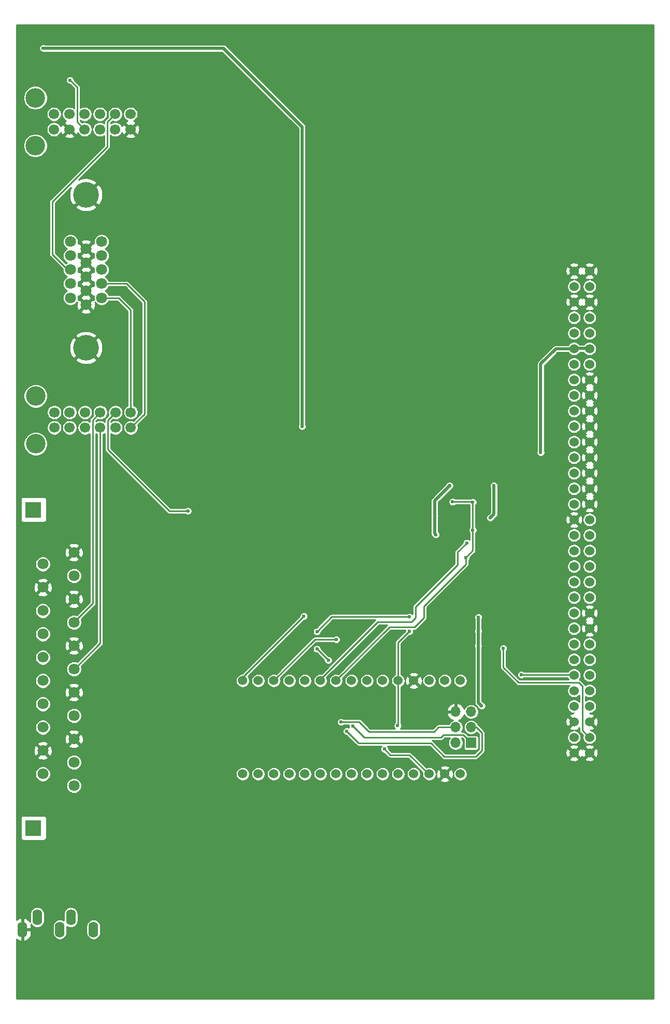
<source format=gbr>
%TF.GenerationSoftware,KiCad,Pcbnew,5.1.9-73d0e3b20d~88~ubuntu20.04.1*%
%TF.CreationDate,2021-04-04T13:46:05+02:00*%
%TF.ProjectId,bkm-129x-scart-vga,626b6d2d-3132-4397-982d-73636172742d,rev?*%
%TF.SameCoordinates,Original*%
%TF.FileFunction,Copper,L2,Bot*%
%TF.FilePolarity,Positive*%
%FSLAX46Y46*%
G04 Gerber Fmt 4.6, Leading zero omitted, Abs format (unit mm)*
G04 Created by KiCad (PCBNEW 5.1.9-73d0e3b20d~88~ubuntu20.04.1) date 2021-04-04 13:46:05*
%MOMM*%
%LPD*%
G01*
G04 APERTURE LIST*
%TA.AperFunction,ComponentPad*%
%ADD10C,1.700000*%
%TD*%
%TA.AperFunction,ComponentPad*%
%ADD11C,3.200000*%
%TD*%
%TA.AperFunction,WasherPad*%
%ADD12R,2.500000X2.500000*%
%TD*%
%TA.AperFunction,ComponentPad*%
%ADD13C,1.800000*%
%TD*%
%TA.AperFunction,ComponentPad*%
%ADD14C,1.524000*%
%TD*%
%TA.AperFunction,ComponentPad*%
%ADD15C,4.200000*%
%TD*%
%TA.AperFunction,ComponentPad*%
%ADD16R,1.700000X1.700000*%
%TD*%
%TA.AperFunction,ComponentPad*%
%ADD17O,1.700000X1.700000*%
%TD*%
%TA.AperFunction,ComponentPad*%
%ADD18O,1.600000X2.600000*%
%TD*%
%TA.AperFunction,ViaPad*%
%ADD19C,0.600000*%
%TD*%
%TA.AperFunction,Conductor*%
%ADD20C,0.500000*%
%TD*%
%TA.AperFunction,Conductor*%
%ADD21C,0.250000*%
%TD*%
%TA.AperFunction,Conductor*%
%ADD22C,0.254000*%
%TD*%
%TA.AperFunction,Conductor*%
%ADD23C,0.100000*%
%TD*%
G04 APERTURE END LIST*
D10*
%TO.P,SW1,9*%
%TO.N,/COMB_H_SYNC*%
X63543500Y-40148600D03*
%TO.P,SW1,10*%
%TO.N,Net-(R14-Pad2)*%
X61043500Y-40148600D03*
%TO.P,SW1,8*%
%TO.N,/H_SYNC*%
X66043500Y-40148600D03*
%TO.P,SW1,2*%
%TO.N,/COMB_CSYNC*%
X66043500Y-42648600D03*
%TO.P,SW1,3*%
%TO.N,/CSYNC*%
X63543500Y-42648600D03*
%TO.P,SW1,1*%
%TO.N,GND*%
X68543500Y-42648600D03*
%TO.P,SW1,7*%
%TO.N,/CSYNC*%
X68543500Y-40148600D03*
%TO.P,SW1,4*%
%TO.N,/CSYNC_ACT*%
X61043500Y-42648600D03*
%TO.P,SW1,5*%
%TO.N,GND*%
X58543500Y-42648600D03*
%TO.P,SW1,6*%
%TO.N,/HV_SYNC_ACT*%
X56043500Y-42648600D03*
%TO.P,SW1,12*%
%TO.N,/COMB_V_SYNC*%
X56043500Y-40148600D03*
%TO.P,SW1,11*%
%TO.N,/V_SYNC*%
X58543500Y-40148600D03*
D11*
%TO.P,SW1,S*%
%TO.N,N/C*%
X52993500Y-37498600D03*
X52993500Y-45298600D03*
%TD*%
D12*
%TO.P,J2,*%
%TO.N,*%
X52682000Y-104810000D03*
X52682000Y-156810000D03*
D13*
%TO.P,J2,21*%
%TO.N,GND*%
X59309000Y-111760000D03*
%TO.P,J2,19*%
%TO.N,N/C*%
X59309000Y-115570000D03*
%TO.P,J2,17*%
%TO.N,GND*%
X59309000Y-119380000D03*
%TO.P,J2,15*%
%TO.N,/SCART_R*%
X59309000Y-123190000D03*
%TO.P,J2,13*%
%TO.N,GND*%
X59309000Y-127000000D03*
%TO.P,J2,11*%
%TO.N,/SCART_G*%
X59309000Y-130810000D03*
%TO.P,J2,9*%
%TO.N,GND*%
X59309000Y-134620000D03*
%TO.P,J2,7*%
%TO.N,/SCART_B*%
X59309000Y-138430000D03*
%TO.P,J2,5*%
%TO.N,GND*%
X59309000Y-142240000D03*
%TO.P,J2,3*%
%TO.N,N/C*%
X59309000Y-146050000D03*
%TO.P,J2,1*%
X59309000Y-149860000D03*
%TO.P,J2,20*%
%TO.N,/SCART_CS*%
X54229000Y-113665000D03*
%TO.P,J2,18*%
%TO.N,GND*%
X54229000Y-117475000D03*
%TO.P,J2,16*%
%TO.N,N/C*%
X54229000Y-121285000D03*
%TO.P,J2,14*%
X54229000Y-125095000D03*
%TO.P,J2,12*%
X54229000Y-128905000D03*
%TO.P,J2,10*%
X54229000Y-132715000D03*
%TO.P,J2,8*%
X54229000Y-136525000D03*
%TO.P,J2,6*%
%TO.N,/SCART_AL*%
X54229000Y-140335000D03*
%TO.P,J2,4*%
%TO.N,GND*%
X54229000Y-144145000D03*
%TO.P,J2,2*%
%TO.N,/SCART_AR*%
X54229000Y-147955000D03*
%TD*%
D14*
%TO.P,J5,1b*%
%TO.N,GND*%
X141020800Y-65786000D03*
%TO.P,J5,2b*%
%TO.N,N/C*%
X141020800Y-68326000D03*
%TO.P,J5,3b*%
%TO.N,GND*%
X141020800Y-70866000D03*
%TO.P,J5,4b*%
%TO.N,N/C*%
X141020800Y-73406000D03*
%TO.P,J5,5b*%
X141020800Y-75946000D03*
%TO.P,J5,6b*%
%TO.N,VSS*%
X141020800Y-78486000D03*
%TO.P,J5,7b*%
%TO.N,VDD*%
X141020800Y-81026000D03*
%TO.P,J5,8b*%
%TO.N,N/C*%
X141020800Y-83566000D03*
%TO.P,J5,9b*%
X141020800Y-86106000D03*
%TO.P,J5,10b*%
X141020800Y-88646000D03*
%TO.P,J5,11b*%
%TO.N,/Y/G*%
X141020800Y-91186000D03*
%TO.P,J5,12b*%
X141020800Y-93726000D03*
%TO.P,J5,13b*%
%TO.N,/P-B/B*%
X141020800Y-96266000D03*
%TO.P,J5,14b*%
X141020800Y-98806000D03*
%TO.P,J5,15b*%
%TO.N,/P-R/R*%
X141020800Y-101346000D03*
%TO.P,J5,16b*%
X141020800Y-103886000D03*
%TO.P,J5,17b*%
%TO.N,GND*%
X141020800Y-106426000D03*
%TO.P,J5,18b*%
%TO.N,N/C*%
X141020800Y-108966000D03*
%TO.P,J5,19b*%
X141020800Y-111506000D03*
%TO.P,J5,20b*%
%TO.N,Net-(J5-Pad20b)*%
X141020800Y-114046000D03*
%TO.P,J5,21b*%
X141020800Y-116586000D03*
%TO.P,J5,22b*%
%TO.N,/EXT_SYNC*%
X141020800Y-119126000D03*
%TO.P,J5,23b*%
%TO.N,N/C*%
X141020800Y-121666000D03*
%TO.P,J5,24b*%
X141020800Y-124206000D03*
%TO.P,J5,25b*%
X141020800Y-126746000D03*
%TO.P,J5,26b*%
%TO.N,/RESET*%
X141020800Y-129286000D03*
%TO.P,J5,27b*%
%TO.N,/MISO*%
X141020800Y-131826000D03*
%TO.P,J5,28b*%
%TO.N,/SCLK*%
X141020800Y-134366000D03*
%TO.P,J5,29b*%
%TO.N,+5VD*%
X141020800Y-136906000D03*
%TO.P,J5,30b*%
%TO.N,GND*%
X141020800Y-139446000D03*
%TO.P,J5,31b*%
%TO.N,N/C*%
X141020800Y-141986000D03*
%TO.P,J5,32b*%
%TO.N,GND*%
X141020800Y-144526000D03*
%TO.P,J5,1a*%
X143560800Y-65786000D03*
%TO.P,J5,2a*%
%TO.N,N/C*%
X143560800Y-68326000D03*
%TO.P,J5,3a*%
%TO.N,GND*%
X143560800Y-70866000D03*
%TO.P,J5,4a*%
%TO.N,N/C*%
X143560800Y-73406000D03*
%TO.P,J5,5a*%
X143560800Y-75946000D03*
%TO.P,J5,6a*%
%TO.N,VSS*%
X143560800Y-78486000D03*
%TO.P,J5,7a*%
%TO.N,VDD*%
X143560800Y-81026000D03*
%TO.P,J5,8a*%
%TO.N,GND*%
X143560800Y-83566000D03*
%TO.P,J5,9a*%
X143560800Y-86106000D03*
%TO.P,J5,10a*%
X143560800Y-88646000D03*
%TO.P,J5,11a*%
X143560800Y-91186000D03*
%TO.P,J5,12a*%
X143560800Y-93726000D03*
%TO.P,J5,13a*%
X143560800Y-96266000D03*
%TO.P,J5,14a*%
X143560800Y-98806000D03*
%TO.P,J5,15a*%
X143560800Y-101346000D03*
%TO.P,J5,16a*%
X143560800Y-103886000D03*
%TO.P,J5,17a*%
%TO.N,N/C*%
X143560800Y-106426000D03*
%TO.P,J5,18a*%
X143560800Y-108966000D03*
%TO.P,J5,19a*%
X143560800Y-111506000D03*
%TO.P,J5,20a*%
%TO.N,Net-(J5-Pad20a)*%
X143560800Y-114046000D03*
%TO.P,J5,21a*%
X143560800Y-116586000D03*
%TO.P,J5,22a*%
%TO.N,/EXT_SYNC*%
X143560800Y-119126000D03*
%TO.P,J5,23a*%
%TO.N,GND*%
X143560800Y-121666000D03*
%TO.P,J5,24a*%
X143560800Y-124206000D03*
%TO.P,J5,25a*%
%TO.N,N/C*%
X143560800Y-126746000D03*
%TO.P,J5,26a*%
X143560800Y-129286000D03*
%TO.P,J5,27a*%
X143560800Y-131826000D03*
%TO.P,J5,28a*%
%TO.N,/MOSI*%
X143560800Y-134366000D03*
%TO.P,J5,29a*%
%TO.N,+5VD*%
X143560800Y-136906000D03*
%TO.P,J5,30a*%
%TO.N,GND*%
X143560800Y-139446000D03*
%TO.P,J5,31a*%
%TO.N,/SLOT_ID*%
X143560800Y-141986000D03*
%TO.P,J5,32a*%
%TO.N,GND*%
X143560800Y-144526000D03*
%TD*%
%TO.P,U3,1*%
%TO.N,N/C*%
X122440700Y-132715000D03*
%TO.P,U3,2*%
X119900700Y-132715000D03*
%TO.P,U3,3*%
X117360700Y-132715000D03*
%TO.P,U3,4*%
%TO.N,GND*%
X114820700Y-132715000D03*
%TO.P,U3,5*%
%TO.N,MCU_SLOT_ID*%
X112280700Y-132715000D03*
%TO.P,U3,6*%
%TO.N,N/C*%
X109740700Y-132715000D03*
%TO.P,U3,7*%
X107200700Y-132715000D03*
%TO.P,U3,8*%
X104660700Y-132715000D03*
%TO.P,U3,9*%
%TO.N,~BX_OE*%
X102120700Y-132715000D03*
%TO.P,U3,10*%
%TO.N,~EXT_SYNC_OE*%
X99580700Y-132715000D03*
%TO.P,U3,11*%
%TO.N,N/C*%
X97040700Y-132715000D03*
%TO.P,U3,12*%
X94500700Y-132715000D03*
%TO.P,U3,13*%
%TO.N,~MCU_SS*%
X91960700Y-132715000D03*
%TO.P,U3,14*%
%TO.N,MCU_MOSI*%
X89420700Y-132715000D03*
%TO.P,U3,15*%
%TO.N,MCU_MISO*%
X86880700Y-132715000D03*
%TO.P,U3,16*%
%TO.N,MCU_SCK*%
X86880700Y-147955000D03*
%TO.P,U3,17*%
%TO.N,N/C*%
X89420700Y-147955000D03*
%TO.P,U3,18*%
X91960700Y-147955000D03*
%TO.P,U3,19*%
X94500700Y-147955000D03*
%TO.P,U3,20*%
X97040700Y-147955000D03*
%TO.P,U3,21*%
X99580700Y-147955000D03*
%TO.P,U3,22*%
X102120700Y-147955000D03*
%TO.P,U3,23*%
X104660700Y-147955000D03*
%TO.P,U3,24*%
X107200700Y-147955000D03*
%TO.P,U3,25*%
X109740700Y-147955000D03*
%TO.P,U3,26*%
X112280700Y-147955000D03*
%TO.P,U3,27*%
%TO.N,+5VD*%
X114820700Y-147955000D03*
%TO.P,U3,28*%
%TO.N,~MCU_RESET*%
X117360700Y-147955000D03*
%TO.P,U3,29*%
%TO.N,GND*%
X119900700Y-147955000D03*
%TO.P,U3,30*%
%TO.N,N/C*%
X122440700Y-147955000D03*
%TD*%
D13*
%TO.P,J1,3*%
%TO.N,/VGA_B*%
X63817500Y-65570100D03*
%TO.P,J1,13*%
%TO.N,/H_SYNC*%
X58737500Y-65570100D03*
%TO.P,J1,12*%
%TO.N,N/C*%
X58737500Y-67861180D03*
%TO.P,J1,11*%
X58737500Y-70152260D03*
%TO.P,J1,14*%
%TO.N,/V_SYNC*%
X58737500Y-63279020D03*
%TO.P,J1,15*%
%TO.N,N/C*%
X58737500Y-60987940D03*
%TO.P,J1,10*%
%TO.N,GND*%
X61277500Y-62141100D03*
%TO.P,J1,9*%
X61277500Y-64432180D03*
%TO.P,J1,8*%
X61277500Y-66723260D03*
%TO.P,J1,7*%
X61277500Y-69014340D03*
%TO.P,J1,6*%
X61277500Y-71305420D03*
%TO.P,J1,4*%
%TO.N,N/C*%
X63817500Y-63279020D03*
%TO.P,J1,5*%
X63817500Y-60987940D03*
%TO.P,J1,2*%
%TO.N,/VGA_G*%
X63817500Y-67861180D03*
%TO.P,J1,1*%
%TO.N,/VGA_R*%
X63817500Y-70152260D03*
D15*
%TO.P,J1,0*%
%TO.N,GND*%
X61277500Y-78315820D03*
X61277500Y-53332380D03*
%TD*%
D16*
%TO.P,J6,1*%
%TO.N,MCU_MISO*%
X124206000Y-142875000D03*
D17*
%TO.P,J6,2*%
%TO.N,+5VD*%
X121666000Y-142875000D03*
%TO.P,J6,3*%
%TO.N,MCU_SCK*%
X124206000Y-140335000D03*
%TO.P,J6,4*%
%TO.N,MCU_MOSI*%
X121666000Y-140335000D03*
%TO.P,J6,5*%
%TO.N,~MCU_RESET*%
X124206000Y-137795000D03*
%TO.P,J6,6*%
%TO.N,GND*%
X121666000Y-137795000D03*
%TD*%
D10*
%TO.P,SW2,9*%
%TO.N,/SCART_R*%
X63594300Y-88869200D03*
%TO.P,SW2,10*%
%TO.N,/CSYNC*%
X61094300Y-88869200D03*
%TO.P,SW2,8*%
%TO.N,/OUT_R*%
X66094300Y-88869200D03*
%TO.P,SW2,2*%
%TO.N,/OUT_G*%
X66094300Y-91369200D03*
%TO.P,SW2,3*%
%TO.N,/SCART_G*%
X63594300Y-91369200D03*
%TO.P,SW2,1*%
%TO.N,/VGA_G*%
X68594300Y-91369200D03*
%TO.P,SW2,7*%
%TO.N,/VGA_R*%
X68594300Y-88869200D03*
%TO.P,SW2,4*%
%TO.N,/VGA_B*%
X61094300Y-91369200D03*
%TO.P,SW2,5*%
%TO.N,/OUT_B*%
X58594300Y-91369200D03*
%TO.P,SW2,6*%
%TO.N,/SCART_B*%
X56094300Y-91369200D03*
%TO.P,SW2,12*%
%TO.N,/SCART_CS*%
X56094300Y-88869200D03*
%TO.P,SW2,11*%
%TO.N,/OUT_CS*%
X58594300Y-88869200D03*
D11*
%TO.P,SW2,S*%
%TO.N,N/C*%
X53044300Y-86219200D03*
X53044300Y-94019200D03*
%TD*%
D18*
%TO.P,J3,3*%
%TO.N,GND*%
X50901600Y-173366000D03*
%TO.P,J3,1*%
%TO.N,/SCART_AL*%
X53301600Y-171366000D03*
%TO.P,J3,5*%
%TO.N,N/C*%
X57001600Y-173366000D03*
%TO.P,J3,2*%
%TO.N,/SCART_AR*%
X58801600Y-171366000D03*
%TO.P,J3,4*%
%TO.N,N/C*%
X62501600Y-173366000D03*
%TD*%
D19*
%TO.N,GND*%
X109435900Y-136258300D03*
X61379100Y-33782000D03*
X127081600Y-105253000D03*
X113181600Y-106203000D03*
X113131600Y-103903000D03*
X113131600Y-101653000D03*
X100838000Y-95910400D03*
X92964000Y-106705400D03*
X97612200Y-128714500D03*
%TO.N,VDD*%
X96583500Y-91160600D03*
X118431600Y-108853000D03*
X120681600Y-100853000D03*
X118231600Y-105703000D03*
X54292500Y-29400500D03*
%TO.N,VSS*%
X135572500Y-95415100D03*
X127331600Y-106103000D03*
X127931600Y-100853000D03*
%TO.N,/MISO*%
X132384800Y-131749800D03*
%TO.N,/SLOT_ID*%
X129463800Y-127406400D03*
%TO.N,~BX_OE*%
X123331600Y-112603000D03*
X124481600Y-108103000D03*
X121181600Y-103503000D03*
X124481600Y-103553000D03*
%TO.N,~EXT_SYNC_OE*%
X123481600Y-110203000D03*
%TO.N,Net-(R21-Pad1)*%
X114122200Y-122301000D03*
X99009200Y-124688600D03*
%TO.N,+5VD*%
X125349000Y-127000000D03*
X125374400Y-124663200D03*
X125399800Y-122326400D03*
X125920500Y-136842500D03*
%TO.N,Net-(R24-Pad1)*%
X99009200Y-127533400D03*
X100863400Y-129362200D03*
%TO.N,/CSYNC_ACT*%
X58674000Y-34607500D03*
%TO.N,/OUT_R*%
X77927200Y-104978200D03*
%TO.N,MCU_MISO*%
X104851200Y-140106400D03*
X96875600Y-122174000D03*
%TO.N,MCU_SCK*%
X103847900Y-140957300D03*
%TO.N,MCU_MOSI*%
X102933500Y-139471400D03*
%TO.N,~MCU_RESET*%
X110032800Y-143891000D03*
%TO.N,MCU_SLOT_ID*%
X112204500Y-140068300D03*
X114096800Y-124663200D03*
%TO.N,~MCU_SS*%
X102184200Y-125984000D03*
%TD*%
D20*
%TO.N,VDD*%
X118231600Y-105703000D02*
X118231600Y-108653000D01*
X118231600Y-108653000D02*
X118431600Y-108853000D01*
X120681600Y-100853000D02*
X118231600Y-103303000D01*
X118231600Y-103303000D02*
X118231600Y-105703000D01*
X96583500Y-52425600D02*
X96583500Y-91160600D01*
X96583500Y-42227500D02*
X96583500Y-52425600D01*
X54292500Y-29400500D02*
X83756500Y-29400500D01*
X83756500Y-29400500D02*
X96583500Y-42227500D01*
%TO.N,VSS*%
X141020800Y-78486000D02*
X138049000Y-78486000D01*
X135572500Y-80962500D02*
X135572500Y-95415100D01*
X138049000Y-78486000D02*
X135572500Y-80962500D01*
X127331600Y-106103000D02*
X127931600Y-105503000D01*
X127931600Y-105503000D02*
X127931600Y-100853000D01*
X143484600Y-78422500D02*
X141071600Y-78422500D01*
D21*
%TO.N,/MISO*%
X132384800Y-131749800D02*
X140944600Y-131749800D01*
X140944600Y-131749800D02*
X141020800Y-131826000D01*
X132397500Y-131762500D02*
X132384800Y-131749800D01*
%TO.N,/SLOT_ID*%
X143560800Y-141986000D02*
X143510000Y-141986000D01*
X143510000Y-141986000D02*
X142367000Y-140843000D01*
X142367000Y-140843000D02*
X142367000Y-133629400D01*
X142367000Y-133629400D02*
X141757400Y-133019800D01*
X141757400Y-133019800D02*
X131953000Y-133019800D01*
X129463800Y-130530600D02*
X129463800Y-127406400D01*
X131953000Y-133019800D02*
X129463800Y-130530600D01*
%TO.N,~BX_OE*%
X116473600Y-122453000D02*
X116473600Y-120533800D01*
X116473600Y-122453000D02*
X114973600Y-123953000D01*
X114973600Y-123953000D02*
X110882700Y-123953000D01*
X102120700Y-132715000D02*
X110882700Y-123953000D01*
X123331600Y-113675800D02*
X123331600Y-112603000D01*
X116473600Y-120533800D02*
X123331600Y-113675800D01*
X124481600Y-108103000D02*
X124481600Y-111453000D01*
X124481600Y-111453000D02*
X123331600Y-112603000D01*
X124481600Y-103553000D02*
X124481600Y-108103000D01*
X124431600Y-103503000D02*
X121181600Y-103503000D01*
X124481600Y-103553000D02*
X124431600Y-103503000D01*
%TO.N,~EXT_SYNC_OE*%
X115123600Y-122453000D02*
X115123600Y-120626500D01*
X108973600Y-123103000D02*
X114473600Y-123103000D01*
X114473600Y-123103000D02*
X115123600Y-122453000D01*
X121981600Y-111703000D02*
X123481600Y-110203000D01*
X108973600Y-123103000D02*
X99580700Y-132495900D01*
X121981600Y-113768500D02*
X121981600Y-111703000D01*
X115123600Y-120626500D02*
X121981600Y-113768500D01*
X99580700Y-132715000D02*
X99580700Y-132495900D01*
%TO.N,Net-(R21-Pad1)*%
X101396800Y-122301000D02*
X114122200Y-122301000D01*
X99009200Y-124688600D02*
X101396800Y-122301000D01*
D20*
%TO.N,+5VD*%
X125349000Y-127000000D02*
X125374400Y-127000000D01*
X125374400Y-127000000D02*
X125349000Y-127000000D01*
X125349000Y-127000000D02*
X125374400Y-127000000D01*
X125399800Y-122326400D02*
X125374400Y-122326400D01*
X125374400Y-122326400D02*
X125374400Y-124663200D01*
X125374400Y-136296400D02*
X125920500Y-136842500D01*
X125374400Y-127000000D02*
X125374400Y-136296400D01*
X125374400Y-124663200D02*
X125374400Y-127000000D01*
D21*
%TO.N,Net-(R24-Pad1)*%
X99034600Y-127533400D02*
X99009200Y-127533400D01*
X100863400Y-129362200D02*
X99034600Y-127533400D01*
%TO.N,/VGA_G*%
X70827900Y-74739500D02*
X70827900Y-89135600D01*
X70827900Y-89135600D02*
X68594300Y-91369200D01*
X70827900Y-70802500D02*
X70827900Y-74739500D01*
X70827900Y-74739500D02*
X70827900Y-74777600D01*
X63817500Y-67861180D02*
X67886580Y-67861180D01*
X67886580Y-67861180D02*
X70827900Y-70802500D01*
X63817500Y-67861180D02*
X63911480Y-67861180D01*
%TO.N,/VGA_R*%
X68594300Y-75247500D02*
X68594300Y-88869200D01*
X63817500Y-70152260D02*
X66583560Y-70152260D01*
X68594300Y-72163000D02*
X68594300Y-74918900D01*
X66583560Y-70152260D02*
X68594300Y-72163000D01*
X63817500Y-70152260D02*
X63827660Y-70152260D01*
X68594300Y-74918900D02*
X68594300Y-75247500D01*
X68594300Y-75247500D02*
X68594300Y-75287200D01*
X63817500Y-70152260D02*
X63817500Y-70510400D01*
%TO.N,/CSYNC_ACT*%
X59817000Y-41422100D02*
X61043500Y-42648600D01*
X59817000Y-35750500D02*
X59817000Y-41422100D01*
X58674000Y-34607500D02*
X59817000Y-35750500D01*
%TO.N,/H_SYNC*%
X58737500Y-65570100D02*
X58267600Y-65570100D01*
X58267600Y-65570100D02*
X55753000Y-63055500D01*
X55753000Y-63055500D02*
X55753000Y-54483000D01*
X55753000Y-54483000D02*
X64770000Y-45466000D01*
X64770000Y-41422100D02*
X66043500Y-40148600D01*
X64770000Y-45466000D02*
X64770000Y-41422100D01*
%TO.N,/OUT_R*%
X77927200Y-104978200D02*
X74891900Y-104978200D01*
X64846200Y-94932500D02*
X74891900Y-104978200D01*
X64846200Y-90144600D02*
X64846200Y-94932500D01*
X64846200Y-90144600D02*
X66094300Y-88896500D01*
X66094300Y-88869200D02*
X66094300Y-88896500D01*
X77876400Y-104978200D02*
X77927200Y-104978200D01*
%TO.N,/SCART_R*%
X62357000Y-120091200D02*
X59321700Y-123126500D01*
X63594300Y-88869200D02*
X63594300Y-88894600D01*
X63594300Y-88894600D02*
X62357000Y-90131900D01*
X62357000Y-90131900D02*
X62357000Y-120091200D01*
%TO.N,/SCART_G*%
X63594300Y-91369200D02*
X63594300Y-126600900D01*
X63594300Y-126600900D02*
X59321700Y-130873500D01*
%TO.N,MCU_MISO*%
X106705400Y-141960600D02*
X119303800Y-141960600D01*
X119303800Y-141960600D02*
X119672100Y-141592300D01*
X119672100Y-141592300D02*
X122923300Y-141592300D01*
X124206000Y-142875000D02*
X122923300Y-141592300D01*
X104851200Y-140106400D02*
X106705400Y-141960600D01*
X86880700Y-132715000D02*
X86880700Y-132168900D01*
X86880700Y-132168900D02*
X96875600Y-122174000D01*
%TO.N,MCU_SCK*%
X115989100Y-142938500D02*
X117640100Y-142938500D01*
X125056900Y-140335000D02*
X124206000Y-140335000D01*
X125945900Y-141224000D02*
X125056900Y-140335000D01*
X125945900Y-144119600D02*
X125945900Y-141224000D01*
X124942600Y-145122900D02*
X125945900Y-144119600D01*
X119824500Y-145122900D02*
X124942600Y-145122900D01*
X117640100Y-142938500D02*
X119824500Y-145122900D01*
X105829100Y-142938500D02*
X115989100Y-142938500D01*
X103847900Y-140957300D02*
X105829100Y-142938500D01*
%TO.N,MCU_MOSI*%
X118884700Y-140335000D02*
X121666000Y-140335000D01*
X118173500Y-141046200D02*
X118884700Y-140335000D01*
X107505500Y-141046200D02*
X118173500Y-141046200D01*
X105930700Y-139471400D02*
X107505500Y-141046200D01*
X102933500Y-139471400D02*
X105930700Y-139471400D01*
%TO.N,~MCU_RESET*%
X117360700Y-147955000D02*
X117208300Y-147955000D01*
X117208300Y-147955000D02*
X114109500Y-144856200D01*
X110998000Y-144856200D02*
X110032800Y-143891000D01*
X114109500Y-144856200D02*
X110998000Y-144856200D01*
%TO.N,MCU_SLOT_ID*%
X112280700Y-132715000D02*
X112280700Y-139992100D01*
X112280700Y-139992100D02*
X112204500Y-140068300D01*
X112280700Y-132715000D02*
X112280700Y-126479300D01*
X112280700Y-126479300D02*
X114096800Y-124663200D01*
%TO.N,~MCU_SS*%
X91960700Y-132715000D02*
X98691700Y-125984000D01*
X98691700Y-125984000D02*
X102184200Y-125984000D01*
%TD*%
D22*
%TO.N,GND*%
X154014100Y-45170898D02*
X154014101Y-45170908D01*
X154014100Y-60474398D01*
X154014101Y-60474408D01*
X154014100Y-149710601D01*
X154014100Y-149710602D01*
X154014101Y-165141092D01*
X154014100Y-165141102D01*
X154014101Y-184697300D01*
X49960600Y-184697300D01*
X49960600Y-174954073D01*
X49976705Y-174970500D01*
X50209954Y-175129715D01*
X50469782Y-175240367D01*
X50552561Y-175257904D01*
X50774600Y-175135915D01*
X50774600Y-173493000D01*
X51028600Y-173493000D01*
X51028600Y-175135915D01*
X51250639Y-175257904D01*
X51333418Y-175240367D01*
X51593246Y-175129715D01*
X51826495Y-174970500D01*
X52024201Y-174768839D01*
X52178766Y-174532483D01*
X52284250Y-174270514D01*
X52336600Y-173993000D01*
X52336600Y-173493000D01*
X51028600Y-173493000D01*
X50774600Y-173493000D01*
X50754600Y-173493000D01*
X50754600Y-173239000D01*
X50774600Y-173239000D01*
X50774600Y-171596085D01*
X51028600Y-171596085D01*
X51028600Y-173239000D01*
X52336600Y-173239000D01*
X52336600Y-172739000D01*
X52286146Y-172471539D01*
X52314884Y-172525303D01*
X52462467Y-172705134D01*
X52642298Y-172852717D01*
X52847465Y-172962381D01*
X53070085Y-173029912D01*
X53301600Y-173052714D01*
X53533116Y-173029912D01*
X53755736Y-172962381D01*
X53960903Y-172852717D01*
X54015409Y-172807985D01*
X55820600Y-172807985D01*
X55820600Y-173924016D01*
X55837688Y-174097516D01*
X55905219Y-174320136D01*
X56014884Y-174525303D01*
X56162467Y-174705134D01*
X56342298Y-174852717D01*
X56547465Y-174962381D01*
X56770085Y-175029912D01*
X57001600Y-175052714D01*
X57233116Y-175029912D01*
X57455736Y-174962381D01*
X57660903Y-174852717D01*
X57840734Y-174705134D01*
X57988317Y-174525303D01*
X58097981Y-174320136D01*
X58165512Y-174097516D01*
X58182600Y-173924016D01*
X58182600Y-172874259D01*
X58347465Y-172962381D01*
X58570085Y-173029912D01*
X58801600Y-173052714D01*
X59033116Y-173029912D01*
X59255736Y-172962381D01*
X59460903Y-172852717D01*
X59515409Y-172807985D01*
X61320600Y-172807985D01*
X61320600Y-173924016D01*
X61337688Y-174097516D01*
X61405219Y-174320136D01*
X61514884Y-174525303D01*
X61662467Y-174705134D01*
X61842298Y-174852717D01*
X62047465Y-174962381D01*
X62270085Y-175029912D01*
X62501600Y-175052714D01*
X62733116Y-175029912D01*
X62955736Y-174962381D01*
X63160903Y-174852717D01*
X63340734Y-174705134D01*
X63488317Y-174525303D01*
X63597981Y-174320136D01*
X63665512Y-174097516D01*
X63682600Y-173924016D01*
X63682600Y-172807984D01*
X63665512Y-172634484D01*
X63597981Y-172411864D01*
X63488317Y-172206697D01*
X63340734Y-172026866D01*
X63160902Y-171879283D01*
X62955735Y-171769619D01*
X62733115Y-171702088D01*
X62501600Y-171679286D01*
X62270084Y-171702088D01*
X62047464Y-171769619D01*
X61842297Y-171879283D01*
X61662466Y-172026866D01*
X61514883Y-172206698D01*
X61405219Y-172411865D01*
X61337688Y-172634485D01*
X61320600Y-172807985D01*
X59515409Y-172807985D01*
X59640734Y-172705134D01*
X59788317Y-172525303D01*
X59897981Y-172320136D01*
X59965512Y-172097516D01*
X59982600Y-171924016D01*
X59982600Y-170807984D01*
X59965512Y-170634484D01*
X59897981Y-170411864D01*
X59788317Y-170206697D01*
X59640734Y-170026866D01*
X59460902Y-169879283D01*
X59255735Y-169769619D01*
X59033115Y-169702088D01*
X58801600Y-169679286D01*
X58570084Y-169702088D01*
X58347464Y-169769619D01*
X58142297Y-169879283D01*
X57962466Y-170026866D01*
X57814883Y-170206698D01*
X57705219Y-170411865D01*
X57637688Y-170634485D01*
X57620600Y-170807985D01*
X57620600Y-171857741D01*
X57455735Y-171769619D01*
X57233115Y-171702088D01*
X57001600Y-171679286D01*
X56770084Y-171702088D01*
X56547464Y-171769619D01*
X56342297Y-171879283D01*
X56162466Y-172026866D01*
X56014883Y-172206698D01*
X55905219Y-172411865D01*
X55837688Y-172634485D01*
X55820600Y-172807985D01*
X54015409Y-172807985D01*
X54140734Y-172705134D01*
X54288317Y-172525303D01*
X54397981Y-172320136D01*
X54465512Y-172097516D01*
X54482600Y-171924016D01*
X54482600Y-170807984D01*
X54465512Y-170634484D01*
X54397981Y-170411864D01*
X54288317Y-170206697D01*
X54140734Y-170026866D01*
X53960902Y-169879283D01*
X53755735Y-169769619D01*
X53533115Y-169702088D01*
X53301600Y-169679286D01*
X53070084Y-169702088D01*
X52847464Y-169769619D01*
X52642297Y-169879283D01*
X52462466Y-170026866D01*
X52314883Y-170206698D01*
X52205219Y-170411865D01*
X52137688Y-170634485D01*
X52120600Y-170807985D01*
X52120600Y-171924016D01*
X52137688Y-172097516D01*
X52159860Y-172170606D01*
X52024201Y-171963161D01*
X51826495Y-171761500D01*
X51593246Y-171602285D01*
X51333418Y-171491633D01*
X51250639Y-171474096D01*
X51028600Y-171596085D01*
X50774600Y-171596085D01*
X50552561Y-171474096D01*
X50469782Y-171491633D01*
X50209954Y-171602285D01*
X49976705Y-171761500D01*
X49960600Y-171777927D01*
X49960600Y-155194000D01*
X50595794Y-155194000D01*
X50598000Y-155216399D01*
X50598001Y-158346591D01*
X50595794Y-158369000D01*
X50604598Y-158458392D01*
X50630673Y-158544348D01*
X50673016Y-158623566D01*
X50729999Y-158693001D01*
X50799434Y-158749984D01*
X50878652Y-158792327D01*
X50964608Y-158818402D01*
X51031601Y-158825000D01*
X51054000Y-158827206D01*
X51076399Y-158825000D01*
X54333601Y-158825000D01*
X54356000Y-158827206D01*
X54378399Y-158825000D01*
X54445392Y-158818402D01*
X54531348Y-158792327D01*
X54610566Y-158749984D01*
X54680001Y-158693001D01*
X54736984Y-158623566D01*
X54779327Y-158544348D01*
X54805402Y-158458392D01*
X54814206Y-158369000D01*
X54812000Y-158346601D01*
X54812000Y-155216399D01*
X54814206Y-155194000D01*
X54805402Y-155104608D01*
X54779327Y-155018652D01*
X54736984Y-154939434D01*
X54680001Y-154869999D01*
X54610566Y-154813016D01*
X54531348Y-154770673D01*
X54445392Y-154744598D01*
X54378399Y-154738000D01*
X54356000Y-154735794D01*
X54333601Y-154738000D01*
X51076399Y-154738000D01*
X51054000Y-154735794D01*
X51031601Y-154738000D01*
X50964608Y-154744598D01*
X50878652Y-154770673D01*
X50799434Y-154813016D01*
X50729999Y-154869999D01*
X50673016Y-154939434D01*
X50630673Y-155018652D01*
X50604598Y-155104608D01*
X50595794Y-155194000D01*
X49960600Y-155194000D01*
X49960600Y-149733833D01*
X58028000Y-149733833D01*
X58028000Y-149986167D01*
X58077228Y-150233654D01*
X58173793Y-150466781D01*
X58313982Y-150676590D01*
X58492410Y-150855018D01*
X58702219Y-150995207D01*
X58935346Y-151091772D01*
X59182833Y-151141000D01*
X59435167Y-151141000D01*
X59682654Y-151091772D01*
X59915781Y-150995207D01*
X60125590Y-150855018D01*
X60304018Y-150676590D01*
X60444207Y-150466781D01*
X60540772Y-150233654D01*
X60590000Y-149986167D01*
X60590000Y-149733833D01*
X60540772Y-149486346D01*
X60444207Y-149253219D01*
X60304018Y-149043410D01*
X60125590Y-148864982D01*
X59915781Y-148724793D01*
X59682654Y-148628228D01*
X59435167Y-148579000D01*
X59182833Y-148579000D01*
X58935346Y-148628228D01*
X58702219Y-148724793D01*
X58492410Y-148864982D01*
X58313982Y-149043410D01*
X58173793Y-149253219D01*
X58077228Y-149486346D01*
X58028000Y-149733833D01*
X49960600Y-149733833D01*
X49960600Y-147828833D01*
X52948000Y-147828833D01*
X52948000Y-148081167D01*
X52997228Y-148328654D01*
X53093793Y-148561781D01*
X53233982Y-148771590D01*
X53412410Y-148950018D01*
X53622219Y-149090207D01*
X53855346Y-149186772D01*
X54102833Y-149236000D01*
X54355167Y-149236000D01*
X54602654Y-149186772D01*
X54835781Y-149090207D01*
X55045590Y-148950018D01*
X55224018Y-148771590D01*
X55364207Y-148561781D01*
X55460772Y-148328654D01*
X55510000Y-148081167D01*
X55510000Y-147842424D01*
X85737700Y-147842424D01*
X85737700Y-148067576D01*
X85781625Y-148288401D01*
X85867787Y-148496413D01*
X85992874Y-148683620D01*
X86152080Y-148842826D01*
X86339287Y-148967913D01*
X86547299Y-149054075D01*
X86768124Y-149098000D01*
X86993276Y-149098000D01*
X87214101Y-149054075D01*
X87422113Y-148967913D01*
X87609320Y-148842826D01*
X87768526Y-148683620D01*
X87893613Y-148496413D01*
X87979775Y-148288401D01*
X88023700Y-148067576D01*
X88023700Y-147842424D01*
X88277700Y-147842424D01*
X88277700Y-148067576D01*
X88321625Y-148288401D01*
X88407787Y-148496413D01*
X88532874Y-148683620D01*
X88692080Y-148842826D01*
X88879287Y-148967913D01*
X89087299Y-149054075D01*
X89308124Y-149098000D01*
X89533276Y-149098000D01*
X89754101Y-149054075D01*
X89962113Y-148967913D01*
X90149320Y-148842826D01*
X90308526Y-148683620D01*
X90433613Y-148496413D01*
X90519775Y-148288401D01*
X90563700Y-148067576D01*
X90563700Y-147842424D01*
X90817700Y-147842424D01*
X90817700Y-148067576D01*
X90861625Y-148288401D01*
X90947787Y-148496413D01*
X91072874Y-148683620D01*
X91232080Y-148842826D01*
X91419287Y-148967913D01*
X91627299Y-149054075D01*
X91848124Y-149098000D01*
X92073276Y-149098000D01*
X92294101Y-149054075D01*
X92502113Y-148967913D01*
X92689320Y-148842826D01*
X92848526Y-148683620D01*
X92973613Y-148496413D01*
X93059775Y-148288401D01*
X93103700Y-148067576D01*
X93103700Y-147842424D01*
X93357700Y-147842424D01*
X93357700Y-148067576D01*
X93401625Y-148288401D01*
X93487787Y-148496413D01*
X93612874Y-148683620D01*
X93772080Y-148842826D01*
X93959287Y-148967913D01*
X94167299Y-149054075D01*
X94388124Y-149098000D01*
X94613276Y-149098000D01*
X94834101Y-149054075D01*
X95042113Y-148967913D01*
X95229320Y-148842826D01*
X95388526Y-148683620D01*
X95513613Y-148496413D01*
X95599775Y-148288401D01*
X95643700Y-148067576D01*
X95643700Y-147842424D01*
X95897700Y-147842424D01*
X95897700Y-148067576D01*
X95941625Y-148288401D01*
X96027787Y-148496413D01*
X96152874Y-148683620D01*
X96312080Y-148842826D01*
X96499287Y-148967913D01*
X96707299Y-149054075D01*
X96928124Y-149098000D01*
X97153276Y-149098000D01*
X97374101Y-149054075D01*
X97582113Y-148967913D01*
X97769320Y-148842826D01*
X97928526Y-148683620D01*
X98053613Y-148496413D01*
X98139775Y-148288401D01*
X98183700Y-148067576D01*
X98183700Y-147842424D01*
X98437700Y-147842424D01*
X98437700Y-148067576D01*
X98481625Y-148288401D01*
X98567787Y-148496413D01*
X98692874Y-148683620D01*
X98852080Y-148842826D01*
X99039287Y-148967913D01*
X99247299Y-149054075D01*
X99468124Y-149098000D01*
X99693276Y-149098000D01*
X99914101Y-149054075D01*
X100122113Y-148967913D01*
X100309320Y-148842826D01*
X100468526Y-148683620D01*
X100593613Y-148496413D01*
X100679775Y-148288401D01*
X100723700Y-148067576D01*
X100723700Y-147842424D01*
X100977700Y-147842424D01*
X100977700Y-148067576D01*
X101021625Y-148288401D01*
X101107787Y-148496413D01*
X101232874Y-148683620D01*
X101392080Y-148842826D01*
X101579287Y-148967913D01*
X101787299Y-149054075D01*
X102008124Y-149098000D01*
X102233276Y-149098000D01*
X102454101Y-149054075D01*
X102662113Y-148967913D01*
X102849320Y-148842826D01*
X103008526Y-148683620D01*
X103133613Y-148496413D01*
X103219775Y-148288401D01*
X103263700Y-148067576D01*
X103263700Y-147842424D01*
X103517700Y-147842424D01*
X103517700Y-148067576D01*
X103561625Y-148288401D01*
X103647787Y-148496413D01*
X103772874Y-148683620D01*
X103932080Y-148842826D01*
X104119287Y-148967913D01*
X104327299Y-149054075D01*
X104548124Y-149098000D01*
X104773276Y-149098000D01*
X104994101Y-149054075D01*
X105202113Y-148967913D01*
X105389320Y-148842826D01*
X105548526Y-148683620D01*
X105673613Y-148496413D01*
X105759775Y-148288401D01*
X105803700Y-148067576D01*
X105803700Y-147842424D01*
X106057700Y-147842424D01*
X106057700Y-148067576D01*
X106101625Y-148288401D01*
X106187787Y-148496413D01*
X106312874Y-148683620D01*
X106472080Y-148842826D01*
X106659287Y-148967913D01*
X106867299Y-149054075D01*
X107088124Y-149098000D01*
X107313276Y-149098000D01*
X107534101Y-149054075D01*
X107742113Y-148967913D01*
X107929320Y-148842826D01*
X108088526Y-148683620D01*
X108213613Y-148496413D01*
X108299775Y-148288401D01*
X108343700Y-148067576D01*
X108343700Y-147842424D01*
X108597700Y-147842424D01*
X108597700Y-148067576D01*
X108641625Y-148288401D01*
X108727787Y-148496413D01*
X108852874Y-148683620D01*
X109012080Y-148842826D01*
X109199287Y-148967913D01*
X109407299Y-149054075D01*
X109628124Y-149098000D01*
X109853276Y-149098000D01*
X110074101Y-149054075D01*
X110282113Y-148967913D01*
X110469320Y-148842826D01*
X110628526Y-148683620D01*
X110753613Y-148496413D01*
X110839775Y-148288401D01*
X110883700Y-148067576D01*
X110883700Y-147842424D01*
X111137700Y-147842424D01*
X111137700Y-148067576D01*
X111181625Y-148288401D01*
X111267787Y-148496413D01*
X111392874Y-148683620D01*
X111552080Y-148842826D01*
X111739287Y-148967913D01*
X111947299Y-149054075D01*
X112168124Y-149098000D01*
X112393276Y-149098000D01*
X112614101Y-149054075D01*
X112822113Y-148967913D01*
X113009320Y-148842826D01*
X113168526Y-148683620D01*
X113293613Y-148496413D01*
X113379775Y-148288401D01*
X113423700Y-148067576D01*
X113423700Y-147842424D01*
X113677700Y-147842424D01*
X113677700Y-148067576D01*
X113721625Y-148288401D01*
X113807787Y-148496413D01*
X113932874Y-148683620D01*
X114092080Y-148842826D01*
X114279287Y-148967913D01*
X114487299Y-149054075D01*
X114708124Y-149098000D01*
X114933276Y-149098000D01*
X115154101Y-149054075D01*
X115362113Y-148967913D01*
X115549320Y-148842826D01*
X115708526Y-148683620D01*
X115833613Y-148496413D01*
X115919775Y-148288401D01*
X115963700Y-148067576D01*
X115963700Y-147842424D01*
X115919775Y-147621599D01*
X115833613Y-147413587D01*
X115708526Y-147226380D01*
X115549320Y-147067174D01*
X115362113Y-146942087D01*
X115154101Y-146855925D01*
X114933276Y-146812000D01*
X114708124Y-146812000D01*
X114487299Y-146855925D01*
X114279287Y-146942087D01*
X114092080Y-147067174D01*
X113932874Y-147226380D01*
X113807787Y-147413587D01*
X113721625Y-147621599D01*
X113677700Y-147842424D01*
X113423700Y-147842424D01*
X113379775Y-147621599D01*
X113293613Y-147413587D01*
X113168526Y-147226380D01*
X113009320Y-147067174D01*
X112822113Y-146942087D01*
X112614101Y-146855925D01*
X112393276Y-146812000D01*
X112168124Y-146812000D01*
X111947299Y-146855925D01*
X111739287Y-146942087D01*
X111552080Y-147067174D01*
X111392874Y-147226380D01*
X111267787Y-147413587D01*
X111181625Y-147621599D01*
X111137700Y-147842424D01*
X110883700Y-147842424D01*
X110839775Y-147621599D01*
X110753613Y-147413587D01*
X110628526Y-147226380D01*
X110469320Y-147067174D01*
X110282113Y-146942087D01*
X110074101Y-146855925D01*
X109853276Y-146812000D01*
X109628124Y-146812000D01*
X109407299Y-146855925D01*
X109199287Y-146942087D01*
X109012080Y-147067174D01*
X108852874Y-147226380D01*
X108727787Y-147413587D01*
X108641625Y-147621599D01*
X108597700Y-147842424D01*
X108343700Y-147842424D01*
X108299775Y-147621599D01*
X108213613Y-147413587D01*
X108088526Y-147226380D01*
X107929320Y-147067174D01*
X107742113Y-146942087D01*
X107534101Y-146855925D01*
X107313276Y-146812000D01*
X107088124Y-146812000D01*
X106867299Y-146855925D01*
X106659287Y-146942087D01*
X106472080Y-147067174D01*
X106312874Y-147226380D01*
X106187787Y-147413587D01*
X106101625Y-147621599D01*
X106057700Y-147842424D01*
X105803700Y-147842424D01*
X105759775Y-147621599D01*
X105673613Y-147413587D01*
X105548526Y-147226380D01*
X105389320Y-147067174D01*
X105202113Y-146942087D01*
X104994101Y-146855925D01*
X104773276Y-146812000D01*
X104548124Y-146812000D01*
X104327299Y-146855925D01*
X104119287Y-146942087D01*
X103932080Y-147067174D01*
X103772874Y-147226380D01*
X103647787Y-147413587D01*
X103561625Y-147621599D01*
X103517700Y-147842424D01*
X103263700Y-147842424D01*
X103219775Y-147621599D01*
X103133613Y-147413587D01*
X103008526Y-147226380D01*
X102849320Y-147067174D01*
X102662113Y-146942087D01*
X102454101Y-146855925D01*
X102233276Y-146812000D01*
X102008124Y-146812000D01*
X101787299Y-146855925D01*
X101579287Y-146942087D01*
X101392080Y-147067174D01*
X101232874Y-147226380D01*
X101107787Y-147413587D01*
X101021625Y-147621599D01*
X100977700Y-147842424D01*
X100723700Y-147842424D01*
X100679775Y-147621599D01*
X100593613Y-147413587D01*
X100468526Y-147226380D01*
X100309320Y-147067174D01*
X100122113Y-146942087D01*
X99914101Y-146855925D01*
X99693276Y-146812000D01*
X99468124Y-146812000D01*
X99247299Y-146855925D01*
X99039287Y-146942087D01*
X98852080Y-147067174D01*
X98692874Y-147226380D01*
X98567787Y-147413587D01*
X98481625Y-147621599D01*
X98437700Y-147842424D01*
X98183700Y-147842424D01*
X98139775Y-147621599D01*
X98053613Y-147413587D01*
X97928526Y-147226380D01*
X97769320Y-147067174D01*
X97582113Y-146942087D01*
X97374101Y-146855925D01*
X97153276Y-146812000D01*
X96928124Y-146812000D01*
X96707299Y-146855925D01*
X96499287Y-146942087D01*
X96312080Y-147067174D01*
X96152874Y-147226380D01*
X96027787Y-147413587D01*
X95941625Y-147621599D01*
X95897700Y-147842424D01*
X95643700Y-147842424D01*
X95599775Y-147621599D01*
X95513613Y-147413587D01*
X95388526Y-147226380D01*
X95229320Y-147067174D01*
X95042113Y-146942087D01*
X94834101Y-146855925D01*
X94613276Y-146812000D01*
X94388124Y-146812000D01*
X94167299Y-146855925D01*
X93959287Y-146942087D01*
X93772080Y-147067174D01*
X93612874Y-147226380D01*
X93487787Y-147413587D01*
X93401625Y-147621599D01*
X93357700Y-147842424D01*
X93103700Y-147842424D01*
X93059775Y-147621599D01*
X92973613Y-147413587D01*
X92848526Y-147226380D01*
X92689320Y-147067174D01*
X92502113Y-146942087D01*
X92294101Y-146855925D01*
X92073276Y-146812000D01*
X91848124Y-146812000D01*
X91627299Y-146855925D01*
X91419287Y-146942087D01*
X91232080Y-147067174D01*
X91072874Y-147226380D01*
X90947787Y-147413587D01*
X90861625Y-147621599D01*
X90817700Y-147842424D01*
X90563700Y-147842424D01*
X90519775Y-147621599D01*
X90433613Y-147413587D01*
X90308526Y-147226380D01*
X90149320Y-147067174D01*
X89962113Y-146942087D01*
X89754101Y-146855925D01*
X89533276Y-146812000D01*
X89308124Y-146812000D01*
X89087299Y-146855925D01*
X88879287Y-146942087D01*
X88692080Y-147067174D01*
X88532874Y-147226380D01*
X88407787Y-147413587D01*
X88321625Y-147621599D01*
X88277700Y-147842424D01*
X88023700Y-147842424D01*
X87979775Y-147621599D01*
X87893613Y-147413587D01*
X87768526Y-147226380D01*
X87609320Y-147067174D01*
X87422113Y-146942087D01*
X87214101Y-146855925D01*
X86993276Y-146812000D01*
X86768124Y-146812000D01*
X86547299Y-146855925D01*
X86339287Y-146942087D01*
X86152080Y-147067174D01*
X85992874Y-147226380D01*
X85867787Y-147413587D01*
X85781625Y-147621599D01*
X85737700Y-147842424D01*
X55510000Y-147842424D01*
X55510000Y-147828833D01*
X55460772Y-147581346D01*
X55364207Y-147348219D01*
X55224018Y-147138410D01*
X55045590Y-146959982D01*
X54835781Y-146819793D01*
X54602654Y-146723228D01*
X54355167Y-146674000D01*
X54102833Y-146674000D01*
X53855346Y-146723228D01*
X53622219Y-146819793D01*
X53412410Y-146959982D01*
X53233982Y-147138410D01*
X53093793Y-147348219D01*
X52997228Y-147581346D01*
X52948000Y-147828833D01*
X49960600Y-147828833D01*
X49960600Y-145923833D01*
X58028000Y-145923833D01*
X58028000Y-146176167D01*
X58077228Y-146423654D01*
X58173793Y-146656781D01*
X58313982Y-146866590D01*
X58492410Y-147045018D01*
X58702219Y-147185207D01*
X58935346Y-147281772D01*
X59182833Y-147331000D01*
X59435167Y-147331000D01*
X59682654Y-147281772D01*
X59915781Y-147185207D01*
X60125590Y-147045018D01*
X60304018Y-146866590D01*
X60444207Y-146656781D01*
X60540772Y-146423654D01*
X60590000Y-146176167D01*
X60590000Y-145923833D01*
X60540772Y-145676346D01*
X60444207Y-145443219D01*
X60304018Y-145233410D01*
X60125590Y-145054982D01*
X59915781Y-144914793D01*
X59682654Y-144818228D01*
X59435167Y-144769000D01*
X59182833Y-144769000D01*
X58935346Y-144818228D01*
X58702219Y-144914793D01*
X58492410Y-145054982D01*
X58313982Y-145233410D01*
X58173793Y-145443219D01*
X58077228Y-145676346D01*
X58028000Y-145923833D01*
X49960600Y-145923833D01*
X49960600Y-145209080D01*
X53344525Y-145209080D01*
X53428208Y-145463261D01*
X53700775Y-145594158D01*
X53993642Y-145669365D01*
X54295553Y-145685991D01*
X54594907Y-145643397D01*
X54880199Y-145543222D01*
X55029792Y-145463261D01*
X55113475Y-145209080D01*
X54229000Y-144324605D01*
X53344525Y-145209080D01*
X49960600Y-145209080D01*
X49960600Y-144211553D01*
X52688009Y-144211553D01*
X52730603Y-144510907D01*
X52830778Y-144796199D01*
X52910739Y-144945792D01*
X53164920Y-145029475D01*
X54049395Y-144145000D01*
X54408605Y-144145000D01*
X55293080Y-145029475D01*
X55547261Y-144945792D01*
X55678158Y-144673225D01*
X55753365Y-144380358D01*
X55769991Y-144078447D01*
X55727397Y-143779093D01*
X55627222Y-143493801D01*
X55547261Y-143344208D01*
X55425376Y-143304080D01*
X58424525Y-143304080D01*
X58508208Y-143558261D01*
X58780775Y-143689158D01*
X59073642Y-143764365D01*
X59375553Y-143780991D01*
X59674907Y-143738397D01*
X59960199Y-143638222D01*
X60109792Y-143558261D01*
X60193475Y-143304080D01*
X59309000Y-142419605D01*
X58424525Y-143304080D01*
X55425376Y-143304080D01*
X55293080Y-143260525D01*
X54408605Y-144145000D01*
X54049395Y-144145000D01*
X53164920Y-143260525D01*
X52910739Y-143344208D01*
X52779842Y-143616775D01*
X52704635Y-143909642D01*
X52688009Y-144211553D01*
X49960600Y-144211553D01*
X49960600Y-143080920D01*
X53344525Y-143080920D01*
X54229000Y-143965395D01*
X55113475Y-143080920D01*
X55029792Y-142826739D01*
X54757225Y-142695842D01*
X54464358Y-142620635D01*
X54162447Y-142604009D01*
X53863093Y-142646603D01*
X53577801Y-142746778D01*
X53428208Y-142826739D01*
X53344525Y-143080920D01*
X49960600Y-143080920D01*
X49960600Y-142306553D01*
X57768009Y-142306553D01*
X57810603Y-142605907D01*
X57910778Y-142891199D01*
X57990739Y-143040792D01*
X58244920Y-143124475D01*
X59129395Y-142240000D01*
X59488605Y-142240000D01*
X60373080Y-143124475D01*
X60627261Y-143040792D01*
X60758158Y-142768225D01*
X60833365Y-142475358D01*
X60849991Y-142173447D01*
X60807397Y-141874093D01*
X60707222Y-141588801D01*
X60627261Y-141439208D01*
X60373080Y-141355525D01*
X59488605Y-142240000D01*
X59129395Y-142240000D01*
X58244920Y-141355525D01*
X57990739Y-141439208D01*
X57859842Y-141711775D01*
X57784635Y-142004642D01*
X57768009Y-142306553D01*
X49960600Y-142306553D01*
X49960600Y-140208833D01*
X52948000Y-140208833D01*
X52948000Y-140461167D01*
X52997228Y-140708654D01*
X53093793Y-140941781D01*
X53233982Y-141151590D01*
X53412410Y-141330018D01*
X53622219Y-141470207D01*
X53855346Y-141566772D01*
X54102833Y-141616000D01*
X54355167Y-141616000D01*
X54602654Y-141566772D01*
X54835781Y-141470207D01*
X55045590Y-141330018D01*
X55199688Y-141175920D01*
X58424525Y-141175920D01*
X59309000Y-142060395D01*
X60193475Y-141175920D01*
X60109792Y-140921739D01*
X59837225Y-140790842D01*
X59544358Y-140715635D01*
X59242447Y-140699009D01*
X58943093Y-140741603D01*
X58657801Y-140841778D01*
X58508208Y-140921739D01*
X58424525Y-141175920D01*
X55199688Y-141175920D01*
X55224018Y-141151590D01*
X55364207Y-140941781D01*
X55460772Y-140708654D01*
X55510000Y-140461167D01*
X55510000Y-140208833D01*
X55460772Y-139961346D01*
X55364207Y-139728219D01*
X55224018Y-139518410D01*
X55045590Y-139339982D01*
X54835781Y-139199793D01*
X54602654Y-139103228D01*
X54355167Y-139054000D01*
X54102833Y-139054000D01*
X53855346Y-139103228D01*
X53622219Y-139199793D01*
X53412410Y-139339982D01*
X53233982Y-139518410D01*
X53093793Y-139728219D01*
X52997228Y-139961346D01*
X52948000Y-140208833D01*
X49960600Y-140208833D01*
X49960600Y-138303833D01*
X58028000Y-138303833D01*
X58028000Y-138556167D01*
X58077228Y-138803654D01*
X58173793Y-139036781D01*
X58313982Y-139246590D01*
X58492410Y-139425018D01*
X58702219Y-139565207D01*
X58935346Y-139661772D01*
X59182833Y-139711000D01*
X59435167Y-139711000D01*
X59682654Y-139661772D01*
X59915781Y-139565207D01*
X60125590Y-139425018D01*
X60304018Y-139246590D01*
X60444207Y-139036781D01*
X60540772Y-138803654D01*
X60590000Y-138556167D01*
X60590000Y-138303833D01*
X60540772Y-138056346D01*
X60444207Y-137823219D01*
X60304018Y-137613410D01*
X60125590Y-137434982D01*
X59915781Y-137294793D01*
X59682654Y-137198228D01*
X59435167Y-137149000D01*
X59182833Y-137149000D01*
X58935346Y-137198228D01*
X58702219Y-137294793D01*
X58492410Y-137434982D01*
X58313982Y-137613410D01*
X58173793Y-137823219D01*
X58077228Y-138056346D01*
X58028000Y-138303833D01*
X49960600Y-138303833D01*
X49960600Y-136398833D01*
X52948000Y-136398833D01*
X52948000Y-136651167D01*
X52997228Y-136898654D01*
X53093793Y-137131781D01*
X53233982Y-137341590D01*
X53412410Y-137520018D01*
X53622219Y-137660207D01*
X53855346Y-137756772D01*
X54102833Y-137806000D01*
X54355167Y-137806000D01*
X54602654Y-137756772D01*
X54835781Y-137660207D01*
X55045590Y-137520018D01*
X55224018Y-137341590D01*
X55364207Y-137131781D01*
X55460772Y-136898654D01*
X55510000Y-136651167D01*
X55510000Y-136398833D01*
X55460772Y-136151346D01*
X55364207Y-135918219D01*
X55224018Y-135708410D01*
X55199688Y-135684080D01*
X58424525Y-135684080D01*
X58508208Y-135938261D01*
X58780775Y-136069158D01*
X59073642Y-136144365D01*
X59375553Y-136160991D01*
X59674907Y-136118397D01*
X59960199Y-136018222D01*
X60109792Y-135938261D01*
X60193475Y-135684080D01*
X59309000Y-134799605D01*
X58424525Y-135684080D01*
X55199688Y-135684080D01*
X55045590Y-135529982D01*
X54835781Y-135389793D01*
X54602654Y-135293228D01*
X54355167Y-135244000D01*
X54102833Y-135244000D01*
X53855346Y-135293228D01*
X53622219Y-135389793D01*
X53412410Y-135529982D01*
X53233982Y-135708410D01*
X53093793Y-135918219D01*
X52997228Y-136151346D01*
X52948000Y-136398833D01*
X49960600Y-136398833D01*
X49960600Y-134686553D01*
X57768009Y-134686553D01*
X57810603Y-134985907D01*
X57910778Y-135271199D01*
X57990739Y-135420792D01*
X58244920Y-135504475D01*
X59129395Y-134620000D01*
X59488605Y-134620000D01*
X60373080Y-135504475D01*
X60627261Y-135420792D01*
X60758158Y-135148225D01*
X60833365Y-134855358D01*
X60849991Y-134553447D01*
X60807397Y-134254093D01*
X60707222Y-133968801D01*
X60627261Y-133819208D01*
X60373080Y-133735525D01*
X59488605Y-134620000D01*
X59129395Y-134620000D01*
X58244920Y-133735525D01*
X57990739Y-133819208D01*
X57859842Y-134091775D01*
X57784635Y-134384642D01*
X57768009Y-134686553D01*
X49960600Y-134686553D01*
X49960600Y-132588833D01*
X52948000Y-132588833D01*
X52948000Y-132841167D01*
X52997228Y-133088654D01*
X53093793Y-133321781D01*
X53233982Y-133531590D01*
X53412410Y-133710018D01*
X53622219Y-133850207D01*
X53855346Y-133946772D01*
X54102833Y-133996000D01*
X54355167Y-133996000D01*
X54602654Y-133946772D01*
X54835781Y-133850207D01*
X55045590Y-133710018D01*
X55199688Y-133555920D01*
X58424525Y-133555920D01*
X59309000Y-134440395D01*
X60193475Y-133555920D01*
X60109792Y-133301739D01*
X59837225Y-133170842D01*
X59544358Y-133095635D01*
X59242447Y-133079009D01*
X58943093Y-133121603D01*
X58657801Y-133221778D01*
X58508208Y-133301739D01*
X58424525Y-133555920D01*
X55199688Y-133555920D01*
X55224018Y-133531590D01*
X55364207Y-133321781D01*
X55460772Y-133088654D01*
X55510000Y-132841167D01*
X55510000Y-132602424D01*
X85737700Y-132602424D01*
X85737700Y-132827576D01*
X85781625Y-133048401D01*
X85867787Y-133256413D01*
X85992874Y-133443620D01*
X86152080Y-133602826D01*
X86339287Y-133727913D01*
X86547299Y-133814075D01*
X86768124Y-133858000D01*
X86993276Y-133858000D01*
X87214101Y-133814075D01*
X87422113Y-133727913D01*
X87609320Y-133602826D01*
X87768526Y-133443620D01*
X87893613Y-133256413D01*
X87979775Y-133048401D01*
X88023700Y-132827576D01*
X88023700Y-132602424D01*
X88277700Y-132602424D01*
X88277700Y-132827576D01*
X88321625Y-133048401D01*
X88407787Y-133256413D01*
X88532874Y-133443620D01*
X88692080Y-133602826D01*
X88879287Y-133727913D01*
X89087299Y-133814075D01*
X89308124Y-133858000D01*
X89533276Y-133858000D01*
X89754101Y-133814075D01*
X89962113Y-133727913D01*
X90149320Y-133602826D01*
X90308526Y-133443620D01*
X90433613Y-133256413D01*
X90519775Y-133048401D01*
X90563700Y-132827576D01*
X90563700Y-132602424D01*
X90817700Y-132602424D01*
X90817700Y-132827576D01*
X90861625Y-133048401D01*
X90947787Y-133256413D01*
X91072874Y-133443620D01*
X91232080Y-133602826D01*
X91419287Y-133727913D01*
X91627299Y-133814075D01*
X91848124Y-133858000D01*
X92073276Y-133858000D01*
X92294101Y-133814075D01*
X92502113Y-133727913D01*
X92689320Y-133602826D01*
X92848526Y-133443620D01*
X92973613Y-133256413D01*
X93059775Y-133048401D01*
X93103700Y-132827576D01*
X93103700Y-132602424D01*
X93357700Y-132602424D01*
X93357700Y-132827576D01*
X93401625Y-133048401D01*
X93487787Y-133256413D01*
X93612874Y-133443620D01*
X93772080Y-133602826D01*
X93959287Y-133727913D01*
X94167299Y-133814075D01*
X94388124Y-133858000D01*
X94613276Y-133858000D01*
X94834101Y-133814075D01*
X95042113Y-133727913D01*
X95229320Y-133602826D01*
X95388526Y-133443620D01*
X95513613Y-133256413D01*
X95599775Y-133048401D01*
X95643700Y-132827576D01*
X95643700Y-132602424D01*
X95897700Y-132602424D01*
X95897700Y-132827576D01*
X95941625Y-133048401D01*
X96027787Y-133256413D01*
X96152874Y-133443620D01*
X96312080Y-133602826D01*
X96499287Y-133727913D01*
X96707299Y-133814075D01*
X96928124Y-133858000D01*
X97153276Y-133858000D01*
X97374101Y-133814075D01*
X97582113Y-133727913D01*
X97769320Y-133602826D01*
X97928526Y-133443620D01*
X98053613Y-133256413D01*
X98139775Y-133048401D01*
X98183700Y-132827576D01*
X98183700Y-132602424D01*
X98139775Y-132381599D01*
X98053613Y-132173587D01*
X97928526Y-131986380D01*
X97769320Y-131827174D01*
X97582113Y-131702087D01*
X97374101Y-131615925D01*
X97153276Y-131572000D01*
X96928124Y-131572000D01*
X96707299Y-131615925D01*
X96499287Y-131702087D01*
X96312080Y-131827174D01*
X96152874Y-131986380D01*
X96027787Y-132173587D01*
X95941625Y-132381599D01*
X95897700Y-132602424D01*
X95643700Y-132602424D01*
X95599775Y-132381599D01*
X95513613Y-132173587D01*
X95388526Y-131986380D01*
X95229320Y-131827174D01*
X95042113Y-131702087D01*
X94834101Y-131615925D01*
X94613276Y-131572000D01*
X94388124Y-131572000D01*
X94167299Y-131615925D01*
X93959287Y-131702087D01*
X93772080Y-131827174D01*
X93612874Y-131986380D01*
X93487787Y-132173587D01*
X93401625Y-132381599D01*
X93357700Y-132602424D01*
X93103700Y-132602424D01*
X93059775Y-132381599D01*
X93045106Y-132346185D01*
X97924964Y-127466327D01*
X98328200Y-127466327D01*
X98328200Y-127600473D01*
X98354371Y-127732040D01*
X98405706Y-127855974D01*
X98480233Y-127967512D01*
X98575088Y-128062367D01*
X98686626Y-128136894D01*
X98810560Y-128188229D01*
X98942127Y-128214400D01*
X99000009Y-128214400D01*
X100182400Y-129396792D01*
X100182400Y-129429273D01*
X100208571Y-129560840D01*
X100259906Y-129684774D01*
X100334433Y-129796312D01*
X100429288Y-129891167D01*
X100540826Y-129965694D01*
X100664760Y-130017029D01*
X100796327Y-130043200D01*
X100930473Y-130043200D01*
X101062040Y-130017029D01*
X101185974Y-129965694D01*
X101297512Y-129891167D01*
X101392367Y-129796312D01*
X101466894Y-129684774D01*
X101518229Y-129560840D01*
X101544400Y-129429273D01*
X101544400Y-129295127D01*
X101518229Y-129163560D01*
X101466894Y-129039626D01*
X101392367Y-128928088D01*
X101297512Y-128833233D01*
X101185974Y-128758706D01*
X101062040Y-128707371D01*
X100930473Y-128681200D01*
X100897992Y-128681200D01*
X99690200Y-127473409D01*
X99690200Y-127466327D01*
X99664029Y-127334760D01*
X99612694Y-127210826D01*
X99538167Y-127099288D01*
X99443312Y-127004433D01*
X99331774Y-126929906D01*
X99207840Y-126878571D01*
X99076273Y-126852400D01*
X98942127Y-126852400D01*
X98810560Y-126878571D01*
X98686626Y-126929906D01*
X98575088Y-127004433D01*
X98480233Y-127099288D01*
X98405706Y-127210826D01*
X98354371Y-127334760D01*
X98328200Y-127466327D01*
X97924964Y-127466327D01*
X98901292Y-126490000D01*
X101727121Y-126490000D01*
X101750088Y-126512967D01*
X101861626Y-126587494D01*
X101985560Y-126638829D01*
X102117127Y-126665000D01*
X102251273Y-126665000D01*
X102382840Y-126638829D01*
X102506774Y-126587494D01*
X102618312Y-126512967D01*
X102713167Y-126418112D01*
X102787694Y-126306574D01*
X102839029Y-126182640D01*
X102865200Y-126051073D01*
X102865200Y-125916927D01*
X102839029Y-125785360D01*
X102787694Y-125661426D01*
X102713167Y-125549888D01*
X102618312Y-125455033D01*
X102506774Y-125380506D01*
X102382840Y-125329171D01*
X102251273Y-125303000D01*
X102117127Y-125303000D01*
X101985560Y-125329171D01*
X101861626Y-125380506D01*
X101750088Y-125455033D01*
X101727121Y-125478000D01*
X98716545Y-125478000D01*
X98691699Y-125475553D01*
X98666853Y-125478000D01*
X98666846Y-125478000D01*
X98602394Y-125484348D01*
X98592506Y-125485322D01*
X98570307Y-125492056D01*
X98497125Y-125514255D01*
X98409221Y-125561241D01*
X98332173Y-125624473D01*
X98316328Y-125643780D01*
X92329515Y-131630594D01*
X92294101Y-131615925D01*
X92073276Y-131572000D01*
X91848124Y-131572000D01*
X91627299Y-131615925D01*
X91419287Y-131702087D01*
X91232080Y-131827174D01*
X91072874Y-131986380D01*
X90947787Y-132173587D01*
X90861625Y-132381599D01*
X90817700Y-132602424D01*
X90563700Y-132602424D01*
X90519775Y-132381599D01*
X90433613Y-132173587D01*
X90308526Y-131986380D01*
X90149320Y-131827174D01*
X89962113Y-131702087D01*
X89754101Y-131615925D01*
X89533276Y-131572000D01*
X89308124Y-131572000D01*
X89087299Y-131615925D01*
X88879287Y-131702087D01*
X88692080Y-131827174D01*
X88532874Y-131986380D01*
X88407787Y-132173587D01*
X88321625Y-132381599D01*
X88277700Y-132602424D01*
X88023700Y-132602424D01*
X87979775Y-132381599D01*
X87893613Y-132173587D01*
X87772646Y-131992545D01*
X95143664Y-124621527D01*
X98328200Y-124621527D01*
X98328200Y-124755673D01*
X98354371Y-124887240D01*
X98405706Y-125011174D01*
X98480233Y-125122712D01*
X98575088Y-125217567D01*
X98686626Y-125292094D01*
X98810560Y-125343429D01*
X98942127Y-125369600D01*
X99076273Y-125369600D01*
X99207840Y-125343429D01*
X99331774Y-125292094D01*
X99443312Y-125217567D01*
X99538167Y-125122712D01*
X99612694Y-125011174D01*
X99664029Y-124887240D01*
X99690200Y-124755673D01*
X99690200Y-124723191D01*
X101606392Y-122807000D01*
X108554008Y-122807000D01*
X99773126Y-131587883D01*
X99693276Y-131572000D01*
X99468124Y-131572000D01*
X99247299Y-131615925D01*
X99039287Y-131702087D01*
X98852080Y-131827174D01*
X98692874Y-131986380D01*
X98567787Y-132173587D01*
X98481625Y-132381599D01*
X98437700Y-132602424D01*
X98437700Y-132827576D01*
X98481625Y-133048401D01*
X98567787Y-133256413D01*
X98692874Y-133443620D01*
X98852080Y-133602826D01*
X99039287Y-133727913D01*
X99247299Y-133814075D01*
X99468124Y-133858000D01*
X99693276Y-133858000D01*
X99914101Y-133814075D01*
X100122113Y-133727913D01*
X100309320Y-133602826D01*
X100468526Y-133443620D01*
X100593613Y-133256413D01*
X100679775Y-133048401D01*
X100723700Y-132827576D01*
X100723700Y-132602424D01*
X100679775Y-132381599D01*
X100600933Y-132191258D01*
X109183192Y-123609000D01*
X110510430Y-123609000D01*
X110507329Y-123612779D01*
X102489515Y-131630594D01*
X102454101Y-131615925D01*
X102233276Y-131572000D01*
X102008124Y-131572000D01*
X101787299Y-131615925D01*
X101579287Y-131702087D01*
X101392080Y-131827174D01*
X101232874Y-131986380D01*
X101107787Y-132173587D01*
X101021625Y-132381599D01*
X100977700Y-132602424D01*
X100977700Y-132827576D01*
X101021625Y-133048401D01*
X101107787Y-133256413D01*
X101232874Y-133443620D01*
X101392080Y-133602826D01*
X101579287Y-133727913D01*
X101787299Y-133814075D01*
X102008124Y-133858000D01*
X102233276Y-133858000D01*
X102454101Y-133814075D01*
X102662113Y-133727913D01*
X102849320Y-133602826D01*
X103008526Y-133443620D01*
X103133613Y-133256413D01*
X103219775Y-133048401D01*
X103263700Y-132827576D01*
X103263700Y-132602424D01*
X103517700Y-132602424D01*
X103517700Y-132827576D01*
X103561625Y-133048401D01*
X103647787Y-133256413D01*
X103772874Y-133443620D01*
X103932080Y-133602826D01*
X104119287Y-133727913D01*
X104327299Y-133814075D01*
X104548124Y-133858000D01*
X104773276Y-133858000D01*
X104994101Y-133814075D01*
X105202113Y-133727913D01*
X105389320Y-133602826D01*
X105548526Y-133443620D01*
X105673613Y-133256413D01*
X105759775Y-133048401D01*
X105803700Y-132827576D01*
X105803700Y-132602424D01*
X106057700Y-132602424D01*
X106057700Y-132827576D01*
X106101625Y-133048401D01*
X106187787Y-133256413D01*
X106312874Y-133443620D01*
X106472080Y-133602826D01*
X106659287Y-133727913D01*
X106867299Y-133814075D01*
X107088124Y-133858000D01*
X107313276Y-133858000D01*
X107534101Y-133814075D01*
X107742113Y-133727913D01*
X107929320Y-133602826D01*
X108088526Y-133443620D01*
X108213613Y-133256413D01*
X108299775Y-133048401D01*
X108343700Y-132827576D01*
X108343700Y-132602424D01*
X108597700Y-132602424D01*
X108597700Y-132827576D01*
X108641625Y-133048401D01*
X108727787Y-133256413D01*
X108852874Y-133443620D01*
X109012080Y-133602826D01*
X109199287Y-133727913D01*
X109407299Y-133814075D01*
X109628124Y-133858000D01*
X109853276Y-133858000D01*
X110074101Y-133814075D01*
X110282113Y-133727913D01*
X110469320Y-133602826D01*
X110628526Y-133443620D01*
X110753613Y-133256413D01*
X110839775Y-133048401D01*
X110883700Y-132827576D01*
X110883700Y-132602424D01*
X110839775Y-132381599D01*
X110753613Y-132173587D01*
X110628526Y-131986380D01*
X110469320Y-131827174D01*
X110282113Y-131702087D01*
X110074101Y-131615925D01*
X109853276Y-131572000D01*
X109628124Y-131572000D01*
X109407299Y-131615925D01*
X109199287Y-131702087D01*
X109012080Y-131827174D01*
X108852874Y-131986380D01*
X108727787Y-132173587D01*
X108641625Y-132381599D01*
X108597700Y-132602424D01*
X108343700Y-132602424D01*
X108299775Y-132381599D01*
X108213613Y-132173587D01*
X108088526Y-131986380D01*
X107929320Y-131827174D01*
X107742113Y-131702087D01*
X107534101Y-131615925D01*
X107313276Y-131572000D01*
X107088124Y-131572000D01*
X106867299Y-131615925D01*
X106659287Y-131702087D01*
X106472080Y-131827174D01*
X106312874Y-131986380D01*
X106187787Y-132173587D01*
X106101625Y-132381599D01*
X106057700Y-132602424D01*
X105803700Y-132602424D01*
X105759775Y-132381599D01*
X105673613Y-132173587D01*
X105548526Y-131986380D01*
X105389320Y-131827174D01*
X105202113Y-131702087D01*
X104994101Y-131615925D01*
X104773276Y-131572000D01*
X104548124Y-131572000D01*
X104327299Y-131615925D01*
X104119287Y-131702087D01*
X103932080Y-131827174D01*
X103772874Y-131986380D01*
X103647787Y-132173587D01*
X103561625Y-132381599D01*
X103517700Y-132602424D01*
X103263700Y-132602424D01*
X103219775Y-132381599D01*
X103205106Y-132346185D01*
X111092292Y-124459000D01*
X113444274Y-124459000D01*
X113441971Y-124464560D01*
X113415800Y-124596127D01*
X113415800Y-124628608D01*
X111940481Y-126103928D01*
X111921174Y-126119773D01*
X111857942Y-126196821D01*
X111853791Y-126204587D01*
X111810955Y-126284726D01*
X111782022Y-126380108D01*
X111772253Y-126479300D01*
X111774701Y-126504156D01*
X111774700Y-131687418D01*
X111739287Y-131702087D01*
X111552080Y-131827174D01*
X111392874Y-131986380D01*
X111267787Y-132173587D01*
X111181625Y-132381599D01*
X111137700Y-132602424D01*
X111137700Y-132827576D01*
X111181625Y-133048401D01*
X111267787Y-133256413D01*
X111392874Y-133443620D01*
X111552080Y-133602826D01*
X111739287Y-133727913D01*
X111774700Y-133742582D01*
X111774701Y-139536451D01*
X111770388Y-139539333D01*
X111675533Y-139634188D01*
X111601006Y-139745726D01*
X111549671Y-139869660D01*
X111523500Y-140001227D01*
X111523500Y-140135373D01*
X111549671Y-140266940D01*
X111601006Y-140390874D01*
X111675533Y-140502412D01*
X111713321Y-140540200D01*
X107715092Y-140540200D01*
X106306076Y-139131185D01*
X106290227Y-139111873D01*
X106213179Y-139048641D01*
X106125275Y-139001655D01*
X106029893Y-138972722D01*
X105955554Y-138965400D01*
X105955546Y-138965400D01*
X105930700Y-138962953D01*
X105905854Y-138965400D01*
X103390579Y-138965400D01*
X103367612Y-138942433D01*
X103256074Y-138867906D01*
X103132140Y-138816571D01*
X103000573Y-138790400D01*
X102866427Y-138790400D01*
X102734860Y-138816571D01*
X102610926Y-138867906D01*
X102499388Y-138942433D01*
X102404533Y-139037288D01*
X102330006Y-139148826D01*
X102278671Y-139272760D01*
X102252500Y-139404327D01*
X102252500Y-139538473D01*
X102278671Y-139670040D01*
X102330006Y-139793974D01*
X102404533Y-139905512D01*
X102499388Y-140000367D01*
X102610926Y-140074894D01*
X102734860Y-140126229D01*
X102866427Y-140152400D01*
X103000573Y-140152400D01*
X103132140Y-140126229D01*
X103256074Y-140074894D01*
X103367612Y-140000367D01*
X103390579Y-139977400D01*
X104182518Y-139977400D01*
X104170200Y-140039327D01*
X104170200Y-140173473D01*
X104196371Y-140305040D01*
X104234211Y-140396393D01*
X104170474Y-140353806D01*
X104046540Y-140302471D01*
X103914973Y-140276300D01*
X103780827Y-140276300D01*
X103649260Y-140302471D01*
X103525326Y-140353806D01*
X103413788Y-140428333D01*
X103318933Y-140523188D01*
X103244406Y-140634726D01*
X103193071Y-140758660D01*
X103166900Y-140890227D01*
X103166900Y-141024373D01*
X103193071Y-141155940D01*
X103244406Y-141279874D01*
X103318933Y-141391412D01*
X103413788Y-141486267D01*
X103525326Y-141560794D01*
X103649260Y-141612129D01*
X103780827Y-141638300D01*
X103813309Y-141638300D01*
X105453728Y-143278720D01*
X105469573Y-143298027D01*
X105546621Y-143361259D01*
X105634525Y-143408245D01*
X105729907Y-143437178D01*
X105829100Y-143446948D01*
X105853954Y-143444500D01*
X109516221Y-143444500D01*
X109503833Y-143456888D01*
X109429306Y-143568426D01*
X109377971Y-143692360D01*
X109351800Y-143823927D01*
X109351800Y-143958073D01*
X109377971Y-144089640D01*
X109429306Y-144213574D01*
X109503833Y-144325112D01*
X109598688Y-144419967D01*
X109710226Y-144494494D01*
X109834160Y-144545829D01*
X109965727Y-144572000D01*
X109998209Y-144572000D01*
X110622628Y-145196420D01*
X110638473Y-145215727D01*
X110715521Y-145278959D01*
X110787577Y-145317474D01*
X110803425Y-145325945D01*
X110898807Y-145354878D01*
X110998000Y-145364648D01*
X111022854Y-145362200D01*
X113899909Y-145362200D01*
X116244649Y-147706941D01*
X116217700Y-147842424D01*
X116217700Y-148067576D01*
X116261625Y-148288401D01*
X116347787Y-148496413D01*
X116472874Y-148683620D01*
X116632080Y-148842826D01*
X116819287Y-148967913D01*
X117027299Y-149054075D01*
X117248124Y-149098000D01*
X117473276Y-149098000D01*
X117694101Y-149054075D01*
X117902113Y-148967913D01*
X117972974Y-148920565D01*
X119114740Y-148920565D01*
X119181720Y-149160656D01*
X119430748Y-149277756D01*
X119697835Y-149344023D01*
X119972717Y-149356910D01*
X120244833Y-149315922D01*
X120503723Y-149222636D01*
X120619680Y-149160656D01*
X120686660Y-148920565D01*
X119900700Y-148134605D01*
X119114740Y-148920565D01*
X117972974Y-148920565D01*
X118089320Y-148842826D01*
X118248526Y-148683620D01*
X118373613Y-148496413D01*
X118459775Y-148288401D01*
X118503700Y-148067576D01*
X118503700Y-148059614D01*
X118539778Y-148299133D01*
X118633064Y-148558023D01*
X118695044Y-148673980D01*
X118935135Y-148740960D01*
X119721095Y-147955000D01*
X120080305Y-147955000D01*
X120866265Y-148740960D01*
X121106356Y-148673980D01*
X121223456Y-148424952D01*
X121289723Y-148157865D01*
X121297700Y-147987714D01*
X121297700Y-148067576D01*
X121341625Y-148288401D01*
X121427787Y-148496413D01*
X121552874Y-148683620D01*
X121712080Y-148842826D01*
X121899287Y-148967913D01*
X122107299Y-149054075D01*
X122328124Y-149098000D01*
X122553276Y-149098000D01*
X122774101Y-149054075D01*
X122982113Y-148967913D01*
X123169320Y-148842826D01*
X123328526Y-148683620D01*
X123453613Y-148496413D01*
X123539775Y-148288401D01*
X123583700Y-148067576D01*
X123583700Y-147842424D01*
X123539775Y-147621599D01*
X123453613Y-147413587D01*
X123328526Y-147226380D01*
X123169320Y-147067174D01*
X122982113Y-146942087D01*
X122774101Y-146855925D01*
X122553276Y-146812000D01*
X122328124Y-146812000D01*
X122107299Y-146855925D01*
X121899287Y-146942087D01*
X121712080Y-147067174D01*
X121552874Y-147226380D01*
X121427787Y-147413587D01*
X121341625Y-147621599D01*
X121297700Y-147842424D01*
X121297700Y-147850386D01*
X121261622Y-147610867D01*
X121168336Y-147351977D01*
X121106356Y-147236020D01*
X120866265Y-147169040D01*
X120080305Y-147955000D01*
X119721095Y-147955000D01*
X118935135Y-147169040D01*
X118695044Y-147236020D01*
X118577944Y-147485048D01*
X118511677Y-147752135D01*
X118503700Y-147922286D01*
X118503700Y-147842424D01*
X118459775Y-147621599D01*
X118373613Y-147413587D01*
X118248526Y-147226380D01*
X118089320Y-147067174D01*
X117972975Y-146989435D01*
X119114740Y-146989435D01*
X119900700Y-147775395D01*
X120686660Y-146989435D01*
X120619680Y-146749344D01*
X120370652Y-146632244D01*
X120103565Y-146565977D01*
X119828683Y-146553090D01*
X119556567Y-146594078D01*
X119297677Y-146687364D01*
X119181720Y-146749344D01*
X119114740Y-146989435D01*
X117972975Y-146989435D01*
X117902113Y-146942087D01*
X117694101Y-146855925D01*
X117473276Y-146812000D01*
X117248124Y-146812000D01*
X117027299Y-146855925D01*
X116884123Y-146915231D01*
X114484876Y-144515985D01*
X114469027Y-144496673D01*
X114391979Y-144433441D01*
X114304075Y-144386455D01*
X114208693Y-144357522D01*
X114134354Y-144350200D01*
X114134346Y-144350200D01*
X114109500Y-144347753D01*
X114084654Y-144350200D01*
X111207592Y-144350200D01*
X110713800Y-143856409D01*
X110713800Y-143823927D01*
X110687629Y-143692360D01*
X110636294Y-143568426D01*
X110561767Y-143456888D01*
X110549379Y-143444500D01*
X117430509Y-143444500D01*
X119449128Y-145463120D01*
X119464973Y-145482427D01*
X119542021Y-145545659D01*
X119629925Y-145592645D01*
X119725306Y-145621578D01*
X119735194Y-145622552D01*
X119799646Y-145628900D01*
X119799653Y-145628900D01*
X119824499Y-145631347D01*
X119849345Y-145628900D01*
X124917754Y-145628900D01*
X124942600Y-145631347D01*
X124967446Y-145628900D01*
X124967454Y-145628900D01*
X125041793Y-145621578D01*
X125137175Y-145592645D01*
X125225079Y-145545659D01*
X125290992Y-145491565D01*
X140234840Y-145491565D01*
X140301820Y-145731656D01*
X140550848Y-145848756D01*
X140817935Y-145915023D01*
X141092817Y-145927910D01*
X141364933Y-145886922D01*
X141623823Y-145793636D01*
X141739780Y-145731656D01*
X141806760Y-145491565D01*
X142774840Y-145491565D01*
X142841820Y-145731656D01*
X143090848Y-145848756D01*
X143357935Y-145915023D01*
X143632817Y-145927910D01*
X143904933Y-145886922D01*
X144163823Y-145793636D01*
X144279780Y-145731656D01*
X144346760Y-145491565D01*
X143560800Y-144705605D01*
X142774840Y-145491565D01*
X141806760Y-145491565D01*
X141020800Y-144705605D01*
X140234840Y-145491565D01*
X125290992Y-145491565D01*
X125302127Y-145482427D01*
X125317976Y-145463115D01*
X126183074Y-144598017D01*
X139618890Y-144598017D01*
X139659878Y-144870133D01*
X139753164Y-145129023D01*
X139815144Y-145244980D01*
X140055235Y-145311960D01*
X140841195Y-144526000D01*
X141200405Y-144526000D01*
X141986365Y-145311960D01*
X142226456Y-145244980D01*
X142287879Y-145114356D01*
X142293164Y-145129023D01*
X142355144Y-145244980D01*
X142595235Y-145311960D01*
X143381195Y-144526000D01*
X143740405Y-144526000D01*
X144526365Y-145311960D01*
X144766456Y-145244980D01*
X144883556Y-144995952D01*
X144949823Y-144728865D01*
X144962710Y-144453983D01*
X144921722Y-144181867D01*
X144828436Y-143922977D01*
X144766456Y-143807020D01*
X144526365Y-143740040D01*
X143740405Y-144526000D01*
X143381195Y-144526000D01*
X142595235Y-143740040D01*
X142355144Y-143807020D01*
X142293721Y-143937644D01*
X142288436Y-143922977D01*
X142226456Y-143807020D01*
X141986365Y-143740040D01*
X141200405Y-144526000D01*
X140841195Y-144526000D01*
X140055235Y-143740040D01*
X139815144Y-143807020D01*
X139698044Y-144056048D01*
X139631777Y-144323135D01*
X139618890Y-144598017D01*
X126183074Y-144598017D01*
X126286120Y-144494972D01*
X126305427Y-144479127D01*
X126368659Y-144402079D01*
X126415645Y-144314175D01*
X126444578Y-144218793D01*
X126451900Y-144144454D01*
X126451900Y-144144447D01*
X126454347Y-144119601D01*
X126451900Y-144094755D01*
X126451900Y-141248854D01*
X126454348Y-141224000D01*
X126444578Y-141124807D01*
X126415645Y-141029425D01*
X126385531Y-140973087D01*
X126368659Y-140941521D01*
X126305427Y-140864473D01*
X126286120Y-140848628D01*
X125432276Y-139994785D01*
X125416427Y-139975473D01*
X125375637Y-139941998D01*
X125296898Y-139751903D01*
X125162180Y-139550283D01*
X125129914Y-139518017D01*
X139618890Y-139518017D01*
X139659878Y-139790133D01*
X139753164Y-140049023D01*
X139815144Y-140164980D01*
X140055235Y-140231960D01*
X140841195Y-139446000D01*
X140055235Y-138660040D01*
X139815144Y-138727020D01*
X139698044Y-138976048D01*
X139631777Y-139243135D01*
X139618890Y-139518017D01*
X125129914Y-139518017D01*
X124990717Y-139378820D01*
X124789097Y-139244102D01*
X124565069Y-139151307D01*
X124327243Y-139104000D01*
X124084757Y-139104000D01*
X123846931Y-139151307D01*
X123622903Y-139244102D01*
X123421283Y-139378820D01*
X123249820Y-139550283D01*
X123115102Y-139751903D01*
X123022307Y-139975931D01*
X122975000Y-140213757D01*
X122975000Y-140456243D01*
X123022307Y-140694069D01*
X123115102Y-140918097D01*
X123249820Y-141119717D01*
X123421283Y-141291180D01*
X123622903Y-141425898D01*
X123846931Y-141518693D01*
X124084757Y-141566000D01*
X124327243Y-141566000D01*
X124565069Y-141518693D01*
X124789097Y-141425898D01*
X124990717Y-141291180D01*
X125144103Y-141137794D01*
X125439901Y-141433593D01*
X125439900Y-143910008D01*
X124733009Y-144616900D01*
X120034092Y-144616900D01*
X118015476Y-142598285D01*
X117999627Y-142578973D01*
X117922579Y-142515741D01*
X117834675Y-142468755D01*
X117827571Y-142466600D01*
X119278954Y-142466600D01*
X119303800Y-142469047D01*
X119328646Y-142466600D01*
X119328654Y-142466600D01*
X119402993Y-142459278D01*
X119498375Y-142430345D01*
X119586279Y-142383359D01*
X119663327Y-142320127D01*
X119679176Y-142300815D01*
X119881692Y-142098300D01*
X120704463Y-142098300D01*
X120575102Y-142291903D01*
X120482307Y-142515931D01*
X120435000Y-142753757D01*
X120435000Y-142996243D01*
X120482307Y-143234069D01*
X120575102Y-143458097D01*
X120709820Y-143659717D01*
X120881283Y-143831180D01*
X121082903Y-143965898D01*
X121306931Y-144058693D01*
X121544757Y-144106000D01*
X121787243Y-144106000D01*
X122025069Y-144058693D01*
X122249097Y-143965898D01*
X122450717Y-143831180D01*
X122622180Y-143659717D01*
X122756898Y-143458097D01*
X122849693Y-143234069D01*
X122897000Y-142996243D01*
X122897000Y-142753757D01*
X122849693Y-142515931D01*
X122756898Y-142291903D01*
X122627537Y-142098300D01*
X122713709Y-142098300D01*
X122973157Y-142357748D01*
X122973157Y-143725000D01*
X122980513Y-143799689D01*
X123002299Y-143871508D01*
X123037678Y-143937696D01*
X123085289Y-143995711D01*
X123143304Y-144043322D01*
X123209492Y-144078701D01*
X123281311Y-144100487D01*
X123356000Y-144107843D01*
X125056000Y-144107843D01*
X125130689Y-144100487D01*
X125202508Y-144078701D01*
X125268696Y-144043322D01*
X125326711Y-143995711D01*
X125374322Y-143937696D01*
X125409701Y-143871508D01*
X125431487Y-143799689D01*
X125438843Y-143725000D01*
X125438843Y-142025000D01*
X125431487Y-141950311D01*
X125409701Y-141878492D01*
X125374322Y-141812304D01*
X125326711Y-141754289D01*
X125268696Y-141706678D01*
X125202508Y-141671299D01*
X125130689Y-141649513D01*
X125056000Y-141642157D01*
X123688748Y-141642157D01*
X123298676Y-141252085D01*
X123282827Y-141232773D01*
X123205779Y-141169541D01*
X123117875Y-141122555D01*
X123022493Y-141093622D01*
X122948154Y-141086300D01*
X122948146Y-141086300D01*
X122923300Y-141083853D01*
X122898454Y-141086300D01*
X122644508Y-141086300D01*
X122756898Y-140918097D01*
X122849693Y-140694069D01*
X122897000Y-140456243D01*
X122897000Y-140213757D01*
X122849693Y-139975931D01*
X122756898Y-139751903D01*
X122622180Y-139550283D01*
X122450717Y-139378820D01*
X122249097Y-139244102D01*
X122134832Y-139196772D01*
X122297252Y-139139157D01*
X122547355Y-138990178D01*
X122763588Y-138795269D01*
X122937641Y-138561920D01*
X123062825Y-138299099D01*
X123071091Y-138271846D01*
X123115102Y-138378097D01*
X123249820Y-138579717D01*
X123421283Y-138751180D01*
X123622903Y-138885898D01*
X123846931Y-138978693D01*
X124084757Y-139026000D01*
X124327243Y-139026000D01*
X124565069Y-138978693D01*
X124789097Y-138885898D01*
X124990717Y-138751180D01*
X125162180Y-138579717D01*
X125296898Y-138378097D01*
X125389693Y-138154069D01*
X125437000Y-137916243D01*
X125437000Y-137673757D01*
X125389693Y-137435931D01*
X125296898Y-137211903D01*
X125162180Y-137010283D01*
X124990717Y-136838820D01*
X124789097Y-136704102D01*
X124565069Y-136611307D01*
X124327243Y-136564000D01*
X124084757Y-136564000D01*
X123846931Y-136611307D01*
X123622903Y-136704102D01*
X123421283Y-136838820D01*
X123249820Y-137010283D01*
X123115102Y-137211903D01*
X123071091Y-137318154D01*
X123062825Y-137290901D01*
X122937641Y-137028080D01*
X122763588Y-136794731D01*
X122547355Y-136599822D01*
X122297252Y-136450843D01*
X122022891Y-136353519D01*
X121793000Y-136474186D01*
X121793000Y-137668000D01*
X121813000Y-137668000D01*
X121813000Y-137922000D01*
X121793000Y-137922000D01*
X121793000Y-137942000D01*
X121539000Y-137942000D01*
X121539000Y-137922000D01*
X120345845Y-137922000D01*
X120224524Y-138151890D01*
X120269175Y-138299099D01*
X120394359Y-138561920D01*
X120568412Y-138795269D01*
X120784645Y-138990178D01*
X121034748Y-139139157D01*
X121197168Y-139196772D01*
X121082903Y-139244102D01*
X120881283Y-139378820D01*
X120709820Y-139550283D01*
X120575102Y-139751903D01*
X120543168Y-139829000D01*
X118909554Y-139829000D01*
X118884700Y-139826552D01*
X118785507Y-139836322D01*
X118690125Y-139865255D01*
X118602221Y-139912241D01*
X118525173Y-139975473D01*
X118509328Y-139994780D01*
X117963909Y-140540200D01*
X112695679Y-140540200D01*
X112733467Y-140502412D01*
X112807994Y-140390874D01*
X112859329Y-140266940D01*
X112885500Y-140135373D01*
X112885500Y-140001227D01*
X112859329Y-139869660D01*
X112807994Y-139745726D01*
X112786700Y-139713857D01*
X112786700Y-137438110D01*
X120224524Y-137438110D01*
X120345845Y-137668000D01*
X121539000Y-137668000D01*
X121539000Y-136474186D01*
X121309109Y-136353519D01*
X121034748Y-136450843D01*
X120784645Y-136599822D01*
X120568412Y-136794731D01*
X120394359Y-137028080D01*
X120269175Y-137290901D01*
X120224524Y-137438110D01*
X112786700Y-137438110D01*
X112786700Y-133742582D01*
X112822113Y-133727913D01*
X112892974Y-133680565D01*
X114034740Y-133680565D01*
X114101720Y-133920656D01*
X114350748Y-134037756D01*
X114617835Y-134104023D01*
X114892717Y-134116910D01*
X115164833Y-134075922D01*
X115423723Y-133982636D01*
X115539680Y-133920656D01*
X115606660Y-133680565D01*
X114820700Y-132894605D01*
X114034740Y-133680565D01*
X112892974Y-133680565D01*
X113009320Y-133602826D01*
X113168526Y-133443620D01*
X113293613Y-133256413D01*
X113379775Y-133048401D01*
X113423700Y-132827576D01*
X113423700Y-132819614D01*
X113459778Y-133059133D01*
X113553064Y-133318023D01*
X113615044Y-133433980D01*
X113855135Y-133500960D01*
X114641095Y-132715000D01*
X115000305Y-132715000D01*
X115786265Y-133500960D01*
X116026356Y-133433980D01*
X116143456Y-133184952D01*
X116209723Y-132917865D01*
X116217700Y-132747714D01*
X116217700Y-132827576D01*
X116261625Y-133048401D01*
X116347787Y-133256413D01*
X116472874Y-133443620D01*
X116632080Y-133602826D01*
X116819287Y-133727913D01*
X117027299Y-133814075D01*
X117248124Y-133858000D01*
X117473276Y-133858000D01*
X117694101Y-133814075D01*
X117902113Y-133727913D01*
X118089320Y-133602826D01*
X118248526Y-133443620D01*
X118373613Y-133256413D01*
X118459775Y-133048401D01*
X118503700Y-132827576D01*
X118503700Y-132602424D01*
X118757700Y-132602424D01*
X118757700Y-132827576D01*
X118801625Y-133048401D01*
X118887787Y-133256413D01*
X119012874Y-133443620D01*
X119172080Y-133602826D01*
X119359287Y-133727913D01*
X119567299Y-133814075D01*
X119788124Y-133858000D01*
X120013276Y-133858000D01*
X120234101Y-133814075D01*
X120442113Y-133727913D01*
X120629320Y-133602826D01*
X120788526Y-133443620D01*
X120913613Y-133256413D01*
X120999775Y-133048401D01*
X121043700Y-132827576D01*
X121043700Y-132602424D01*
X121297700Y-132602424D01*
X121297700Y-132827576D01*
X121341625Y-133048401D01*
X121427787Y-133256413D01*
X121552874Y-133443620D01*
X121712080Y-133602826D01*
X121899287Y-133727913D01*
X122107299Y-133814075D01*
X122328124Y-133858000D01*
X122553276Y-133858000D01*
X122774101Y-133814075D01*
X122982113Y-133727913D01*
X123169320Y-133602826D01*
X123328526Y-133443620D01*
X123453613Y-133256413D01*
X123539775Y-133048401D01*
X123583700Y-132827576D01*
X123583700Y-132602424D01*
X123539775Y-132381599D01*
X123453613Y-132173587D01*
X123328526Y-131986380D01*
X123169320Y-131827174D01*
X122982113Y-131702087D01*
X122774101Y-131615925D01*
X122553276Y-131572000D01*
X122328124Y-131572000D01*
X122107299Y-131615925D01*
X121899287Y-131702087D01*
X121712080Y-131827174D01*
X121552874Y-131986380D01*
X121427787Y-132173587D01*
X121341625Y-132381599D01*
X121297700Y-132602424D01*
X121043700Y-132602424D01*
X120999775Y-132381599D01*
X120913613Y-132173587D01*
X120788526Y-131986380D01*
X120629320Y-131827174D01*
X120442113Y-131702087D01*
X120234101Y-131615925D01*
X120013276Y-131572000D01*
X119788124Y-131572000D01*
X119567299Y-131615925D01*
X119359287Y-131702087D01*
X119172080Y-131827174D01*
X119012874Y-131986380D01*
X118887787Y-132173587D01*
X118801625Y-132381599D01*
X118757700Y-132602424D01*
X118503700Y-132602424D01*
X118459775Y-132381599D01*
X118373613Y-132173587D01*
X118248526Y-131986380D01*
X118089320Y-131827174D01*
X117902113Y-131702087D01*
X117694101Y-131615925D01*
X117473276Y-131572000D01*
X117248124Y-131572000D01*
X117027299Y-131615925D01*
X116819287Y-131702087D01*
X116632080Y-131827174D01*
X116472874Y-131986380D01*
X116347787Y-132173587D01*
X116261625Y-132381599D01*
X116217700Y-132602424D01*
X116217700Y-132610386D01*
X116181622Y-132370867D01*
X116088336Y-132111977D01*
X116026356Y-131996020D01*
X115786265Y-131929040D01*
X115000305Y-132715000D01*
X114641095Y-132715000D01*
X113855135Y-131929040D01*
X113615044Y-131996020D01*
X113497944Y-132245048D01*
X113431677Y-132512135D01*
X113423700Y-132682286D01*
X113423700Y-132602424D01*
X113379775Y-132381599D01*
X113293613Y-132173587D01*
X113168526Y-131986380D01*
X113009320Y-131827174D01*
X112892975Y-131749435D01*
X114034740Y-131749435D01*
X114820700Y-132535395D01*
X115606660Y-131749435D01*
X115539680Y-131509344D01*
X115290652Y-131392244D01*
X115023565Y-131325977D01*
X114748683Y-131313090D01*
X114476567Y-131354078D01*
X114217677Y-131447364D01*
X114101720Y-131509344D01*
X114034740Y-131749435D01*
X112892975Y-131749435D01*
X112822113Y-131702087D01*
X112786700Y-131687418D01*
X112786700Y-126932927D01*
X124668000Y-126932927D01*
X124668000Y-127067073D01*
X124694171Y-127198640D01*
X124743400Y-127317490D01*
X124743401Y-136265400D01*
X124740348Y-136296400D01*
X124752530Y-136420097D01*
X124788611Y-136539041D01*
X124847204Y-136648660D01*
X124906297Y-136720665D01*
X124906300Y-136720668D01*
X124926058Y-136744743D01*
X124950132Y-136764501D01*
X125293177Y-137107546D01*
X125317006Y-137165074D01*
X125391533Y-137276612D01*
X125486388Y-137371467D01*
X125597926Y-137445994D01*
X125721860Y-137497329D01*
X125853427Y-137523500D01*
X125987573Y-137523500D01*
X126119140Y-137497329D01*
X126243074Y-137445994D01*
X126354612Y-137371467D01*
X126449467Y-137276612D01*
X126523994Y-137165074D01*
X126575329Y-137041140D01*
X126601500Y-136909573D01*
X126601500Y-136775427D01*
X126575329Y-136643860D01*
X126523994Y-136519926D01*
X126449467Y-136408388D01*
X126354612Y-136313533D01*
X126243074Y-136239006D01*
X126185546Y-136215177D01*
X126005400Y-136035032D01*
X126005400Y-127339327D01*
X128782800Y-127339327D01*
X128782800Y-127473473D01*
X128808971Y-127605040D01*
X128860306Y-127728974D01*
X128934833Y-127840512D01*
X128957801Y-127863480D01*
X128957800Y-130505754D01*
X128955353Y-130530600D01*
X128957800Y-130555446D01*
X128957800Y-130555453D01*
X128965122Y-130629792D01*
X128994055Y-130725174D01*
X129041041Y-130813079D01*
X129104273Y-130890127D01*
X129123585Y-130905976D01*
X131577628Y-133360020D01*
X131593473Y-133379327D01*
X131670521Y-133442559D01*
X131758425Y-133489545D01*
X131831607Y-133511744D01*
X131853806Y-133518478D01*
X131863694Y-133519452D01*
X131928146Y-133525800D01*
X131928153Y-133525800D01*
X131952999Y-133528247D01*
X131977845Y-133525800D01*
X140244554Y-133525800D01*
X140132974Y-133637380D01*
X140007887Y-133824587D01*
X139921725Y-134032599D01*
X139877800Y-134253424D01*
X139877800Y-134478576D01*
X139921725Y-134699401D01*
X140007887Y-134907413D01*
X140132974Y-135094620D01*
X140292180Y-135253826D01*
X140479387Y-135378913D01*
X140687399Y-135465075D01*
X140908224Y-135509000D01*
X141133376Y-135509000D01*
X141354201Y-135465075D01*
X141562213Y-135378913D01*
X141749420Y-135253826D01*
X141861001Y-135142245D01*
X141861001Y-136129755D01*
X141749420Y-136018174D01*
X141562213Y-135893087D01*
X141354201Y-135806925D01*
X141133376Y-135763000D01*
X140908224Y-135763000D01*
X140687399Y-135806925D01*
X140479387Y-135893087D01*
X140292180Y-136018174D01*
X140132974Y-136177380D01*
X140007887Y-136364587D01*
X139921725Y-136572599D01*
X139877800Y-136793424D01*
X139877800Y-137018576D01*
X139921725Y-137239401D01*
X140007887Y-137447413D01*
X140132974Y-137634620D01*
X140292180Y-137793826D01*
X140479387Y-137918913D01*
X140687399Y-138005075D01*
X140908224Y-138049000D01*
X140916186Y-138049000D01*
X140676667Y-138085078D01*
X140417777Y-138178364D01*
X140301820Y-138240344D01*
X140234840Y-138480435D01*
X141020800Y-139266395D01*
X141034943Y-139252253D01*
X141214548Y-139431858D01*
X141200405Y-139446000D01*
X141214548Y-139460143D01*
X141034943Y-139639748D01*
X141020800Y-139625605D01*
X140234840Y-140411565D01*
X140301820Y-140651656D01*
X140550848Y-140768756D01*
X140817935Y-140835023D01*
X140988086Y-140843000D01*
X140908224Y-140843000D01*
X140687399Y-140886925D01*
X140479387Y-140973087D01*
X140292180Y-141098174D01*
X140132974Y-141257380D01*
X140007887Y-141444587D01*
X139921725Y-141652599D01*
X139877800Y-141873424D01*
X139877800Y-142098576D01*
X139921725Y-142319401D01*
X140007887Y-142527413D01*
X140132974Y-142714620D01*
X140292180Y-142873826D01*
X140479387Y-142998913D01*
X140687399Y-143085075D01*
X140908224Y-143129000D01*
X140916186Y-143129000D01*
X140676667Y-143165078D01*
X140417777Y-143258364D01*
X140301820Y-143320344D01*
X140234840Y-143560435D01*
X141020800Y-144346395D01*
X141806760Y-143560435D01*
X141739780Y-143320344D01*
X141490752Y-143203244D01*
X141223665Y-143136977D01*
X141053514Y-143129000D01*
X141133376Y-143129000D01*
X141354201Y-143085075D01*
X141562213Y-142998913D01*
X141749420Y-142873826D01*
X141908626Y-142714620D01*
X142033713Y-142527413D01*
X142119875Y-142319401D01*
X142163800Y-142098576D01*
X142163800Y-141873424D01*
X142119875Y-141652599D01*
X142033713Y-141444587D01*
X141908626Y-141257380D01*
X141749420Y-141098174D01*
X141562213Y-140973087D01*
X141354201Y-140886925D01*
X141133376Y-140843000D01*
X141125414Y-140843000D01*
X141364933Y-140806922D01*
X141623823Y-140713636D01*
X141739780Y-140651656D01*
X141806759Y-140411567D01*
X141861000Y-140465808D01*
X141861000Y-140818154D01*
X141858553Y-140843000D01*
X141861000Y-140867846D01*
X141861000Y-140867853D01*
X141868322Y-140942192D01*
X141897255Y-141037574D01*
X141944241Y-141125479D01*
X142007473Y-141202527D01*
X142026785Y-141218376D01*
X142461606Y-141653197D01*
X142417800Y-141873424D01*
X142417800Y-142098576D01*
X142461725Y-142319401D01*
X142547887Y-142527413D01*
X142672974Y-142714620D01*
X142832180Y-142873826D01*
X143019387Y-142998913D01*
X143227399Y-143085075D01*
X143448224Y-143129000D01*
X143456186Y-143129000D01*
X143216667Y-143165078D01*
X142957777Y-143258364D01*
X142841820Y-143320344D01*
X142774840Y-143560435D01*
X143560800Y-144346395D01*
X144346760Y-143560435D01*
X144279780Y-143320344D01*
X144030752Y-143203244D01*
X143763665Y-143136977D01*
X143593514Y-143129000D01*
X143673376Y-143129000D01*
X143894201Y-143085075D01*
X144102213Y-142998913D01*
X144289420Y-142873826D01*
X144448626Y-142714620D01*
X144573713Y-142527413D01*
X144659875Y-142319401D01*
X144703800Y-142098576D01*
X144703800Y-141873424D01*
X144659875Y-141652599D01*
X144573713Y-141444587D01*
X144448626Y-141257380D01*
X144289420Y-141098174D01*
X144102213Y-140973087D01*
X143894201Y-140886925D01*
X143673376Y-140843000D01*
X143665414Y-140843000D01*
X143904933Y-140806922D01*
X144163823Y-140713636D01*
X144279780Y-140651656D01*
X144346760Y-140411565D01*
X143560800Y-139625605D01*
X143546658Y-139639748D01*
X143367053Y-139460143D01*
X143381195Y-139446000D01*
X143740405Y-139446000D01*
X144526365Y-140231960D01*
X144766456Y-140164980D01*
X144883556Y-139915952D01*
X144949823Y-139648865D01*
X144962710Y-139373983D01*
X144921722Y-139101867D01*
X144828436Y-138842977D01*
X144766456Y-138727020D01*
X144526365Y-138660040D01*
X143740405Y-139446000D01*
X143381195Y-139446000D01*
X143367053Y-139431858D01*
X143546658Y-139252253D01*
X143560800Y-139266395D01*
X144346760Y-138480435D01*
X144279780Y-138240344D01*
X144030752Y-138123244D01*
X143763665Y-138056977D01*
X143593514Y-138049000D01*
X143673376Y-138049000D01*
X143894201Y-138005075D01*
X144102213Y-137918913D01*
X144289420Y-137793826D01*
X144448626Y-137634620D01*
X144573713Y-137447413D01*
X144659875Y-137239401D01*
X144703800Y-137018576D01*
X144703800Y-136793424D01*
X144659875Y-136572599D01*
X144573713Y-136364587D01*
X144448626Y-136177380D01*
X144289420Y-136018174D01*
X144102213Y-135893087D01*
X143894201Y-135806925D01*
X143673376Y-135763000D01*
X143448224Y-135763000D01*
X143227399Y-135806925D01*
X143019387Y-135893087D01*
X142873000Y-135990899D01*
X142873000Y-135281101D01*
X143019387Y-135378913D01*
X143227399Y-135465075D01*
X143448224Y-135509000D01*
X143673376Y-135509000D01*
X143894201Y-135465075D01*
X144102213Y-135378913D01*
X144289420Y-135253826D01*
X144448626Y-135094620D01*
X144573713Y-134907413D01*
X144659875Y-134699401D01*
X144703800Y-134478576D01*
X144703800Y-134253424D01*
X144659875Y-134032599D01*
X144573713Y-133824587D01*
X144448626Y-133637380D01*
X144289420Y-133478174D01*
X144102213Y-133353087D01*
X143894201Y-133266925D01*
X143673376Y-133223000D01*
X143448224Y-133223000D01*
X143227399Y-133266925D01*
X143019387Y-133353087D01*
X142846909Y-133468332D01*
X142836745Y-133434825D01*
X142836293Y-133433980D01*
X142789759Y-133346921D01*
X142726527Y-133269873D01*
X142707220Y-133254028D01*
X142132776Y-132679585D01*
X142116927Y-132660273D01*
X142039879Y-132597041D01*
X141951975Y-132550055D01*
X141918468Y-132539891D01*
X142033713Y-132367413D01*
X142119875Y-132159401D01*
X142163800Y-131938576D01*
X142163800Y-131713424D01*
X142417800Y-131713424D01*
X142417800Y-131938576D01*
X142461725Y-132159401D01*
X142547887Y-132367413D01*
X142672974Y-132554620D01*
X142832180Y-132713826D01*
X143019387Y-132838913D01*
X143227399Y-132925075D01*
X143448224Y-132969000D01*
X143673376Y-132969000D01*
X143894201Y-132925075D01*
X144102213Y-132838913D01*
X144289420Y-132713826D01*
X144448626Y-132554620D01*
X144573713Y-132367413D01*
X144659875Y-132159401D01*
X144703800Y-131938576D01*
X144703800Y-131713424D01*
X144659875Y-131492599D01*
X144573713Y-131284587D01*
X144448626Y-131097380D01*
X144289420Y-130938174D01*
X144102213Y-130813087D01*
X143894201Y-130726925D01*
X143673376Y-130683000D01*
X143448224Y-130683000D01*
X143227399Y-130726925D01*
X143019387Y-130813087D01*
X142832180Y-130938174D01*
X142672974Y-131097380D01*
X142547887Y-131284587D01*
X142461725Y-131492599D01*
X142417800Y-131713424D01*
X142163800Y-131713424D01*
X142119875Y-131492599D01*
X142033713Y-131284587D01*
X141908626Y-131097380D01*
X141749420Y-130938174D01*
X141562213Y-130813087D01*
X141354201Y-130726925D01*
X141133376Y-130683000D01*
X140908224Y-130683000D01*
X140687399Y-130726925D01*
X140479387Y-130813087D01*
X140292180Y-130938174D01*
X140132974Y-131097380D01*
X140035140Y-131243800D01*
X132841879Y-131243800D01*
X132818912Y-131220833D01*
X132707374Y-131146306D01*
X132583440Y-131094971D01*
X132451873Y-131068800D01*
X132317727Y-131068800D01*
X132186160Y-131094971D01*
X132062226Y-131146306D01*
X131950688Y-131220833D01*
X131855833Y-131315688D01*
X131781306Y-131427226D01*
X131729971Y-131551160D01*
X131703800Y-131682727D01*
X131703800Y-131816873D01*
X131729971Y-131948440D01*
X131781306Y-132072374D01*
X131855833Y-132183912D01*
X131950688Y-132278767D01*
X132062226Y-132353294D01*
X132186160Y-132404629D01*
X132317727Y-132430800D01*
X132451873Y-132430800D01*
X132583440Y-132404629D01*
X132707374Y-132353294D01*
X132818912Y-132278767D01*
X132841879Y-132255800D01*
X139961655Y-132255800D01*
X140007887Y-132367413D01*
X140105699Y-132513800D01*
X132162592Y-132513800D01*
X129969800Y-130321009D01*
X129969800Y-129173424D01*
X139877800Y-129173424D01*
X139877800Y-129398576D01*
X139921725Y-129619401D01*
X140007887Y-129827413D01*
X140132974Y-130014620D01*
X140292180Y-130173826D01*
X140479387Y-130298913D01*
X140687399Y-130385075D01*
X140908224Y-130429000D01*
X141133376Y-130429000D01*
X141354201Y-130385075D01*
X141562213Y-130298913D01*
X141749420Y-130173826D01*
X141908626Y-130014620D01*
X142033713Y-129827413D01*
X142119875Y-129619401D01*
X142163800Y-129398576D01*
X142163800Y-129173424D01*
X142417800Y-129173424D01*
X142417800Y-129398576D01*
X142461725Y-129619401D01*
X142547887Y-129827413D01*
X142672974Y-130014620D01*
X142832180Y-130173826D01*
X143019387Y-130298913D01*
X143227399Y-130385075D01*
X143448224Y-130429000D01*
X143673376Y-130429000D01*
X143894201Y-130385075D01*
X144102213Y-130298913D01*
X144289420Y-130173826D01*
X144448626Y-130014620D01*
X144573713Y-129827413D01*
X144659875Y-129619401D01*
X144703800Y-129398576D01*
X144703800Y-129173424D01*
X144659875Y-128952599D01*
X144573713Y-128744587D01*
X144448626Y-128557380D01*
X144289420Y-128398174D01*
X144102213Y-128273087D01*
X143894201Y-128186925D01*
X143673376Y-128143000D01*
X143448224Y-128143000D01*
X143227399Y-128186925D01*
X143019387Y-128273087D01*
X142832180Y-128398174D01*
X142672974Y-128557380D01*
X142547887Y-128744587D01*
X142461725Y-128952599D01*
X142417800Y-129173424D01*
X142163800Y-129173424D01*
X142119875Y-128952599D01*
X142033713Y-128744587D01*
X141908626Y-128557380D01*
X141749420Y-128398174D01*
X141562213Y-128273087D01*
X141354201Y-128186925D01*
X141133376Y-128143000D01*
X140908224Y-128143000D01*
X140687399Y-128186925D01*
X140479387Y-128273087D01*
X140292180Y-128398174D01*
X140132974Y-128557380D01*
X140007887Y-128744587D01*
X139921725Y-128952599D01*
X139877800Y-129173424D01*
X129969800Y-129173424D01*
X129969800Y-127863479D01*
X129992767Y-127840512D01*
X130067294Y-127728974D01*
X130118629Y-127605040D01*
X130144800Y-127473473D01*
X130144800Y-127339327D01*
X130118629Y-127207760D01*
X130067294Y-127083826D01*
X129992767Y-126972288D01*
X129897912Y-126877433D01*
X129786374Y-126802906D01*
X129662440Y-126751571D01*
X129530873Y-126725400D01*
X129396727Y-126725400D01*
X129265160Y-126751571D01*
X129141226Y-126802906D01*
X129029688Y-126877433D01*
X128934833Y-126972288D01*
X128860306Y-127083826D01*
X128808971Y-127207760D01*
X128782800Y-127339327D01*
X126005400Y-127339327D01*
X126005400Y-127190742D01*
X126030000Y-127067073D01*
X126030000Y-126932927D01*
X126005400Y-126809258D01*
X126005400Y-126633424D01*
X139877800Y-126633424D01*
X139877800Y-126858576D01*
X139921725Y-127079401D01*
X140007887Y-127287413D01*
X140132974Y-127474620D01*
X140292180Y-127633826D01*
X140479387Y-127758913D01*
X140687399Y-127845075D01*
X140908224Y-127889000D01*
X141133376Y-127889000D01*
X141354201Y-127845075D01*
X141562213Y-127758913D01*
X141749420Y-127633826D01*
X141908626Y-127474620D01*
X142033713Y-127287413D01*
X142119875Y-127079401D01*
X142163800Y-126858576D01*
X142163800Y-126633424D01*
X142417800Y-126633424D01*
X142417800Y-126858576D01*
X142461725Y-127079401D01*
X142547887Y-127287413D01*
X142672974Y-127474620D01*
X142832180Y-127633826D01*
X143019387Y-127758913D01*
X143227399Y-127845075D01*
X143448224Y-127889000D01*
X143673376Y-127889000D01*
X143894201Y-127845075D01*
X144102213Y-127758913D01*
X144289420Y-127633826D01*
X144448626Y-127474620D01*
X144573713Y-127287413D01*
X144659875Y-127079401D01*
X144703800Y-126858576D01*
X144703800Y-126633424D01*
X144659875Y-126412599D01*
X144573713Y-126204587D01*
X144448626Y-126017380D01*
X144289420Y-125858174D01*
X144102213Y-125733087D01*
X143894201Y-125646925D01*
X143673376Y-125603000D01*
X143665414Y-125603000D01*
X143904933Y-125566922D01*
X144163823Y-125473636D01*
X144279780Y-125411656D01*
X144346760Y-125171565D01*
X143560800Y-124385605D01*
X142774840Y-125171565D01*
X142841820Y-125411656D01*
X143090848Y-125528756D01*
X143357935Y-125595023D01*
X143528086Y-125603000D01*
X143448224Y-125603000D01*
X143227399Y-125646925D01*
X143019387Y-125733087D01*
X142832180Y-125858174D01*
X142672974Y-126017380D01*
X142547887Y-126204587D01*
X142461725Y-126412599D01*
X142417800Y-126633424D01*
X142163800Y-126633424D01*
X142119875Y-126412599D01*
X142033713Y-126204587D01*
X141908626Y-126017380D01*
X141749420Y-125858174D01*
X141562213Y-125733087D01*
X141354201Y-125646925D01*
X141133376Y-125603000D01*
X140908224Y-125603000D01*
X140687399Y-125646925D01*
X140479387Y-125733087D01*
X140292180Y-125858174D01*
X140132974Y-126017380D01*
X140007887Y-126204587D01*
X139921725Y-126412599D01*
X139877800Y-126633424D01*
X126005400Y-126633424D01*
X126005400Y-124919368D01*
X126029229Y-124861840D01*
X126055400Y-124730273D01*
X126055400Y-124596127D01*
X126029229Y-124464560D01*
X126005400Y-124407032D01*
X126005400Y-124093424D01*
X139877800Y-124093424D01*
X139877800Y-124318576D01*
X139921725Y-124539401D01*
X140007887Y-124747413D01*
X140132974Y-124934620D01*
X140292180Y-125093826D01*
X140479387Y-125218913D01*
X140687399Y-125305075D01*
X140908224Y-125349000D01*
X141133376Y-125349000D01*
X141354201Y-125305075D01*
X141562213Y-125218913D01*
X141749420Y-125093826D01*
X141908626Y-124934620D01*
X142033713Y-124747413D01*
X142119875Y-124539401D01*
X142163800Y-124318576D01*
X142163800Y-124310614D01*
X142199878Y-124550133D01*
X142293164Y-124809023D01*
X142355144Y-124924980D01*
X142595235Y-124991960D01*
X143381195Y-124206000D01*
X143740405Y-124206000D01*
X144526365Y-124991960D01*
X144766456Y-124924980D01*
X144883556Y-124675952D01*
X144949823Y-124408865D01*
X144962710Y-124133983D01*
X144921722Y-123861867D01*
X144828436Y-123602977D01*
X144766456Y-123487020D01*
X144526365Y-123420040D01*
X143740405Y-124206000D01*
X143381195Y-124206000D01*
X142595235Y-123420040D01*
X142355144Y-123487020D01*
X142238044Y-123736048D01*
X142171777Y-124003135D01*
X142163800Y-124173286D01*
X142163800Y-124093424D01*
X142119875Y-123872599D01*
X142033713Y-123664587D01*
X141908626Y-123477380D01*
X141749420Y-123318174D01*
X141562213Y-123193087D01*
X141354201Y-123106925D01*
X141133376Y-123063000D01*
X140908224Y-123063000D01*
X140687399Y-123106925D01*
X140479387Y-123193087D01*
X140292180Y-123318174D01*
X140132974Y-123477380D01*
X140007887Y-123664587D01*
X139921725Y-123872599D01*
X139877800Y-124093424D01*
X126005400Y-124093424D01*
X126005400Y-122643890D01*
X126054629Y-122525040D01*
X126080800Y-122393473D01*
X126080800Y-122259327D01*
X126054629Y-122127760D01*
X126003294Y-122003826D01*
X125928767Y-121892288D01*
X125833912Y-121797433D01*
X125722374Y-121722906D01*
X125598440Y-121671571D01*
X125466873Y-121645400D01*
X125332727Y-121645400D01*
X125201160Y-121671571D01*
X125077226Y-121722906D01*
X124965688Y-121797433D01*
X124870833Y-121892288D01*
X124796306Y-122003826D01*
X124744971Y-122127760D01*
X124718800Y-122259327D01*
X124718800Y-122393473D01*
X124743400Y-122517143D01*
X124743401Y-124407029D01*
X124719571Y-124464560D01*
X124693400Y-124596127D01*
X124693400Y-124730273D01*
X124719571Y-124861840D01*
X124743400Y-124919369D01*
X124743401Y-126682508D01*
X124694171Y-126801360D01*
X124668000Y-126932927D01*
X112786700Y-126932927D01*
X112786700Y-126688891D01*
X114131392Y-125344200D01*
X114163873Y-125344200D01*
X114295440Y-125318029D01*
X114419374Y-125266694D01*
X114530912Y-125192167D01*
X114625767Y-125097312D01*
X114700294Y-124985774D01*
X114751629Y-124861840D01*
X114777800Y-124730273D01*
X114777800Y-124596127D01*
X114751629Y-124464560D01*
X114749326Y-124459000D01*
X114948754Y-124459000D01*
X114973600Y-124461447D01*
X114998446Y-124459000D01*
X114998454Y-124459000D01*
X115072793Y-124451678D01*
X115168175Y-124422745D01*
X115256079Y-124375759D01*
X115333127Y-124312527D01*
X115348976Y-124293215D01*
X116813820Y-122828372D01*
X116833127Y-122812527D01*
X116896359Y-122735479D01*
X116943345Y-122647575D01*
X116972278Y-122552193D01*
X116979600Y-122477854D01*
X116979600Y-122477847D01*
X116982047Y-122453001D01*
X116979600Y-122428155D01*
X116979600Y-121553424D01*
X139877800Y-121553424D01*
X139877800Y-121778576D01*
X139921725Y-121999401D01*
X140007887Y-122207413D01*
X140132974Y-122394620D01*
X140292180Y-122553826D01*
X140479387Y-122678913D01*
X140687399Y-122765075D01*
X140908224Y-122809000D01*
X141133376Y-122809000D01*
X141354201Y-122765075D01*
X141562213Y-122678913D01*
X141633074Y-122631565D01*
X142774840Y-122631565D01*
X142841820Y-122871656D01*
X142972444Y-122933079D01*
X142957777Y-122938364D01*
X142841820Y-123000344D01*
X142774840Y-123240435D01*
X143560800Y-124026395D01*
X144346760Y-123240435D01*
X144279780Y-123000344D01*
X144149156Y-122938921D01*
X144163823Y-122933636D01*
X144279780Y-122871656D01*
X144346760Y-122631565D01*
X143560800Y-121845605D01*
X142774840Y-122631565D01*
X141633074Y-122631565D01*
X141749420Y-122553826D01*
X141908626Y-122394620D01*
X142033713Y-122207413D01*
X142119875Y-121999401D01*
X142163800Y-121778576D01*
X142163800Y-121770614D01*
X142199878Y-122010133D01*
X142293164Y-122269023D01*
X142355144Y-122384980D01*
X142595235Y-122451960D01*
X143381195Y-121666000D01*
X143740405Y-121666000D01*
X144526365Y-122451960D01*
X144766456Y-122384980D01*
X144883556Y-122135952D01*
X144949823Y-121868865D01*
X144962710Y-121593983D01*
X144921722Y-121321867D01*
X144828436Y-121062977D01*
X144766456Y-120947020D01*
X144526365Y-120880040D01*
X143740405Y-121666000D01*
X143381195Y-121666000D01*
X142595235Y-120880040D01*
X142355144Y-120947020D01*
X142238044Y-121196048D01*
X142171777Y-121463135D01*
X142163800Y-121633286D01*
X142163800Y-121553424D01*
X142119875Y-121332599D01*
X142033713Y-121124587D01*
X141908626Y-120937380D01*
X141749420Y-120778174D01*
X141562213Y-120653087D01*
X141354201Y-120566925D01*
X141133376Y-120523000D01*
X140908224Y-120523000D01*
X140687399Y-120566925D01*
X140479387Y-120653087D01*
X140292180Y-120778174D01*
X140132974Y-120937380D01*
X140007887Y-121124587D01*
X139921725Y-121332599D01*
X139877800Y-121553424D01*
X116979600Y-121553424D01*
X116979600Y-120743391D01*
X118709567Y-119013424D01*
X139877800Y-119013424D01*
X139877800Y-119238576D01*
X139921725Y-119459401D01*
X140007887Y-119667413D01*
X140132974Y-119854620D01*
X140292180Y-120013826D01*
X140479387Y-120138913D01*
X140687399Y-120225075D01*
X140908224Y-120269000D01*
X141133376Y-120269000D01*
X141354201Y-120225075D01*
X141562213Y-120138913D01*
X141749420Y-120013826D01*
X141908626Y-119854620D01*
X142033713Y-119667413D01*
X142119875Y-119459401D01*
X142163800Y-119238576D01*
X142163800Y-119013424D01*
X142417800Y-119013424D01*
X142417800Y-119238576D01*
X142461725Y-119459401D01*
X142547887Y-119667413D01*
X142672974Y-119854620D01*
X142832180Y-120013826D01*
X143019387Y-120138913D01*
X143227399Y-120225075D01*
X143448224Y-120269000D01*
X143456186Y-120269000D01*
X143216667Y-120305078D01*
X142957777Y-120398364D01*
X142841820Y-120460344D01*
X142774840Y-120700435D01*
X143560800Y-121486395D01*
X144346760Y-120700435D01*
X144279780Y-120460344D01*
X144030752Y-120343244D01*
X143763665Y-120276977D01*
X143593514Y-120269000D01*
X143673376Y-120269000D01*
X143894201Y-120225075D01*
X144102213Y-120138913D01*
X144289420Y-120013826D01*
X144448626Y-119854620D01*
X144573713Y-119667413D01*
X144659875Y-119459401D01*
X144703800Y-119238576D01*
X144703800Y-119013424D01*
X144659875Y-118792599D01*
X144573713Y-118584587D01*
X144448626Y-118397380D01*
X144289420Y-118238174D01*
X144102213Y-118113087D01*
X143894201Y-118026925D01*
X143673376Y-117983000D01*
X143448224Y-117983000D01*
X143227399Y-118026925D01*
X143019387Y-118113087D01*
X142832180Y-118238174D01*
X142672974Y-118397380D01*
X142547887Y-118584587D01*
X142461725Y-118792599D01*
X142417800Y-119013424D01*
X142163800Y-119013424D01*
X142119875Y-118792599D01*
X142033713Y-118584587D01*
X141908626Y-118397380D01*
X141749420Y-118238174D01*
X141562213Y-118113087D01*
X141354201Y-118026925D01*
X141133376Y-117983000D01*
X140908224Y-117983000D01*
X140687399Y-118026925D01*
X140479387Y-118113087D01*
X140292180Y-118238174D01*
X140132974Y-118397380D01*
X140007887Y-118584587D01*
X139921725Y-118792599D01*
X139877800Y-119013424D01*
X118709567Y-119013424D01*
X121249567Y-116473424D01*
X139877800Y-116473424D01*
X139877800Y-116698576D01*
X139921725Y-116919401D01*
X140007887Y-117127413D01*
X140132974Y-117314620D01*
X140292180Y-117473826D01*
X140479387Y-117598913D01*
X140687399Y-117685075D01*
X140908224Y-117729000D01*
X141133376Y-117729000D01*
X141354201Y-117685075D01*
X141562213Y-117598913D01*
X141749420Y-117473826D01*
X141908626Y-117314620D01*
X142033713Y-117127413D01*
X142119875Y-116919401D01*
X142163800Y-116698576D01*
X142163800Y-116473424D01*
X142417800Y-116473424D01*
X142417800Y-116698576D01*
X142461725Y-116919401D01*
X142547887Y-117127413D01*
X142672974Y-117314620D01*
X142832180Y-117473826D01*
X143019387Y-117598913D01*
X143227399Y-117685075D01*
X143448224Y-117729000D01*
X143673376Y-117729000D01*
X143894201Y-117685075D01*
X144102213Y-117598913D01*
X144289420Y-117473826D01*
X144448626Y-117314620D01*
X144573713Y-117127413D01*
X144659875Y-116919401D01*
X144703800Y-116698576D01*
X144703800Y-116473424D01*
X144659875Y-116252599D01*
X144573713Y-116044587D01*
X144448626Y-115857380D01*
X144289420Y-115698174D01*
X144102213Y-115573087D01*
X143894201Y-115486925D01*
X143673376Y-115443000D01*
X143448224Y-115443000D01*
X143227399Y-115486925D01*
X143019387Y-115573087D01*
X142832180Y-115698174D01*
X142672974Y-115857380D01*
X142547887Y-116044587D01*
X142461725Y-116252599D01*
X142417800Y-116473424D01*
X142163800Y-116473424D01*
X142119875Y-116252599D01*
X142033713Y-116044587D01*
X141908626Y-115857380D01*
X141749420Y-115698174D01*
X141562213Y-115573087D01*
X141354201Y-115486925D01*
X141133376Y-115443000D01*
X140908224Y-115443000D01*
X140687399Y-115486925D01*
X140479387Y-115573087D01*
X140292180Y-115698174D01*
X140132974Y-115857380D01*
X140007887Y-116044587D01*
X139921725Y-116252599D01*
X139877800Y-116473424D01*
X121249567Y-116473424D01*
X123671820Y-114051172D01*
X123691127Y-114035327D01*
X123754359Y-113958279D01*
X123767644Y-113933424D01*
X139877800Y-113933424D01*
X139877800Y-114158576D01*
X139921725Y-114379401D01*
X140007887Y-114587413D01*
X140132974Y-114774620D01*
X140292180Y-114933826D01*
X140479387Y-115058913D01*
X140687399Y-115145075D01*
X140908224Y-115189000D01*
X141133376Y-115189000D01*
X141354201Y-115145075D01*
X141562213Y-115058913D01*
X141749420Y-114933826D01*
X141908626Y-114774620D01*
X142033713Y-114587413D01*
X142119875Y-114379401D01*
X142163800Y-114158576D01*
X142163800Y-113933424D01*
X142417800Y-113933424D01*
X142417800Y-114158576D01*
X142461725Y-114379401D01*
X142547887Y-114587413D01*
X142672974Y-114774620D01*
X142832180Y-114933826D01*
X143019387Y-115058913D01*
X143227399Y-115145075D01*
X143448224Y-115189000D01*
X143673376Y-115189000D01*
X143894201Y-115145075D01*
X144102213Y-115058913D01*
X144289420Y-114933826D01*
X144448626Y-114774620D01*
X144573713Y-114587413D01*
X144659875Y-114379401D01*
X144703800Y-114158576D01*
X144703800Y-113933424D01*
X144659875Y-113712599D01*
X144573713Y-113504587D01*
X144448626Y-113317380D01*
X144289420Y-113158174D01*
X144102213Y-113033087D01*
X143894201Y-112946925D01*
X143673376Y-112903000D01*
X143448224Y-112903000D01*
X143227399Y-112946925D01*
X143019387Y-113033087D01*
X142832180Y-113158174D01*
X142672974Y-113317380D01*
X142547887Y-113504587D01*
X142461725Y-113712599D01*
X142417800Y-113933424D01*
X142163800Y-113933424D01*
X142119875Y-113712599D01*
X142033713Y-113504587D01*
X141908626Y-113317380D01*
X141749420Y-113158174D01*
X141562213Y-113033087D01*
X141354201Y-112946925D01*
X141133376Y-112903000D01*
X140908224Y-112903000D01*
X140687399Y-112946925D01*
X140479387Y-113033087D01*
X140292180Y-113158174D01*
X140132974Y-113317380D01*
X140007887Y-113504587D01*
X139921725Y-113712599D01*
X139877800Y-113933424D01*
X123767644Y-113933424D01*
X123801345Y-113870375D01*
X123830278Y-113774993D01*
X123837600Y-113700654D01*
X123837600Y-113700653D01*
X123840048Y-113675800D01*
X123837600Y-113650946D01*
X123837600Y-113060079D01*
X123860567Y-113037112D01*
X123935094Y-112925574D01*
X123986429Y-112801640D01*
X124012600Y-112670073D01*
X124012600Y-112637591D01*
X124821820Y-111828372D01*
X124841127Y-111812527D01*
X124904359Y-111735479D01*
X124951345Y-111647575D01*
X124980278Y-111552193D01*
X124987600Y-111477854D01*
X124990048Y-111453000D01*
X124987600Y-111428146D01*
X124987600Y-111393424D01*
X139877800Y-111393424D01*
X139877800Y-111618576D01*
X139921725Y-111839401D01*
X140007887Y-112047413D01*
X140132974Y-112234620D01*
X140292180Y-112393826D01*
X140479387Y-112518913D01*
X140687399Y-112605075D01*
X140908224Y-112649000D01*
X141133376Y-112649000D01*
X141354201Y-112605075D01*
X141562213Y-112518913D01*
X141749420Y-112393826D01*
X141908626Y-112234620D01*
X142033713Y-112047413D01*
X142119875Y-111839401D01*
X142163800Y-111618576D01*
X142163800Y-111393424D01*
X142417800Y-111393424D01*
X142417800Y-111618576D01*
X142461725Y-111839401D01*
X142547887Y-112047413D01*
X142672974Y-112234620D01*
X142832180Y-112393826D01*
X143019387Y-112518913D01*
X143227399Y-112605075D01*
X143448224Y-112649000D01*
X143673376Y-112649000D01*
X143894201Y-112605075D01*
X144102213Y-112518913D01*
X144289420Y-112393826D01*
X144448626Y-112234620D01*
X144573713Y-112047413D01*
X144659875Y-111839401D01*
X144703800Y-111618576D01*
X144703800Y-111393424D01*
X144659875Y-111172599D01*
X144573713Y-110964587D01*
X144448626Y-110777380D01*
X144289420Y-110618174D01*
X144102213Y-110493087D01*
X143894201Y-110406925D01*
X143673376Y-110363000D01*
X143448224Y-110363000D01*
X143227399Y-110406925D01*
X143019387Y-110493087D01*
X142832180Y-110618174D01*
X142672974Y-110777380D01*
X142547887Y-110964587D01*
X142461725Y-111172599D01*
X142417800Y-111393424D01*
X142163800Y-111393424D01*
X142119875Y-111172599D01*
X142033713Y-110964587D01*
X141908626Y-110777380D01*
X141749420Y-110618174D01*
X141562213Y-110493087D01*
X141354201Y-110406925D01*
X141133376Y-110363000D01*
X140908224Y-110363000D01*
X140687399Y-110406925D01*
X140479387Y-110493087D01*
X140292180Y-110618174D01*
X140132974Y-110777380D01*
X140007887Y-110964587D01*
X139921725Y-111172599D01*
X139877800Y-111393424D01*
X124987600Y-111393424D01*
X124987600Y-108853424D01*
X139877800Y-108853424D01*
X139877800Y-109078576D01*
X139921725Y-109299401D01*
X140007887Y-109507413D01*
X140132974Y-109694620D01*
X140292180Y-109853826D01*
X140479387Y-109978913D01*
X140687399Y-110065075D01*
X140908224Y-110109000D01*
X141133376Y-110109000D01*
X141354201Y-110065075D01*
X141562213Y-109978913D01*
X141749420Y-109853826D01*
X141908626Y-109694620D01*
X142033713Y-109507413D01*
X142119875Y-109299401D01*
X142163800Y-109078576D01*
X142163800Y-108853424D01*
X142417800Y-108853424D01*
X142417800Y-109078576D01*
X142461725Y-109299401D01*
X142547887Y-109507413D01*
X142672974Y-109694620D01*
X142832180Y-109853826D01*
X143019387Y-109978913D01*
X143227399Y-110065075D01*
X143448224Y-110109000D01*
X143673376Y-110109000D01*
X143894201Y-110065075D01*
X144102213Y-109978913D01*
X144289420Y-109853826D01*
X144448626Y-109694620D01*
X144573713Y-109507413D01*
X144659875Y-109299401D01*
X144703800Y-109078576D01*
X144703800Y-108853424D01*
X144659875Y-108632599D01*
X144573713Y-108424587D01*
X144448626Y-108237380D01*
X144289420Y-108078174D01*
X144102213Y-107953087D01*
X143894201Y-107866925D01*
X143673376Y-107823000D01*
X143448224Y-107823000D01*
X143227399Y-107866925D01*
X143019387Y-107953087D01*
X142832180Y-108078174D01*
X142672974Y-108237380D01*
X142547887Y-108424587D01*
X142461725Y-108632599D01*
X142417800Y-108853424D01*
X142163800Y-108853424D01*
X142119875Y-108632599D01*
X142033713Y-108424587D01*
X141908626Y-108237380D01*
X141749420Y-108078174D01*
X141562213Y-107953087D01*
X141354201Y-107866925D01*
X141133376Y-107823000D01*
X141125414Y-107823000D01*
X141364933Y-107786922D01*
X141623823Y-107693636D01*
X141739780Y-107631656D01*
X141806760Y-107391565D01*
X141020800Y-106605605D01*
X140234840Y-107391565D01*
X140301820Y-107631656D01*
X140550848Y-107748756D01*
X140817935Y-107815023D01*
X140988086Y-107823000D01*
X140908224Y-107823000D01*
X140687399Y-107866925D01*
X140479387Y-107953087D01*
X140292180Y-108078174D01*
X140132974Y-108237380D01*
X140007887Y-108424587D01*
X139921725Y-108632599D01*
X139877800Y-108853424D01*
X124987600Y-108853424D01*
X124987600Y-108560079D01*
X125010567Y-108537112D01*
X125085094Y-108425574D01*
X125136429Y-108301640D01*
X125162600Y-108170073D01*
X125162600Y-108035927D01*
X125136429Y-107904360D01*
X125085094Y-107780426D01*
X125010567Y-107668888D01*
X124987600Y-107645921D01*
X124987600Y-106035927D01*
X126650600Y-106035927D01*
X126650600Y-106170073D01*
X126676771Y-106301640D01*
X126728106Y-106425574D01*
X126802633Y-106537112D01*
X126897488Y-106631967D01*
X127009026Y-106706494D01*
X127132960Y-106757829D01*
X127264527Y-106784000D01*
X127398673Y-106784000D01*
X127530240Y-106757829D01*
X127654174Y-106706494D01*
X127765712Y-106631967D01*
X127860567Y-106537112D01*
X127886689Y-106498017D01*
X139618890Y-106498017D01*
X139659878Y-106770133D01*
X139753164Y-107029023D01*
X139815144Y-107144980D01*
X140055235Y-107211960D01*
X140841195Y-106426000D01*
X141200405Y-106426000D01*
X141986365Y-107211960D01*
X142226456Y-107144980D01*
X142343556Y-106895952D01*
X142409823Y-106628865D01*
X142417800Y-106458714D01*
X142417800Y-106538576D01*
X142461725Y-106759401D01*
X142547887Y-106967413D01*
X142672974Y-107154620D01*
X142832180Y-107313826D01*
X143019387Y-107438913D01*
X143227399Y-107525075D01*
X143448224Y-107569000D01*
X143673376Y-107569000D01*
X143894201Y-107525075D01*
X144102213Y-107438913D01*
X144289420Y-107313826D01*
X144448626Y-107154620D01*
X144573713Y-106967413D01*
X144659875Y-106759401D01*
X144703800Y-106538576D01*
X144703800Y-106313424D01*
X144659875Y-106092599D01*
X144573713Y-105884587D01*
X144448626Y-105697380D01*
X144289420Y-105538174D01*
X144102213Y-105413087D01*
X143894201Y-105326925D01*
X143673376Y-105283000D01*
X143665414Y-105283000D01*
X143904933Y-105246922D01*
X144163823Y-105153636D01*
X144279780Y-105091656D01*
X144346760Y-104851565D01*
X143560800Y-104065605D01*
X142774840Y-104851565D01*
X142841820Y-105091656D01*
X143090848Y-105208756D01*
X143357935Y-105275023D01*
X143528086Y-105283000D01*
X143448224Y-105283000D01*
X143227399Y-105326925D01*
X143019387Y-105413087D01*
X142832180Y-105538174D01*
X142672974Y-105697380D01*
X142547887Y-105884587D01*
X142461725Y-106092599D01*
X142417800Y-106313424D01*
X142417800Y-106321386D01*
X142381722Y-106081867D01*
X142288436Y-105822977D01*
X142226456Y-105707020D01*
X141986365Y-105640040D01*
X141200405Y-106426000D01*
X140841195Y-106426000D01*
X140055235Y-105640040D01*
X139815144Y-105707020D01*
X139698044Y-105956048D01*
X139631777Y-106223135D01*
X139618890Y-106498017D01*
X127886689Y-106498017D01*
X127935094Y-106425574D01*
X127958923Y-106368045D01*
X128355869Y-105971100D01*
X128379943Y-105951343D01*
X128420734Y-105901640D01*
X128458796Y-105855261D01*
X128517389Y-105745642D01*
X128520921Y-105733998D01*
X128553470Y-105626698D01*
X128562600Y-105533998D01*
X128562600Y-105533989D01*
X128565652Y-105503001D01*
X128562600Y-105472013D01*
X128562600Y-103773424D01*
X139877800Y-103773424D01*
X139877800Y-103998576D01*
X139921725Y-104219401D01*
X140007887Y-104427413D01*
X140132974Y-104614620D01*
X140292180Y-104773826D01*
X140479387Y-104898913D01*
X140687399Y-104985075D01*
X140908224Y-105029000D01*
X140916186Y-105029000D01*
X140676667Y-105065078D01*
X140417777Y-105158364D01*
X140301820Y-105220344D01*
X140234840Y-105460435D01*
X141020800Y-106246395D01*
X141806760Y-105460435D01*
X141739780Y-105220344D01*
X141490752Y-105103244D01*
X141223665Y-105036977D01*
X141053514Y-105029000D01*
X141133376Y-105029000D01*
X141354201Y-104985075D01*
X141562213Y-104898913D01*
X141749420Y-104773826D01*
X141908626Y-104614620D01*
X142033713Y-104427413D01*
X142119875Y-104219401D01*
X142163800Y-103998576D01*
X142163800Y-103990614D01*
X142199878Y-104230133D01*
X142293164Y-104489023D01*
X142355144Y-104604980D01*
X142595235Y-104671960D01*
X143381195Y-103886000D01*
X143740405Y-103886000D01*
X144526365Y-104671960D01*
X144766456Y-104604980D01*
X144883556Y-104355952D01*
X144949823Y-104088865D01*
X144962710Y-103813983D01*
X144921722Y-103541867D01*
X144828436Y-103282977D01*
X144766456Y-103167020D01*
X144526365Y-103100040D01*
X143740405Y-103886000D01*
X143381195Y-103886000D01*
X142595235Y-103100040D01*
X142355144Y-103167020D01*
X142238044Y-103416048D01*
X142171777Y-103683135D01*
X142163800Y-103853286D01*
X142163800Y-103773424D01*
X142119875Y-103552599D01*
X142033713Y-103344587D01*
X141908626Y-103157380D01*
X141749420Y-102998174D01*
X141562213Y-102873087D01*
X141354201Y-102786925D01*
X141133376Y-102743000D01*
X140908224Y-102743000D01*
X140687399Y-102786925D01*
X140479387Y-102873087D01*
X140292180Y-102998174D01*
X140132974Y-103157380D01*
X140007887Y-103344587D01*
X139921725Y-103552599D01*
X139877800Y-103773424D01*
X128562600Y-103773424D01*
X128562600Y-101233424D01*
X139877800Y-101233424D01*
X139877800Y-101458576D01*
X139921725Y-101679401D01*
X140007887Y-101887413D01*
X140132974Y-102074620D01*
X140292180Y-102233826D01*
X140479387Y-102358913D01*
X140687399Y-102445075D01*
X140908224Y-102489000D01*
X141133376Y-102489000D01*
X141354201Y-102445075D01*
X141562213Y-102358913D01*
X141633074Y-102311565D01*
X142774840Y-102311565D01*
X142841820Y-102551656D01*
X142972444Y-102613079D01*
X142957777Y-102618364D01*
X142841820Y-102680344D01*
X142774840Y-102920435D01*
X143560800Y-103706395D01*
X144346760Y-102920435D01*
X144279780Y-102680344D01*
X144149156Y-102618921D01*
X144163823Y-102613636D01*
X144279780Y-102551656D01*
X144346760Y-102311565D01*
X143560800Y-101525605D01*
X142774840Y-102311565D01*
X141633074Y-102311565D01*
X141749420Y-102233826D01*
X141908626Y-102074620D01*
X142033713Y-101887413D01*
X142119875Y-101679401D01*
X142163800Y-101458576D01*
X142163800Y-101450614D01*
X142199878Y-101690133D01*
X142293164Y-101949023D01*
X142355144Y-102064980D01*
X142595235Y-102131960D01*
X143381195Y-101346000D01*
X143740405Y-101346000D01*
X144526365Y-102131960D01*
X144766456Y-102064980D01*
X144883556Y-101815952D01*
X144949823Y-101548865D01*
X144962710Y-101273983D01*
X144921722Y-101001867D01*
X144828436Y-100742977D01*
X144766456Y-100627020D01*
X144526365Y-100560040D01*
X143740405Y-101346000D01*
X143381195Y-101346000D01*
X142595235Y-100560040D01*
X142355144Y-100627020D01*
X142238044Y-100876048D01*
X142171777Y-101143135D01*
X142163800Y-101313286D01*
X142163800Y-101233424D01*
X142119875Y-101012599D01*
X142033713Y-100804587D01*
X141908626Y-100617380D01*
X141749420Y-100458174D01*
X141562213Y-100333087D01*
X141354201Y-100246925D01*
X141133376Y-100203000D01*
X140908224Y-100203000D01*
X140687399Y-100246925D01*
X140479387Y-100333087D01*
X140292180Y-100458174D01*
X140132974Y-100617380D01*
X140007887Y-100804587D01*
X139921725Y-101012599D01*
X139877800Y-101233424D01*
X128562600Y-101233424D01*
X128562600Y-101109168D01*
X128586429Y-101051640D01*
X128612600Y-100920073D01*
X128612600Y-100785927D01*
X128586429Y-100654360D01*
X128535094Y-100530426D01*
X128460567Y-100418888D01*
X128365712Y-100324033D01*
X128254174Y-100249506D01*
X128130240Y-100198171D01*
X127998673Y-100172000D01*
X127864527Y-100172000D01*
X127732960Y-100198171D01*
X127609026Y-100249506D01*
X127497488Y-100324033D01*
X127402633Y-100418888D01*
X127328106Y-100530426D01*
X127276771Y-100654360D01*
X127250600Y-100785927D01*
X127250600Y-100920073D01*
X127276771Y-101051640D01*
X127300601Y-101109171D01*
X127300600Y-105241631D01*
X127066555Y-105475677D01*
X127009026Y-105499506D01*
X126897488Y-105574033D01*
X126802633Y-105668888D01*
X126728106Y-105780426D01*
X126676771Y-105904360D01*
X126650600Y-106035927D01*
X124987600Y-106035927D01*
X124987600Y-104010079D01*
X125010567Y-103987112D01*
X125085094Y-103875574D01*
X125136429Y-103751640D01*
X125162600Y-103620073D01*
X125162600Y-103485927D01*
X125136429Y-103354360D01*
X125085094Y-103230426D01*
X125010567Y-103118888D01*
X124915712Y-103024033D01*
X124804174Y-102949506D01*
X124680240Y-102898171D01*
X124548673Y-102872000D01*
X124414527Y-102872000D01*
X124282960Y-102898171D01*
X124159026Y-102949506D01*
X124087946Y-102997000D01*
X121638679Y-102997000D01*
X121615712Y-102974033D01*
X121504174Y-102899506D01*
X121380240Y-102848171D01*
X121248673Y-102822000D01*
X121114527Y-102822000D01*
X120982960Y-102848171D01*
X120859026Y-102899506D01*
X120747488Y-102974033D01*
X120652633Y-103068888D01*
X120578106Y-103180426D01*
X120526771Y-103304360D01*
X120500600Y-103435927D01*
X120500600Y-103570073D01*
X120526771Y-103701640D01*
X120578106Y-103825574D01*
X120652633Y-103937112D01*
X120747488Y-104031967D01*
X120859026Y-104106494D01*
X120982960Y-104157829D01*
X121114527Y-104184000D01*
X121248673Y-104184000D01*
X121380240Y-104157829D01*
X121504174Y-104106494D01*
X121615712Y-104031967D01*
X121638679Y-104009000D01*
X123974521Y-104009000D01*
X123975600Y-104010079D01*
X123975601Y-107645920D01*
X123952633Y-107668888D01*
X123878106Y-107780426D01*
X123826771Y-107904360D01*
X123800600Y-108035927D01*
X123800600Y-108170073D01*
X123826771Y-108301640D01*
X123878106Y-108425574D01*
X123952633Y-108537112D01*
X123975600Y-108560079D01*
X123975600Y-109733921D01*
X123915712Y-109674033D01*
X123804174Y-109599506D01*
X123680240Y-109548171D01*
X123548673Y-109522000D01*
X123414527Y-109522000D01*
X123282960Y-109548171D01*
X123159026Y-109599506D01*
X123047488Y-109674033D01*
X122952633Y-109768888D01*
X122878106Y-109880426D01*
X122826771Y-110004360D01*
X122800600Y-110135927D01*
X122800600Y-110168408D01*
X121641380Y-111327628D01*
X121622074Y-111343473D01*
X121558842Y-111420521D01*
X121533727Y-111467508D01*
X121511855Y-111508426D01*
X121482922Y-111603808D01*
X121473153Y-111703000D01*
X121475601Y-111727856D01*
X121475600Y-113558908D01*
X114783381Y-120251128D01*
X114764074Y-120266973D01*
X114700842Y-120344021D01*
X114675727Y-120391008D01*
X114653855Y-120431926D01*
X114624922Y-120527308D01*
X114615153Y-120626500D01*
X114617601Y-120651356D01*
X114617600Y-121833321D01*
X114556312Y-121772033D01*
X114444774Y-121697506D01*
X114320840Y-121646171D01*
X114189273Y-121620000D01*
X114055127Y-121620000D01*
X113923560Y-121646171D01*
X113799626Y-121697506D01*
X113688088Y-121772033D01*
X113665121Y-121795000D01*
X101421645Y-121795000D01*
X101396799Y-121792553D01*
X101371953Y-121795000D01*
X101371946Y-121795000D01*
X101307494Y-121801348D01*
X101297606Y-121802322D01*
X101275407Y-121809056D01*
X101202225Y-121831255D01*
X101114321Y-121878241D01*
X101037273Y-121941473D01*
X101021428Y-121960780D01*
X98974609Y-124007600D01*
X98942127Y-124007600D01*
X98810560Y-124033771D01*
X98686626Y-124085106D01*
X98575088Y-124159633D01*
X98480233Y-124254488D01*
X98405706Y-124366026D01*
X98354371Y-124489960D01*
X98328200Y-124621527D01*
X95143664Y-124621527D01*
X96910192Y-122855000D01*
X96942673Y-122855000D01*
X97074240Y-122828829D01*
X97198174Y-122777494D01*
X97309712Y-122702967D01*
X97404567Y-122608112D01*
X97479094Y-122496574D01*
X97530429Y-122372640D01*
X97556600Y-122241073D01*
X97556600Y-122106927D01*
X97530429Y-121975360D01*
X97479094Y-121851426D01*
X97404567Y-121739888D01*
X97309712Y-121645033D01*
X97198174Y-121570506D01*
X97074240Y-121519171D01*
X96942673Y-121493000D01*
X96808527Y-121493000D01*
X96676960Y-121519171D01*
X96553026Y-121570506D01*
X96441488Y-121645033D01*
X96346633Y-121739888D01*
X96272106Y-121851426D01*
X96220771Y-121975360D01*
X96194600Y-122106927D01*
X96194600Y-122139408D01*
X86760491Y-131573518D01*
X86547299Y-131615925D01*
X86339287Y-131702087D01*
X86152080Y-131827174D01*
X85992874Y-131986380D01*
X85867787Y-132173587D01*
X85781625Y-132381599D01*
X85737700Y-132602424D01*
X55510000Y-132602424D01*
X55510000Y-132588833D01*
X55460772Y-132341346D01*
X55364207Y-132108219D01*
X55224018Y-131898410D01*
X55045590Y-131719982D01*
X54835781Y-131579793D01*
X54602654Y-131483228D01*
X54355167Y-131434000D01*
X54102833Y-131434000D01*
X53855346Y-131483228D01*
X53622219Y-131579793D01*
X53412410Y-131719982D01*
X53233982Y-131898410D01*
X53093793Y-132108219D01*
X52997228Y-132341346D01*
X52948000Y-132588833D01*
X49960600Y-132588833D01*
X49960600Y-128778833D01*
X52948000Y-128778833D01*
X52948000Y-129031167D01*
X52997228Y-129278654D01*
X53093793Y-129511781D01*
X53233982Y-129721590D01*
X53412410Y-129900018D01*
X53622219Y-130040207D01*
X53855346Y-130136772D01*
X54102833Y-130186000D01*
X54355167Y-130186000D01*
X54602654Y-130136772D01*
X54835781Y-130040207D01*
X55045590Y-129900018D01*
X55224018Y-129721590D01*
X55364207Y-129511781D01*
X55460772Y-129278654D01*
X55510000Y-129031167D01*
X55510000Y-128778833D01*
X55460772Y-128531346D01*
X55364207Y-128298219D01*
X55224018Y-128088410D01*
X55199688Y-128064080D01*
X58424525Y-128064080D01*
X58508208Y-128318261D01*
X58780775Y-128449158D01*
X59073642Y-128524365D01*
X59375553Y-128540991D01*
X59674907Y-128498397D01*
X59960199Y-128398222D01*
X60109792Y-128318261D01*
X60193475Y-128064080D01*
X59309000Y-127179605D01*
X58424525Y-128064080D01*
X55199688Y-128064080D01*
X55045590Y-127909982D01*
X54835781Y-127769793D01*
X54602654Y-127673228D01*
X54355167Y-127624000D01*
X54102833Y-127624000D01*
X53855346Y-127673228D01*
X53622219Y-127769793D01*
X53412410Y-127909982D01*
X53233982Y-128088410D01*
X53093793Y-128298219D01*
X52997228Y-128531346D01*
X52948000Y-128778833D01*
X49960600Y-128778833D01*
X49960600Y-127066553D01*
X57768009Y-127066553D01*
X57810603Y-127365907D01*
X57910778Y-127651199D01*
X57990739Y-127800792D01*
X58244920Y-127884475D01*
X59129395Y-127000000D01*
X59488605Y-127000000D01*
X60373080Y-127884475D01*
X60627261Y-127800792D01*
X60758158Y-127528225D01*
X60833365Y-127235358D01*
X60849991Y-126933447D01*
X60807397Y-126634093D01*
X60707222Y-126348801D01*
X60627261Y-126199208D01*
X60373080Y-126115525D01*
X59488605Y-127000000D01*
X59129395Y-127000000D01*
X58244920Y-126115525D01*
X57990739Y-126199208D01*
X57859842Y-126471775D01*
X57784635Y-126764642D01*
X57768009Y-127066553D01*
X49960600Y-127066553D01*
X49960600Y-124968833D01*
X52948000Y-124968833D01*
X52948000Y-125221167D01*
X52997228Y-125468654D01*
X53093793Y-125701781D01*
X53233982Y-125911590D01*
X53412410Y-126090018D01*
X53622219Y-126230207D01*
X53855346Y-126326772D01*
X54102833Y-126376000D01*
X54355167Y-126376000D01*
X54602654Y-126326772D01*
X54835781Y-126230207D01*
X55045590Y-126090018D01*
X55199688Y-125935920D01*
X58424525Y-125935920D01*
X59309000Y-126820395D01*
X60193475Y-125935920D01*
X60109792Y-125681739D01*
X59837225Y-125550842D01*
X59544358Y-125475635D01*
X59242447Y-125459009D01*
X58943093Y-125501603D01*
X58657801Y-125601778D01*
X58508208Y-125681739D01*
X58424525Y-125935920D01*
X55199688Y-125935920D01*
X55224018Y-125911590D01*
X55364207Y-125701781D01*
X55460772Y-125468654D01*
X55510000Y-125221167D01*
X55510000Y-124968833D01*
X55460772Y-124721346D01*
X55364207Y-124488219D01*
X55224018Y-124278410D01*
X55045590Y-124099982D01*
X54835781Y-123959793D01*
X54602654Y-123863228D01*
X54355167Y-123814000D01*
X54102833Y-123814000D01*
X53855346Y-123863228D01*
X53622219Y-123959793D01*
X53412410Y-124099982D01*
X53233982Y-124278410D01*
X53093793Y-124488219D01*
X52997228Y-124721346D01*
X52948000Y-124968833D01*
X49960600Y-124968833D01*
X49960600Y-123063833D01*
X58028000Y-123063833D01*
X58028000Y-123316167D01*
X58077228Y-123563654D01*
X58173793Y-123796781D01*
X58313982Y-124006590D01*
X58492410Y-124185018D01*
X58702219Y-124325207D01*
X58935346Y-124421772D01*
X59182833Y-124471000D01*
X59435167Y-124471000D01*
X59682654Y-124421772D01*
X59915781Y-124325207D01*
X60125590Y-124185018D01*
X60304018Y-124006590D01*
X60444207Y-123796781D01*
X60540772Y-123563654D01*
X60590000Y-123316167D01*
X60590000Y-123063833D01*
X60540772Y-122816346D01*
X60484148Y-122679644D01*
X62697220Y-120466572D01*
X62716527Y-120450727D01*
X62779759Y-120373679D01*
X62826745Y-120285775D01*
X62855678Y-120190393D01*
X62863000Y-120116054D01*
X62863000Y-120116047D01*
X62865447Y-120091201D01*
X62863000Y-120066355D01*
X62863000Y-92361072D01*
X63011203Y-92460098D01*
X63088300Y-92492032D01*
X63088301Y-126391307D01*
X59837317Y-129642292D01*
X59682654Y-129578228D01*
X59435167Y-129529000D01*
X59182833Y-129529000D01*
X58935346Y-129578228D01*
X58702219Y-129674793D01*
X58492410Y-129814982D01*
X58313982Y-129993410D01*
X58173793Y-130203219D01*
X58077228Y-130436346D01*
X58028000Y-130683833D01*
X58028000Y-130936167D01*
X58077228Y-131183654D01*
X58173793Y-131416781D01*
X58313982Y-131626590D01*
X58492410Y-131805018D01*
X58702219Y-131945207D01*
X58935346Y-132041772D01*
X59182833Y-132091000D01*
X59435167Y-132091000D01*
X59682654Y-132041772D01*
X59915781Y-131945207D01*
X60125590Y-131805018D01*
X60304018Y-131626590D01*
X60444207Y-131416781D01*
X60540772Y-131183654D01*
X60590000Y-130936167D01*
X60590000Y-130683833D01*
X60540772Y-130436346D01*
X60521345Y-130389446D01*
X63934520Y-126976272D01*
X63953827Y-126960427D01*
X64017059Y-126883379D01*
X64064045Y-126795475D01*
X64092978Y-126700093D01*
X64096434Y-126665000D01*
X64102748Y-126600900D01*
X64100300Y-126576046D01*
X64100300Y-92492032D01*
X64177397Y-92460098D01*
X64340200Y-92351316D01*
X64340201Y-94907644D01*
X64337753Y-94932500D01*
X64347522Y-95031692D01*
X64376455Y-95127074D01*
X64376456Y-95127075D01*
X64423442Y-95214979D01*
X64486674Y-95292027D01*
X64505981Y-95307872D01*
X74516528Y-105318420D01*
X74532373Y-105337727D01*
X74609421Y-105400959D01*
X74697325Y-105447945D01*
X74792706Y-105476878D01*
X74802594Y-105477852D01*
X74867046Y-105484200D01*
X74867053Y-105484200D01*
X74891899Y-105486647D01*
X74916745Y-105484200D01*
X77470121Y-105484200D01*
X77493088Y-105507167D01*
X77604626Y-105581694D01*
X77728560Y-105633029D01*
X77860127Y-105659200D01*
X77994273Y-105659200D01*
X78111271Y-105635927D01*
X117550600Y-105635927D01*
X117550600Y-105770073D01*
X117576771Y-105901640D01*
X117600600Y-105959169D01*
X117600601Y-108622000D01*
X117597548Y-108653000D01*
X117609730Y-108776697D01*
X117645811Y-108895641D01*
X117704404Y-109005260D01*
X117763497Y-109077265D01*
X117763500Y-109077268D01*
X117783258Y-109101343D01*
X117804621Y-109118875D01*
X117828106Y-109175574D01*
X117902633Y-109287112D01*
X117997488Y-109381967D01*
X118109026Y-109456494D01*
X118232960Y-109507829D01*
X118364527Y-109534000D01*
X118498673Y-109534000D01*
X118630240Y-109507829D01*
X118754174Y-109456494D01*
X118865712Y-109381967D01*
X118960567Y-109287112D01*
X119035094Y-109175574D01*
X119086429Y-109051640D01*
X119112600Y-108920073D01*
X119112600Y-108785927D01*
X119086429Y-108654360D01*
X119035094Y-108530426D01*
X118960567Y-108418888D01*
X118865712Y-108324033D01*
X118862600Y-108321954D01*
X118862600Y-105959168D01*
X118886429Y-105901640D01*
X118912600Y-105770073D01*
X118912600Y-105635927D01*
X118886429Y-105504360D01*
X118862600Y-105446832D01*
X118862600Y-103564368D01*
X120946646Y-101480323D01*
X121004174Y-101456494D01*
X121115712Y-101381967D01*
X121210567Y-101287112D01*
X121285094Y-101175574D01*
X121336429Y-101051640D01*
X121362600Y-100920073D01*
X121362600Y-100785927D01*
X121336429Y-100654360D01*
X121285094Y-100530426D01*
X121210567Y-100418888D01*
X121115712Y-100324033D01*
X121004174Y-100249506D01*
X120880240Y-100198171D01*
X120748673Y-100172000D01*
X120614527Y-100172000D01*
X120482960Y-100198171D01*
X120359026Y-100249506D01*
X120247488Y-100324033D01*
X120152633Y-100418888D01*
X120078106Y-100530426D01*
X120054277Y-100587954D01*
X117807337Y-102834895D01*
X117783257Y-102854657D01*
X117704404Y-102950740D01*
X117645811Y-103060359D01*
X117609730Y-103179303D01*
X117600600Y-103272003D01*
X117600600Y-103272010D01*
X117597548Y-103303000D01*
X117600600Y-103333991D01*
X117600601Y-105446829D01*
X117576771Y-105504360D01*
X117550600Y-105635927D01*
X78111271Y-105635927D01*
X78125840Y-105633029D01*
X78249774Y-105581694D01*
X78361312Y-105507167D01*
X78456167Y-105412312D01*
X78530694Y-105300774D01*
X78582029Y-105176840D01*
X78608200Y-105045273D01*
X78608200Y-104911127D01*
X78582029Y-104779560D01*
X78530694Y-104655626D01*
X78456167Y-104544088D01*
X78361312Y-104449233D01*
X78249774Y-104374706D01*
X78125840Y-104323371D01*
X77994273Y-104297200D01*
X77860127Y-104297200D01*
X77728560Y-104323371D01*
X77604626Y-104374706D01*
X77493088Y-104449233D01*
X77470121Y-104472200D01*
X75101492Y-104472200D01*
X69322716Y-98693424D01*
X139877800Y-98693424D01*
X139877800Y-98918576D01*
X139921725Y-99139401D01*
X140007887Y-99347413D01*
X140132974Y-99534620D01*
X140292180Y-99693826D01*
X140479387Y-99818913D01*
X140687399Y-99905075D01*
X140908224Y-99949000D01*
X141133376Y-99949000D01*
X141354201Y-99905075D01*
X141562213Y-99818913D01*
X141633074Y-99771565D01*
X142774840Y-99771565D01*
X142841820Y-100011656D01*
X142972444Y-100073079D01*
X142957777Y-100078364D01*
X142841820Y-100140344D01*
X142774840Y-100380435D01*
X143560800Y-101166395D01*
X144346760Y-100380435D01*
X144279780Y-100140344D01*
X144149156Y-100078921D01*
X144163823Y-100073636D01*
X144279780Y-100011656D01*
X144346760Y-99771565D01*
X143560800Y-98985605D01*
X142774840Y-99771565D01*
X141633074Y-99771565D01*
X141749420Y-99693826D01*
X141908626Y-99534620D01*
X142033713Y-99347413D01*
X142119875Y-99139401D01*
X142163800Y-98918576D01*
X142163800Y-98910614D01*
X142199878Y-99150133D01*
X142293164Y-99409023D01*
X142355144Y-99524980D01*
X142595235Y-99591960D01*
X143381195Y-98806000D01*
X143740405Y-98806000D01*
X144526365Y-99591960D01*
X144766456Y-99524980D01*
X144883556Y-99275952D01*
X144949823Y-99008865D01*
X144962710Y-98733983D01*
X144921722Y-98461867D01*
X144828436Y-98202977D01*
X144766456Y-98087020D01*
X144526365Y-98020040D01*
X143740405Y-98806000D01*
X143381195Y-98806000D01*
X142595235Y-98020040D01*
X142355144Y-98087020D01*
X142238044Y-98336048D01*
X142171777Y-98603135D01*
X142163800Y-98773286D01*
X142163800Y-98693424D01*
X142119875Y-98472599D01*
X142033713Y-98264587D01*
X141908626Y-98077380D01*
X141749420Y-97918174D01*
X141562213Y-97793087D01*
X141354201Y-97706925D01*
X141133376Y-97663000D01*
X140908224Y-97663000D01*
X140687399Y-97706925D01*
X140479387Y-97793087D01*
X140292180Y-97918174D01*
X140132974Y-98077380D01*
X140007887Y-98264587D01*
X139921725Y-98472599D01*
X139877800Y-98693424D01*
X69322716Y-98693424D01*
X66782716Y-96153424D01*
X139877800Y-96153424D01*
X139877800Y-96378576D01*
X139921725Y-96599401D01*
X140007887Y-96807413D01*
X140132974Y-96994620D01*
X140292180Y-97153826D01*
X140479387Y-97278913D01*
X140687399Y-97365075D01*
X140908224Y-97409000D01*
X141133376Y-97409000D01*
X141354201Y-97365075D01*
X141562213Y-97278913D01*
X141633074Y-97231565D01*
X142774840Y-97231565D01*
X142841820Y-97471656D01*
X142972444Y-97533079D01*
X142957777Y-97538364D01*
X142841820Y-97600344D01*
X142774840Y-97840435D01*
X143560800Y-98626395D01*
X144346760Y-97840435D01*
X144279780Y-97600344D01*
X144149156Y-97538921D01*
X144163823Y-97533636D01*
X144279780Y-97471656D01*
X144346760Y-97231565D01*
X143560800Y-96445605D01*
X142774840Y-97231565D01*
X141633074Y-97231565D01*
X141749420Y-97153826D01*
X141908626Y-96994620D01*
X142033713Y-96807413D01*
X142119875Y-96599401D01*
X142163800Y-96378576D01*
X142163800Y-96370614D01*
X142199878Y-96610133D01*
X142293164Y-96869023D01*
X142355144Y-96984980D01*
X142595235Y-97051960D01*
X143381195Y-96266000D01*
X143740405Y-96266000D01*
X144526365Y-97051960D01*
X144766456Y-96984980D01*
X144883556Y-96735952D01*
X144949823Y-96468865D01*
X144962710Y-96193983D01*
X144921722Y-95921867D01*
X144828436Y-95662977D01*
X144766456Y-95547020D01*
X144526365Y-95480040D01*
X143740405Y-96266000D01*
X143381195Y-96266000D01*
X142595235Y-95480040D01*
X142355144Y-95547020D01*
X142238044Y-95796048D01*
X142171777Y-96063135D01*
X142163800Y-96233286D01*
X142163800Y-96153424D01*
X142119875Y-95932599D01*
X142033713Y-95724587D01*
X141908626Y-95537380D01*
X141749420Y-95378174D01*
X141562213Y-95253087D01*
X141354201Y-95166925D01*
X141133376Y-95123000D01*
X140908224Y-95123000D01*
X140687399Y-95166925D01*
X140479387Y-95253087D01*
X140292180Y-95378174D01*
X140132974Y-95537380D01*
X140007887Y-95724587D01*
X139921725Y-95932599D01*
X139877800Y-96153424D01*
X66782716Y-96153424D01*
X65977319Y-95348027D01*
X134891500Y-95348027D01*
X134891500Y-95482173D01*
X134917671Y-95613740D01*
X134969006Y-95737674D01*
X135043533Y-95849212D01*
X135138388Y-95944067D01*
X135249926Y-96018594D01*
X135373860Y-96069929D01*
X135505427Y-96096100D01*
X135639573Y-96096100D01*
X135771140Y-96069929D01*
X135895074Y-96018594D01*
X136006612Y-95944067D01*
X136101467Y-95849212D01*
X136175994Y-95737674D01*
X136227329Y-95613740D01*
X136253500Y-95482173D01*
X136253500Y-95348027D01*
X136227329Y-95216460D01*
X136203500Y-95158932D01*
X136203500Y-93613424D01*
X139877800Y-93613424D01*
X139877800Y-93838576D01*
X139921725Y-94059401D01*
X140007887Y-94267413D01*
X140132974Y-94454620D01*
X140292180Y-94613826D01*
X140479387Y-94738913D01*
X140687399Y-94825075D01*
X140908224Y-94869000D01*
X141133376Y-94869000D01*
X141354201Y-94825075D01*
X141562213Y-94738913D01*
X141633074Y-94691565D01*
X142774840Y-94691565D01*
X142841820Y-94931656D01*
X142972444Y-94993079D01*
X142957777Y-94998364D01*
X142841820Y-95060344D01*
X142774840Y-95300435D01*
X143560800Y-96086395D01*
X144346760Y-95300435D01*
X144279780Y-95060344D01*
X144149156Y-94998921D01*
X144163823Y-94993636D01*
X144279780Y-94931656D01*
X144346760Y-94691565D01*
X143560800Y-93905605D01*
X142774840Y-94691565D01*
X141633074Y-94691565D01*
X141749420Y-94613826D01*
X141908626Y-94454620D01*
X142033713Y-94267413D01*
X142119875Y-94059401D01*
X142163800Y-93838576D01*
X142163800Y-93830614D01*
X142199878Y-94070133D01*
X142293164Y-94329023D01*
X142355144Y-94444980D01*
X142595235Y-94511960D01*
X143381195Y-93726000D01*
X143740405Y-93726000D01*
X144526365Y-94511960D01*
X144766456Y-94444980D01*
X144883556Y-94195952D01*
X144949823Y-93928865D01*
X144962710Y-93653983D01*
X144921722Y-93381867D01*
X144828436Y-93122977D01*
X144766456Y-93007020D01*
X144526365Y-92940040D01*
X143740405Y-93726000D01*
X143381195Y-93726000D01*
X142595235Y-92940040D01*
X142355144Y-93007020D01*
X142238044Y-93256048D01*
X142171777Y-93523135D01*
X142163800Y-93693286D01*
X142163800Y-93613424D01*
X142119875Y-93392599D01*
X142033713Y-93184587D01*
X141908626Y-92997380D01*
X141749420Y-92838174D01*
X141562213Y-92713087D01*
X141354201Y-92626925D01*
X141133376Y-92583000D01*
X140908224Y-92583000D01*
X140687399Y-92626925D01*
X140479387Y-92713087D01*
X140292180Y-92838174D01*
X140132974Y-92997380D01*
X140007887Y-93184587D01*
X139921725Y-93392599D01*
X139877800Y-93613424D01*
X136203500Y-93613424D01*
X136203500Y-91073424D01*
X139877800Y-91073424D01*
X139877800Y-91298576D01*
X139921725Y-91519401D01*
X140007887Y-91727413D01*
X140132974Y-91914620D01*
X140292180Y-92073826D01*
X140479387Y-92198913D01*
X140687399Y-92285075D01*
X140908224Y-92329000D01*
X141133376Y-92329000D01*
X141354201Y-92285075D01*
X141562213Y-92198913D01*
X141633074Y-92151565D01*
X142774840Y-92151565D01*
X142841820Y-92391656D01*
X142972444Y-92453079D01*
X142957777Y-92458364D01*
X142841820Y-92520344D01*
X142774840Y-92760435D01*
X143560800Y-93546395D01*
X144346760Y-92760435D01*
X144279780Y-92520344D01*
X144149156Y-92458921D01*
X144163823Y-92453636D01*
X144279780Y-92391656D01*
X144346760Y-92151565D01*
X143560800Y-91365605D01*
X142774840Y-92151565D01*
X141633074Y-92151565D01*
X141749420Y-92073826D01*
X141908626Y-91914620D01*
X142033713Y-91727413D01*
X142119875Y-91519401D01*
X142163800Y-91298576D01*
X142163800Y-91290614D01*
X142199878Y-91530133D01*
X142293164Y-91789023D01*
X142355144Y-91904980D01*
X142595235Y-91971960D01*
X143381195Y-91186000D01*
X143740405Y-91186000D01*
X144526365Y-91971960D01*
X144766456Y-91904980D01*
X144883556Y-91655952D01*
X144949823Y-91388865D01*
X144962710Y-91113983D01*
X144921722Y-90841867D01*
X144828436Y-90582977D01*
X144766456Y-90467020D01*
X144526365Y-90400040D01*
X143740405Y-91186000D01*
X143381195Y-91186000D01*
X142595235Y-90400040D01*
X142355144Y-90467020D01*
X142238044Y-90716048D01*
X142171777Y-90983135D01*
X142163800Y-91153286D01*
X142163800Y-91073424D01*
X142119875Y-90852599D01*
X142033713Y-90644587D01*
X141908626Y-90457380D01*
X141749420Y-90298174D01*
X141562213Y-90173087D01*
X141354201Y-90086925D01*
X141133376Y-90043000D01*
X140908224Y-90043000D01*
X140687399Y-90086925D01*
X140479387Y-90173087D01*
X140292180Y-90298174D01*
X140132974Y-90457380D01*
X140007887Y-90644587D01*
X139921725Y-90852599D01*
X139877800Y-91073424D01*
X136203500Y-91073424D01*
X136203500Y-88533424D01*
X139877800Y-88533424D01*
X139877800Y-88758576D01*
X139921725Y-88979401D01*
X140007887Y-89187413D01*
X140132974Y-89374620D01*
X140292180Y-89533826D01*
X140479387Y-89658913D01*
X140687399Y-89745075D01*
X140908224Y-89789000D01*
X141133376Y-89789000D01*
X141354201Y-89745075D01*
X141562213Y-89658913D01*
X141633074Y-89611565D01*
X142774840Y-89611565D01*
X142841820Y-89851656D01*
X142972444Y-89913079D01*
X142957777Y-89918364D01*
X142841820Y-89980344D01*
X142774840Y-90220435D01*
X143560800Y-91006395D01*
X144346760Y-90220435D01*
X144279780Y-89980344D01*
X144149156Y-89918921D01*
X144163823Y-89913636D01*
X144279780Y-89851656D01*
X144346760Y-89611565D01*
X143560800Y-88825605D01*
X142774840Y-89611565D01*
X141633074Y-89611565D01*
X141749420Y-89533826D01*
X141908626Y-89374620D01*
X142033713Y-89187413D01*
X142119875Y-88979401D01*
X142163800Y-88758576D01*
X142163800Y-88750614D01*
X142199878Y-88990133D01*
X142293164Y-89249023D01*
X142355144Y-89364980D01*
X142595235Y-89431960D01*
X143381195Y-88646000D01*
X143740405Y-88646000D01*
X144526365Y-89431960D01*
X144766456Y-89364980D01*
X144883556Y-89115952D01*
X144949823Y-88848865D01*
X144962710Y-88573983D01*
X144921722Y-88301867D01*
X144828436Y-88042977D01*
X144766456Y-87927020D01*
X144526365Y-87860040D01*
X143740405Y-88646000D01*
X143381195Y-88646000D01*
X142595235Y-87860040D01*
X142355144Y-87927020D01*
X142238044Y-88176048D01*
X142171777Y-88443135D01*
X142163800Y-88613286D01*
X142163800Y-88533424D01*
X142119875Y-88312599D01*
X142033713Y-88104587D01*
X141908626Y-87917380D01*
X141749420Y-87758174D01*
X141562213Y-87633087D01*
X141354201Y-87546925D01*
X141133376Y-87503000D01*
X140908224Y-87503000D01*
X140687399Y-87546925D01*
X140479387Y-87633087D01*
X140292180Y-87758174D01*
X140132974Y-87917380D01*
X140007887Y-88104587D01*
X139921725Y-88312599D01*
X139877800Y-88533424D01*
X136203500Y-88533424D01*
X136203500Y-85993424D01*
X139877800Y-85993424D01*
X139877800Y-86218576D01*
X139921725Y-86439401D01*
X140007887Y-86647413D01*
X140132974Y-86834620D01*
X140292180Y-86993826D01*
X140479387Y-87118913D01*
X140687399Y-87205075D01*
X140908224Y-87249000D01*
X141133376Y-87249000D01*
X141354201Y-87205075D01*
X141562213Y-87118913D01*
X141633074Y-87071565D01*
X142774840Y-87071565D01*
X142841820Y-87311656D01*
X142972444Y-87373079D01*
X142957777Y-87378364D01*
X142841820Y-87440344D01*
X142774840Y-87680435D01*
X143560800Y-88466395D01*
X144346760Y-87680435D01*
X144279780Y-87440344D01*
X144149156Y-87378921D01*
X144163823Y-87373636D01*
X144279780Y-87311656D01*
X144346760Y-87071565D01*
X143560800Y-86285605D01*
X142774840Y-87071565D01*
X141633074Y-87071565D01*
X141749420Y-86993826D01*
X141908626Y-86834620D01*
X142033713Y-86647413D01*
X142119875Y-86439401D01*
X142163800Y-86218576D01*
X142163800Y-86210614D01*
X142199878Y-86450133D01*
X142293164Y-86709023D01*
X142355144Y-86824980D01*
X142595235Y-86891960D01*
X143381195Y-86106000D01*
X143740405Y-86106000D01*
X144526365Y-86891960D01*
X144766456Y-86824980D01*
X144883556Y-86575952D01*
X144949823Y-86308865D01*
X144962710Y-86033983D01*
X144921722Y-85761867D01*
X144828436Y-85502977D01*
X144766456Y-85387020D01*
X144526365Y-85320040D01*
X143740405Y-86106000D01*
X143381195Y-86106000D01*
X142595235Y-85320040D01*
X142355144Y-85387020D01*
X142238044Y-85636048D01*
X142171777Y-85903135D01*
X142163800Y-86073286D01*
X142163800Y-85993424D01*
X142119875Y-85772599D01*
X142033713Y-85564587D01*
X141908626Y-85377380D01*
X141749420Y-85218174D01*
X141562213Y-85093087D01*
X141354201Y-85006925D01*
X141133376Y-84963000D01*
X140908224Y-84963000D01*
X140687399Y-85006925D01*
X140479387Y-85093087D01*
X140292180Y-85218174D01*
X140132974Y-85377380D01*
X140007887Y-85564587D01*
X139921725Y-85772599D01*
X139877800Y-85993424D01*
X136203500Y-85993424D01*
X136203500Y-83453424D01*
X139877800Y-83453424D01*
X139877800Y-83678576D01*
X139921725Y-83899401D01*
X140007887Y-84107413D01*
X140132974Y-84294620D01*
X140292180Y-84453826D01*
X140479387Y-84578913D01*
X140687399Y-84665075D01*
X140908224Y-84709000D01*
X141133376Y-84709000D01*
X141354201Y-84665075D01*
X141562213Y-84578913D01*
X141633074Y-84531565D01*
X142774840Y-84531565D01*
X142841820Y-84771656D01*
X142972444Y-84833079D01*
X142957777Y-84838364D01*
X142841820Y-84900344D01*
X142774840Y-85140435D01*
X143560800Y-85926395D01*
X144346760Y-85140435D01*
X144279780Y-84900344D01*
X144149156Y-84838921D01*
X144163823Y-84833636D01*
X144279780Y-84771656D01*
X144346760Y-84531565D01*
X143560800Y-83745605D01*
X142774840Y-84531565D01*
X141633074Y-84531565D01*
X141749420Y-84453826D01*
X141908626Y-84294620D01*
X142033713Y-84107413D01*
X142119875Y-83899401D01*
X142163800Y-83678576D01*
X142163800Y-83670614D01*
X142199878Y-83910133D01*
X142293164Y-84169023D01*
X142355144Y-84284980D01*
X142595235Y-84351960D01*
X143381195Y-83566000D01*
X143740405Y-83566000D01*
X144526365Y-84351960D01*
X144766456Y-84284980D01*
X144883556Y-84035952D01*
X144949823Y-83768865D01*
X144962710Y-83493983D01*
X144921722Y-83221867D01*
X144828436Y-82962977D01*
X144766456Y-82847020D01*
X144526365Y-82780040D01*
X143740405Y-83566000D01*
X143381195Y-83566000D01*
X142595235Y-82780040D01*
X142355144Y-82847020D01*
X142238044Y-83096048D01*
X142171777Y-83363135D01*
X142163800Y-83533286D01*
X142163800Y-83453424D01*
X142119875Y-83232599D01*
X142033713Y-83024587D01*
X141908626Y-82837380D01*
X141749420Y-82678174D01*
X141562213Y-82553087D01*
X141354201Y-82466925D01*
X141133376Y-82423000D01*
X140908224Y-82423000D01*
X140687399Y-82466925D01*
X140479387Y-82553087D01*
X140292180Y-82678174D01*
X140132974Y-82837380D01*
X140007887Y-83024587D01*
X139921725Y-83232599D01*
X139877800Y-83453424D01*
X136203500Y-83453424D01*
X136203500Y-81223868D01*
X136513944Y-80913424D01*
X139877800Y-80913424D01*
X139877800Y-81138576D01*
X139921725Y-81359401D01*
X140007887Y-81567413D01*
X140132974Y-81754620D01*
X140292180Y-81913826D01*
X140479387Y-82038913D01*
X140687399Y-82125075D01*
X140908224Y-82169000D01*
X141133376Y-82169000D01*
X141354201Y-82125075D01*
X141562213Y-82038913D01*
X141749420Y-81913826D01*
X141908626Y-81754620D01*
X142033713Y-81567413D01*
X142119875Y-81359401D01*
X142163800Y-81138576D01*
X142163800Y-80913424D01*
X142417800Y-80913424D01*
X142417800Y-81138576D01*
X142461725Y-81359401D01*
X142547887Y-81567413D01*
X142672974Y-81754620D01*
X142832180Y-81913826D01*
X143019387Y-82038913D01*
X143227399Y-82125075D01*
X143448224Y-82169000D01*
X143456186Y-82169000D01*
X143216667Y-82205078D01*
X142957777Y-82298364D01*
X142841820Y-82360344D01*
X142774840Y-82600435D01*
X143560800Y-83386395D01*
X144346760Y-82600435D01*
X144279780Y-82360344D01*
X144030752Y-82243244D01*
X143763665Y-82176977D01*
X143593514Y-82169000D01*
X143673376Y-82169000D01*
X143894201Y-82125075D01*
X144102213Y-82038913D01*
X144289420Y-81913826D01*
X144448626Y-81754620D01*
X144573713Y-81567413D01*
X144659875Y-81359401D01*
X144703800Y-81138576D01*
X144703800Y-80913424D01*
X144659875Y-80692599D01*
X144573713Y-80484587D01*
X144448626Y-80297380D01*
X144289420Y-80138174D01*
X144102213Y-80013087D01*
X143894201Y-79926925D01*
X143673376Y-79883000D01*
X143448224Y-79883000D01*
X143227399Y-79926925D01*
X143019387Y-80013087D01*
X142832180Y-80138174D01*
X142672974Y-80297380D01*
X142547887Y-80484587D01*
X142461725Y-80692599D01*
X142417800Y-80913424D01*
X142163800Y-80913424D01*
X142119875Y-80692599D01*
X142033713Y-80484587D01*
X141908626Y-80297380D01*
X141749420Y-80138174D01*
X141562213Y-80013087D01*
X141354201Y-79926925D01*
X141133376Y-79883000D01*
X140908224Y-79883000D01*
X140687399Y-79926925D01*
X140479387Y-80013087D01*
X140292180Y-80138174D01*
X140132974Y-80297380D01*
X140007887Y-80484587D01*
X139921725Y-80692599D01*
X139877800Y-80913424D01*
X136513944Y-80913424D01*
X138310369Y-79117000D01*
X140067747Y-79117000D01*
X140132974Y-79214620D01*
X140292180Y-79373826D01*
X140479387Y-79498913D01*
X140687399Y-79585075D01*
X140908224Y-79629000D01*
X141133376Y-79629000D01*
X141354201Y-79585075D01*
X141562213Y-79498913D01*
X141749420Y-79373826D01*
X141908626Y-79214620D01*
X142016282Y-79053500D01*
X142565318Y-79053500D01*
X142672974Y-79214620D01*
X142832180Y-79373826D01*
X143019387Y-79498913D01*
X143227399Y-79585075D01*
X143448224Y-79629000D01*
X143673376Y-79629000D01*
X143894201Y-79585075D01*
X144102213Y-79498913D01*
X144289420Y-79373826D01*
X144448626Y-79214620D01*
X144573713Y-79027413D01*
X144659875Y-78819401D01*
X144703800Y-78598576D01*
X144703800Y-78373424D01*
X144659875Y-78152599D01*
X144573713Y-77944587D01*
X144448626Y-77757380D01*
X144289420Y-77598174D01*
X144102213Y-77473087D01*
X143894201Y-77386925D01*
X143673376Y-77343000D01*
X143448224Y-77343000D01*
X143227399Y-77386925D01*
X143019387Y-77473087D01*
X142832180Y-77598174D01*
X142672974Y-77757380D01*
X142650176Y-77791500D01*
X141931424Y-77791500D01*
X141908626Y-77757380D01*
X141749420Y-77598174D01*
X141562213Y-77473087D01*
X141354201Y-77386925D01*
X141133376Y-77343000D01*
X140908224Y-77343000D01*
X140687399Y-77386925D01*
X140479387Y-77473087D01*
X140292180Y-77598174D01*
X140132974Y-77757380D01*
X140067747Y-77855000D01*
X138079990Y-77855000D01*
X138049000Y-77851948D01*
X138018009Y-77855000D01*
X138018002Y-77855000D01*
X137925302Y-77864130D01*
X137806358Y-77900211D01*
X137696739Y-77958804D01*
X137600657Y-78037657D01*
X137580899Y-78061732D01*
X135148237Y-80494395D01*
X135124157Y-80514157D01*
X135045304Y-80610240D01*
X134986711Y-80719859D01*
X134950630Y-80838803D01*
X134941500Y-80931503D01*
X134941500Y-80931510D01*
X134938448Y-80962500D01*
X134941500Y-80993490D01*
X134941501Y-95158929D01*
X134917671Y-95216460D01*
X134891500Y-95348027D01*
X65977319Y-95348027D01*
X65352200Y-94722909D01*
X65352200Y-92353856D01*
X65511203Y-92460098D01*
X65735231Y-92552893D01*
X65973057Y-92600200D01*
X66215543Y-92600200D01*
X66453369Y-92552893D01*
X66677397Y-92460098D01*
X66879017Y-92325380D01*
X67050480Y-92153917D01*
X67185198Y-91952297D01*
X67277993Y-91728269D01*
X67325300Y-91490443D01*
X67325300Y-91247957D01*
X67277993Y-91010131D01*
X67185198Y-90786103D01*
X67050480Y-90584483D01*
X66879017Y-90413020D01*
X66677397Y-90278302D01*
X66453369Y-90185507D01*
X66215543Y-90138200D01*
X65973057Y-90138200D01*
X65735231Y-90185507D01*
X65511203Y-90278302D01*
X65352200Y-90384544D01*
X65352200Y-90354191D01*
X65677437Y-90028954D01*
X65735231Y-90052893D01*
X65973057Y-90100200D01*
X66215543Y-90100200D01*
X66453369Y-90052893D01*
X66677397Y-89960098D01*
X66879017Y-89825380D01*
X67050480Y-89653917D01*
X67185198Y-89452297D01*
X67277993Y-89228269D01*
X67325300Y-88990443D01*
X67325300Y-88747957D01*
X67277993Y-88510131D01*
X67185198Y-88286103D01*
X67050480Y-88084483D01*
X66879017Y-87913020D01*
X66677397Y-87778302D01*
X66453369Y-87685507D01*
X66215543Y-87638200D01*
X65973057Y-87638200D01*
X65735231Y-87685507D01*
X65511203Y-87778302D01*
X65309583Y-87913020D01*
X65138120Y-88084483D01*
X65003402Y-88286103D01*
X64910607Y-88510131D01*
X64863300Y-88747957D01*
X64863300Y-88990443D01*
X64910607Y-89228269D01*
X64950538Y-89324671D01*
X64505985Y-89769224D01*
X64486673Y-89785073D01*
X64423441Y-89862121D01*
X64376455Y-89950026D01*
X64347522Y-90045408D01*
X64340200Y-90119747D01*
X64340200Y-90119754D01*
X64337753Y-90144600D01*
X64340200Y-90169446D01*
X64340200Y-90387083D01*
X64177397Y-90278302D01*
X63953369Y-90185507D01*
X63715543Y-90138200D01*
X63473057Y-90138200D01*
X63235231Y-90185507D01*
X63011203Y-90278302D01*
X62863000Y-90377328D01*
X62863000Y-90341491D01*
X63176094Y-90028398D01*
X63235231Y-90052893D01*
X63473057Y-90100200D01*
X63715543Y-90100200D01*
X63953369Y-90052893D01*
X64177397Y-89960098D01*
X64379017Y-89825380D01*
X64550480Y-89653917D01*
X64685198Y-89452297D01*
X64777993Y-89228269D01*
X64825300Y-88990443D01*
X64825300Y-88747957D01*
X64777993Y-88510131D01*
X64685198Y-88286103D01*
X64550480Y-88084483D01*
X64379017Y-87913020D01*
X64177397Y-87778302D01*
X63953369Y-87685507D01*
X63715543Y-87638200D01*
X63473057Y-87638200D01*
X63235231Y-87685507D01*
X63011203Y-87778302D01*
X62809583Y-87913020D01*
X62638120Y-88084483D01*
X62503402Y-88286103D01*
X62410607Y-88510131D01*
X62363300Y-88747957D01*
X62363300Y-88990443D01*
X62410607Y-89228269D01*
X62449981Y-89323327D01*
X62016785Y-89756524D01*
X61997473Y-89772373D01*
X61934241Y-89849421D01*
X61887255Y-89937326D01*
X61858322Y-90032708D01*
X61851000Y-90107047D01*
X61851000Y-90107054D01*
X61848553Y-90131900D01*
X61851000Y-90156746D01*
X61851000Y-90394300D01*
X61677397Y-90278302D01*
X61453369Y-90185507D01*
X61215543Y-90138200D01*
X60973057Y-90138200D01*
X60735231Y-90185507D01*
X60511203Y-90278302D01*
X60309583Y-90413020D01*
X60138120Y-90584483D01*
X60003402Y-90786103D01*
X59910607Y-91010131D01*
X59863300Y-91247957D01*
X59863300Y-91490443D01*
X59910607Y-91728269D01*
X60003402Y-91952297D01*
X60138120Y-92153917D01*
X60309583Y-92325380D01*
X60511203Y-92460098D01*
X60735231Y-92552893D01*
X60973057Y-92600200D01*
X61215543Y-92600200D01*
X61453369Y-92552893D01*
X61677397Y-92460098D01*
X61851000Y-92344100D01*
X61851001Y-119881607D01*
X59747514Y-121985094D01*
X59682654Y-121958228D01*
X59435167Y-121909000D01*
X59182833Y-121909000D01*
X58935346Y-121958228D01*
X58702219Y-122054793D01*
X58492410Y-122194982D01*
X58313982Y-122373410D01*
X58173793Y-122583219D01*
X58077228Y-122816346D01*
X58028000Y-123063833D01*
X49960600Y-123063833D01*
X49960600Y-121158833D01*
X52948000Y-121158833D01*
X52948000Y-121411167D01*
X52997228Y-121658654D01*
X53093793Y-121891781D01*
X53233982Y-122101590D01*
X53412410Y-122280018D01*
X53622219Y-122420207D01*
X53855346Y-122516772D01*
X54102833Y-122566000D01*
X54355167Y-122566000D01*
X54602654Y-122516772D01*
X54835781Y-122420207D01*
X55045590Y-122280018D01*
X55224018Y-122101590D01*
X55364207Y-121891781D01*
X55460772Y-121658654D01*
X55510000Y-121411167D01*
X55510000Y-121158833D01*
X55460772Y-120911346D01*
X55364207Y-120678219D01*
X55224018Y-120468410D01*
X55199688Y-120444080D01*
X58424525Y-120444080D01*
X58508208Y-120698261D01*
X58780775Y-120829158D01*
X59073642Y-120904365D01*
X59375553Y-120920991D01*
X59674907Y-120878397D01*
X59960199Y-120778222D01*
X60109792Y-120698261D01*
X60193475Y-120444080D01*
X59309000Y-119559605D01*
X58424525Y-120444080D01*
X55199688Y-120444080D01*
X55045590Y-120289982D01*
X54835781Y-120149793D01*
X54602654Y-120053228D01*
X54355167Y-120004000D01*
X54102833Y-120004000D01*
X53855346Y-120053228D01*
X53622219Y-120149793D01*
X53412410Y-120289982D01*
X53233982Y-120468410D01*
X53093793Y-120678219D01*
X52997228Y-120911346D01*
X52948000Y-121158833D01*
X49960600Y-121158833D01*
X49960600Y-119446553D01*
X57768009Y-119446553D01*
X57810603Y-119745907D01*
X57910778Y-120031199D01*
X57990739Y-120180792D01*
X58244920Y-120264475D01*
X59129395Y-119380000D01*
X59488605Y-119380000D01*
X60373080Y-120264475D01*
X60627261Y-120180792D01*
X60758158Y-119908225D01*
X60833365Y-119615358D01*
X60849991Y-119313447D01*
X60807397Y-119014093D01*
X60707222Y-118728801D01*
X60627261Y-118579208D01*
X60373080Y-118495525D01*
X59488605Y-119380000D01*
X59129395Y-119380000D01*
X58244920Y-118495525D01*
X57990739Y-118579208D01*
X57859842Y-118851775D01*
X57784635Y-119144642D01*
X57768009Y-119446553D01*
X49960600Y-119446553D01*
X49960600Y-118539080D01*
X53344525Y-118539080D01*
X53428208Y-118793261D01*
X53700775Y-118924158D01*
X53993642Y-118999365D01*
X54295553Y-119015991D01*
X54594907Y-118973397D01*
X54880199Y-118873222D01*
X55029792Y-118793261D01*
X55113475Y-118539080D01*
X54229000Y-117654605D01*
X53344525Y-118539080D01*
X49960600Y-118539080D01*
X49960600Y-117541553D01*
X52688009Y-117541553D01*
X52730603Y-117840907D01*
X52830778Y-118126199D01*
X52910739Y-118275792D01*
X53164920Y-118359475D01*
X54049395Y-117475000D01*
X54408605Y-117475000D01*
X55293080Y-118359475D01*
X55425375Y-118315920D01*
X58424525Y-118315920D01*
X59309000Y-119200395D01*
X60193475Y-118315920D01*
X60109792Y-118061739D01*
X59837225Y-117930842D01*
X59544358Y-117855635D01*
X59242447Y-117839009D01*
X58943093Y-117881603D01*
X58657801Y-117981778D01*
X58508208Y-118061739D01*
X58424525Y-118315920D01*
X55425375Y-118315920D01*
X55547261Y-118275792D01*
X55678158Y-118003225D01*
X55753365Y-117710358D01*
X55769991Y-117408447D01*
X55727397Y-117109093D01*
X55627222Y-116823801D01*
X55547261Y-116674208D01*
X55293080Y-116590525D01*
X54408605Y-117475000D01*
X54049395Y-117475000D01*
X53164920Y-116590525D01*
X52910739Y-116674208D01*
X52779842Y-116946775D01*
X52704635Y-117239642D01*
X52688009Y-117541553D01*
X49960600Y-117541553D01*
X49960600Y-116410920D01*
X53344525Y-116410920D01*
X54229000Y-117295395D01*
X55113475Y-116410920D01*
X55029792Y-116156739D01*
X54757225Y-116025842D01*
X54464358Y-115950635D01*
X54162447Y-115934009D01*
X53863093Y-115976603D01*
X53577801Y-116076778D01*
X53428208Y-116156739D01*
X53344525Y-116410920D01*
X49960600Y-116410920D01*
X49960600Y-115443833D01*
X58028000Y-115443833D01*
X58028000Y-115696167D01*
X58077228Y-115943654D01*
X58173793Y-116176781D01*
X58313982Y-116386590D01*
X58492410Y-116565018D01*
X58702219Y-116705207D01*
X58935346Y-116801772D01*
X59182833Y-116851000D01*
X59435167Y-116851000D01*
X59682654Y-116801772D01*
X59915781Y-116705207D01*
X60125590Y-116565018D01*
X60304018Y-116386590D01*
X60444207Y-116176781D01*
X60540772Y-115943654D01*
X60590000Y-115696167D01*
X60590000Y-115443833D01*
X60540772Y-115196346D01*
X60444207Y-114963219D01*
X60304018Y-114753410D01*
X60125590Y-114574982D01*
X59915781Y-114434793D01*
X59682654Y-114338228D01*
X59435167Y-114289000D01*
X59182833Y-114289000D01*
X58935346Y-114338228D01*
X58702219Y-114434793D01*
X58492410Y-114574982D01*
X58313982Y-114753410D01*
X58173793Y-114963219D01*
X58077228Y-115196346D01*
X58028000Y-115443833D01*
X49960600Y-115443833D01*
X49960600Y-113538833D01*
X52948000Y-113538833D01*
X52948000Y-113791167D01*
X52997228Y-114038654D01*
X53093793Y-114271781D01*
X53233982Y-114481590D01*
X53412410Y-114660018D01*
X53622219Y-114800207D01*
X53855346Y-114896772D01*
X54102833Y-114946000D01*
X54355167Y-114946000D01*
X54602654Y-114896772D01*
X54835781Y-114800207D01*
X55045590Y-114660018D01*
X55224018Y-114481590D01*
X55364207Y-114271781D01*
X55460772Y-114038654D01*
X55510000Y-113791167D01*
X55510000Y-113538833D01*
X55460772Y-113291346D01*
X55364207Y-113058219D01*
X55224018Y-112848410D01*
X55199688Y-112824080D01*
X58424525Y-112824080D01*
X58508208Y-113078261D01*
X58780775Y-113209158D01*
X59073642Y-113284365D01*
X59375553Y-113300991D01*
X59674907Y-113258397D01*
X59960199Y-113158222D01*
X60109792Y-113078261D01*
X60193475Y-112824080D01*
X59309000Y-111939605D01*
X58424525Y-112824080D01*
X55199688Y-112824080D01*
X55045590Y-112669982D01*
X54835781Y-112529793D01*
X54602654Y-112433228D01*
X54355167Y-112384000D01*
X54102833Y-112384000D01*
X53855346Y-112433228D01*
X53622219Y-112529793D01*
X53412410Y-112669982D01*
X53233982Y-112848410D01*
X53093793Y-113058219D01*
X52997228Y-113291346D01*
X52948000Y-113538833D01*
X49960600Y-113538833D01*
X49960600Y-111826553D01*
X57768009Y-111826553D01*
X57810603Y-112125907D01*
X57910778Y-112411199D01*
X57990739Y-112560792D01*
X58244920Y-112644475D01*
X59129395Y-111760000D01*
X59488605Y-111760000D01*
X60373080Y-112644475D01*
X60627261Y-112560792D01*
X60758158Y-112288225D01*
X60833365Y-111995358D01*
X60849991Y-111693447D01*
X60807397Y-111394093D01*
X60707222Y-111108801D01*
X60627261Y-110959208D01*
X60373080Y-110875525D01*
X59488605Y-111760000D01*
X59129395Y-111760000D01*
X58244920Y-110875525D01*
X57990739Y-110959208D01*
X57859842Y-111231775D01*
X57784635Y-111524642D01*
X57768009Y-111826553D01*
X49960600Y-111826553D01*
X49960600Y-110695920D01*
X58424525Y-110695920D01*
X59309000Y-111580395D01*
X60193475Y-110695920D01*
X60109792Y-110441739D01*
X59837225Y-110310842D01*
X59544358Y-110235635D01*
X59242447Y-110219009D01*
X58943093Y-110261603D01*
X58657801Y-110361778D01*
X58508208Y-110441739D01*
X58424525Y-110695920D01*
X49960600Y-110695920D01*
X49960600Y-103124000D01*
X50595794Y-103124000D01*
X50598001Y-103146409D01*
X50598000Y-106403601D01*
X50595794Y-106426000D01*
X50604598Y-106515392D01*
X50630673Y-106601348D01*
X50673016Y-106680566D01*
X50709375Y-106724870D01*
X50729999Y-106750001D01*
X50799434Y-106806984D01*
X50878652Y-106849327D01*
X50964608Y-106875402D01*
X51054000Y-106884206D01*
X51076399Y-106882000D01*
X54333601Y-106882000D01*
X54356000Y-106884206D01*
X54445392Y-106875402D01*
X54531348Y-106849327D01*
X54610566Y-106806984D01*
X54680001Y-106750001D01*
X54736984Y-106680566D01*
X54779327Y-106601348D01*
X54805402Y-106515392D01*
X54812000Y-106448399D01*
X54812000Y-106448398D01*
X54814206Y-106426000D01*
X54812000Y-106403601D01*
X54812000Y-103146399D01*
X54814206Y-103124000D01*
X54805402Y-103034608D01*
X54779327Y-102948652D01*
X54736984Y-102869434D01*
X54680001Y-102799999D01*
X54610566Y-102743016D01*
X54531348Y-102700673D01*
X54445392Y-102674598D01*
X54378399Y-102668000D01*
X54356000Y-102665794D01*
X54333601Y-102668000D01*
X51076399Y-102668000D01*
X51054000Y-102665794D01*
X51031601Y-102668000D01*
X50964608Y-102674598D01*
X50878652Y-102700673D01*
X50799434Y-102743016D01*
X50729999Y-102799999D01*
X50673016Y-102869434D01*
X50630673Y-102948652D01*
X50604598Y-103034608D01*
X50595794Y-103124000D01*
X49960600Y-103124000D01*
X49960600Y-93824089D01*
X51063300Y-93824089D01*
X51063300Y-94214311D01*
X51139429Y-94597036D01*
X51288761Y-94957555D01*
X51505557Y-95282014D01*
X51781486Y-95557943D01*
X52105945Y-95774739D01*
X52466464Y-95924071D01*
X52849189Y-96000200D01*
X53239411Y-96000200D01*
X53622136Y-95924071D01*
X53982655Y-95774739D01*
X54307114Y-95557943D01*
X54583043Y-95282014D01*
X54799839Y-94957555D01*
X54949171Y-94597036D01*
X55025300Y-94214311D01*
X55025300Y-93824089D01*
X54949171Y-93441364D01*
X54799839Y-93080845D01*
X54583043Y-92756386D01*
X54307114Y-92480457D01*
X53982655Y-92263661D01*
X53622136Y-92114329D01*
X53239411Y-92038200D01*
X52849189Y-92038200D01*
X52466464Y-92114329D01*
X52105945Y-92263661D01*
X51781486Y-92480457D01*
X51505557Y-92756386D01*
X51288761Y-93080845D01*
X51139429Y-93441364D01*
X51063300Y-93824089D01*
X49960600Y-93824089D01*
X49960600Y-91247957D01*
X54863300Y-91247957D01*
X54863300Y-91490443D01*
X54910607Y-91728269D01*
X55003402Y-91952297D01*
X55138120Y-92153917D01*
X55309583Y-92325380D01*
X55511203Y-92460098D01*
X55735231Y-92552893D01*
X55973057Y-92600200D01*
X56215543Y-92600200D01*
X56453369Y-92552893D01*
X56677397Y-92460098D01*
X56879017Y-92325380D01*
X57050480Y-92153917D01*
X57185198Y-91952297D01*
X57277993Y-91728269D01*
X57325300Y-91490443D01*
X57325300Y-91247957D01*
X57363300Y-91247957D01*
X57363300Y-91490443D01*
X57410607Y-91728269D01*
X57503402Y-91952297D01*
X57638120Y-92153917D01*
X57809583Y-92325380D01*
X58011203Y-92460098D01*
X58235231Y-92552893D01*
X58473057Y-92600200D01*
X58715543Y-92600200D01*
X58953369Y-92552893D01*
X59177397Y-92460098D01*
X59379017Y-92325380D01*
X59550480Y-92153917D01*
X59685198Y-91952297D01*
X59777993Y-91728269D01*
X59825300Y-91490443D01*
X59825300Y-91247957D01*
X59777993Y-91010131D01*
X59685198Y-90786103D01*
X59550480Y-90584483D01*
X59379017Y-90413020D01*
X59177397Y-90278302D01*
X58953369Y-90185507D01*
X58715543Y-90138200D01*
X58473057Y-90138200D01*
X58235231Y-90185507D01*
X58011203Y-90278302D01*
X57809583Y-90413020D01*
X57638120Y-90584483D01*
X57503402Y-90786103D01*
X57410607Y-91010131D01*
X57363300Y-91247957D01*
X57325300Y-91247957D01*
X57277993Y-91010131D01*
X57185198Y-90786103D01*
X57050480Y-90584483D01*
X56879017Y-90413020D01*
X56677397Y-90278302D01*
X56453369Y-90185507D01*
X56215543Y-90138200D01*
X55973057Y-90138200D01*
X55735231Y-90185507D01*
X55511203Y-90278302D01*
X55309583Y-90413020D01*
X55138120Y-90584483D01*
X55003402Y-90786103D01*
X54910607Y-91010131D01*
X54863300Y-91247957D01*
X49960600Y-91247957D01*
X49960600Y-88747957D01*
X54863300Y-88747957D01*
X54863300Y-88990443D01*
X54910607Y-89228269D01*
X55003402Y-89452297D01*
X55138120Y-89653917D01*
X55309583Y-89825380D01*
X55511203Y-89960098D01*
X55735231Y-90052893D01*
X55973057Y-90100200D01*
X56215543Y-90100200D01*
X56453369Y-90052893D01*
X56677397Y-89960098D01*
X56879017Y-89825380D01*
X57050480Y-89653917D01*
X57185198Y-89452297D01*
X57277993Y-89228269D01*
X57325300Y-88990443D01*
X57325300Y-88747957D01*
X57363300Y-88747957D01*
X57363300Y-88990443D01*
X57410607Y-89228269D01*
X57503402Y-89452297D01*
X57638120Y-89653917D01*
X57809583Y-89825380D01*
X58011203Y-89960098D01*
X58235231Y-90052893D01*
X58473057Y-90100200D01*
X58715543Y-90100200D01*
X58953369Y-90052893D01*
X59177397Y-89960098D01*
X59379017Y-89825380D01*
X59550480Y-89653917D01*
X59685198Y-89452297D01*
X59777993Y-89228269D01*
X59825300Y-88990443D01*
X59825300Y-88747957D01*
X59863300Y-88747957D01*
X59863300Y-88990443D01*
X59910607Y-89228269D01*
X60003402Y-89452297D01*
X60138120Y-89653917D01*
X60309583Y-89825380D01*
X60511203Y-89960098D01*
X60735231Y-90052893D01*
X60973057Y-90100200D01*
X61215543Y-90100200D01*
X61453369Y-90052893D01*
X61677397Y-89960098D01*
X61879017Y-89825380D01*
X62050480Y-89653917D01*
X62185198Y-89452297D01*
X62277993Y-89228269D01*
X62325300Y-88990443D01*
X62325300Y-88747957D01*
X62277993Y-88510131D01*
X62185198Y-88286103D01*
X62050480Y-88084483D01*
X61879017Y-87913020D01*
X61677397Y-87778302D01*
X61453369Y-87685507D01*
X61215543Y-87638200D01*
X60973057Y-87638200D01*
X60735231Y-87685507D01*
X60511203Y-87778302D01*
X60309583Y-87913020D01*
X60138120Y-88084483D01*
X60003402Y-88286103D01*
X59910607Y-88510131D01*
X59863300Y-88747957D01*
X59825300Y-88747957D01*
X59777993Y-88510131D01*
X59685198Y-88286103D01*
X59550480Y-88084483D01*
X59379017Y-87913020D01*
X59177397Y-87778302D01*
X58953369Y-87685507D01*
X58715543Y-87638200D01*
X58473057Y-87638200D01*
X58235231Y-87685507D01*
X58011203Y-87778302D01*
X57809583Y-87913020D01*
X57638120Y-88084483D01*
X57503402Y-88286103D01*
X57410607Y-88510131D01*
X57363300Y-88747957D01*
X57325300Y-88747957D01*
X57277993Y-88510131D01*
X57185198Y-88286103D01*
X57050480Y-88084483D01*
X56879017Y-87913020D01*
X56677397Y-87778302D01*
X56453369Y-87685507D01*
X56215543Y-87638200D01*
X55973057Y-87638200D01*
X55735231Y-87685507D01*
X55511203Y-87778302D01*
X55309583Y-87913020D01*
X55138120Y-88084483D01*
X55003402Y-88286103D01*
X54910607Y-88510131D01*
X54863300Y-88747957D01*
X49960600Y-88747957D01*
X49960600Y-86024089D01*
X51063300Y-86024089D01*
X51063300Y-86414311D01*
X51139429Y-86797036D01*
X51288761Y-87157555D01*
X51505557Y-87482014D01*
X51781486Y-87757943D01*
X52105945Y-87974739D01*
X52466464Y-88124071D01*
X52849189Y-88200200D01*
X53239411Y-88200200D01*
X53622136Y-88124071D01*
X53982655Y-87974739D01*
X54307114Y-87757943D01*
X54583043Y-87482014D01*
X54799839Y-87157555D01*
X54949171Y-86797036D01*
X55025300Y-86414311D01*
X55025300Y-86024089D01*
X54949171Y-85641364D01*
X54799839Y-85280845D01*
X54583043Y-84956386D01*
X54307114Y-84680457D01*
X53982655Y-84463661D01*
X53622136Y-84314329D01*
X53239411Y-84238200D01*
X52849189Y-84238200D01*
X52466464Y-84314329D01*
X52105945Y-84463661D01*
X51781486Y-84680457D01*
X51505557Y-84956386D01*
X51288761Y-85280845D01*
X51139429Y-85641364D01*
X51063300Y-86024089D01*
X49960600Y-86024089D01*
X49960600Y-80234460D01*
X59538465Y-80234460D01*
X59766599Y-80611461D01*
X60243489Y-80862112D01*
X60760114Y-81014912D01*
X61296622Y-81063987D01*
X61832396Y-81007451D01*
X62346845Y-80847477D01*
X62788401Y-80611461D01*
X63016535Y-80234460D01*
X61277500Y-78495425D01*
X59538465Y-80234460D01*
X49960600Y-80234460D01*
X49960600Y-78334942D01*
X58529333Y-78334942D01*
X58585869Y-78870716D01*
X58745843Y-79385165D01*
X58981859Y-79826721D01*
X59358860Y-80054855D01*
X61097895Y-78315820D01*
X61457105Y-78315820D01*
X63196140Y-80054855D01*
X63573141Y-79826721D01*
X63823792Y-79349831D01*
X63976592Y-78833206D01*
X64025667Y-78296698D01*
X63969131Y-77760924D01*
X63809157Y-77246475D01*
X63573141Y-76804919D01*
X63196140Y-76576785D01*
X61457105Y-78315820D01*
X61097895Y-78315820D01*
X59358860Y-76576785D01*
X58981859Y-76804919D01*
X58731208Y-77281809D01*
X58578408Y-77798434D01*
X58529333Y-78334942D01*
X49960600Y-78334942D01*
X49960600Y-76397180D01*
X59538465Y-76397180D01*
X61277500Y-78136215D01*
X63016535Y-76397180D01*
X62788401Y-76020179D01*
X62311511Y-75769528D01*
X61794886Y-75616728D01*
X61258378Y-75567653D01*
X60722604Y-75624189D01*
X60208155Y-75784163D01*
X59766599Y-76020179D01*
X59538465Y-76397180D01*
X49960600Y-76397180D01*
X49960600Y-72369500D01*
X60393025Y-72369500D01*
X60476708Y-72623681D01*
X60749275Y-72754578D01*
X61042142Y-72829785D01*
X61344053Y-72846411D01*
X61643407Y-72803817D01*
X61928699Y-72703642D01*
X62078292Y-72623681D01*
X62161975Y-72369500D01*
X61277500Y-71485025D01*
X60393025Y-72369500D01*
X49960600Y-72369500D01*
X49960600Y-54483000D01*
X55244553Y-54483000D01*
X55247001Y-54507856D01*
X55247000Y-63030654D01*
X55244553Y-63055500D01*
X55247000Y-63080346D01*
X55247000Y-63080353D01*
X55254322Y-63154692D01*
X55283255Y-63250074D01*
X55330241Y-63337979D01*
X55393473Y-63415027D01*
X55412785Y-63430876D01*
X57456500Y-65474592D01*
X57456500Y-65696267D01*
X57505728Y-65943754D01*
X57602293Y-66176881D01*
X57742482Y-66386690D01*
X57920910Y-66565118D01*
X58130719Y-66705307D01*
X58155665Y-66715640D01*
X58130719Y-66725973D01*
X57920910Y-66866162D01*
X57742482Y-67044590D01*
X57602293Y-67254399D01*
X57505728Y-67487526D01*
X57456500Y-67735013D01*
X57456500Y-67987347D01*
X57505728Y-68234834D01*
X57602293Y-68467961D01*
X57742482Y-68677770D01*
X57920910Y-68856198D01*
X58130719Y-68996387D01*
X58155665Y-69006720D01*
X58130719Y-69017053D01*
X57920910Y-69157242D01*
X57742482Y-69335670D01*
X57602293Y-69545479D01*
X57505728Y-69778606D01*
X57456500Y-70026093D01*
X57456500Y-70278427D01*
X57505728Y-70525914D01*
X57602293Y-70759041D01*
X57742482Y-70968850D01*
X57920910Y-71147278D01*
X58130719Y-71287467D01*
X58363846Y-71384032D01*
X58611333Y-71433260D01*
X58863667Y-71433260D01*
X59111154Y-71384032D01*
X59344281Y-71287467D01*
X59554090Y-71147278D01*
X59732518Y-70968850D01*
X59808220Y-70855553D01*
X59753135Y-71070062D01*
X59736509Y-71371973D01*
X59779103Y-71671327D01*
X59879278Y-71956619D01*
X59959239Y-72106212D01*
X60213420Y-72189895D01*
X61097895Y-71305420D01*
X60213420Y-70420945D01*
X59974506Y-70499602D01*
X60018500Y-70278427D01*
X60018500Y-70078420D01*
X60393025Y-70078420D01*
X60419844Y-70159880D01*
X60393025Y-70241340D01*
X60472989Y-70321304D01*
X60476708Y-70332601D01*
X60491288Y-70339603D01*
X61277500Y-71125815D01*
X62062012Y-70341303D01*
X62078292Y-70332601D01*
X62082011Y-70321304D01*
X62161975Y-70241340D01*
X62135156Y-70159880D01*
X62161975Y-70078420D01*
X62082011Y-69998456D01*
X62078292Y-69987159D01*
X62063712Y-69980157D01*
X61277500Y-69193945D01*
X60492988Y-69978457D01*
X60476708Y-69987159D01*
X60472989Y-69998456D01*
X60393025Y-70078420D01*
X60018500Y-70078420D01*
X60018500Y-70026093D01*
X59977750Y-69821226D01*
X60213420Y-69898815D01*
X61097895Y-69014340D01*
X60213420Y-68129865D01*
X59974506Y-68208522D01*
X60018500Y-67987347D01*
X60018500Y-67787340D01*
X60393025Y-67787340D01*
X60419844Y-67868800D01*
X60393025Y-67950260D01*
X60472989Y-68030224D01*
X60476708Y-68041521D01*
X60491288Y-68048523D01*
X61277500Y-68834735D01*
X62062012Y-68050223D01*
X62078292Y-68041521D01*
X62082011Y-68030224D01*
X62161975Y-67950260D01*
X62135156Y-67868800D01*
X62161975Y-67787340D01*
X62082011Y-67707376D01*
X62078292Y-67696079D01*
X62063712Y-67689077D01*
X61277500Y-66902865D01*
X60492988Y-67687377D01*
X60476708Y-67696079D01*
X60472989Y-67707376D01*
X60393025Y-67787340D01*
X60018500Y-67787340D01*
X60018500Y-67735013D01*
X59977750Y-67530146D01*
X60213420Y-67607735D01*
X61097895Y-66723260D01*
X60213420Y-65838785D01*
X59974506Y-65917442D01*
X60018500Y-65696267D01*
X60018500Y-65496260D01*
X60393025Y-65496260D01*
X60419844Y-65577720D01*
X60393025Y-65659180D01*
X60472989Y-65739144D01*
X60476708Y-65750441D01*
X60491288Y-65757443D01*
X61277500Y-66543655D01*
X62062012Y-65759143D01*
X62078292Y-65750441D01*
X62082011Y-65739144D01*
X62161975Y-65659180D01*
X62135156Y-65577720D01*
X62161975Y-65496260D01*
X62082011Y-65416296D01*
X62078292Y-65404999D01*
X62063712Y-65397997D01*
X61277500Y-64611785D01*
X60492988Y-65396297D01*
X60476708Y-65404999D01*
X60472989Y-65416296D01*
X60393025Y-65496260D01*
X60018500Y-65496260D01*
X60018500Y-65443933D01*
X59977750Y-65239066D01*
X60213420Y-65316655D01*
X61097895Y-64432180D01*
X60213420Y-63547705D01*
X59974506Y-63626362D01*
X60018500Y-63405187D01*
X60018500Y-63205180D01*
X60393025Y-63205180D01*
X60419844Y-63286640D01*
X60393025Y-63368100D01*
X60472989Y-63448064D01*
X60476708Y-63459361D01*
X60491288Y-63466363D01*
X61277500Y-64252575D01*
X62062012Y-63468063D01*
X62078292Y-63459361D01*
X62082011Y-63448064D01*
X62161975Y-63368100D01*
X62135156Y-63286640D01*
X62161975Y-63205180D01*
X62082011Y-63125216D01*
X62078292Y-63113919D01*
X62063712Y-63106917D01*
X61277500Y-62320705D01*
X60492988Y-63105217D01*
X60476708Y-63113919D01*
X60472989Y-63125216D01*
X60393025Y-63205180D01*
X60018500Y-63205180D01*
X60018500Y-63152853D01*
X59977750Y-62947986D01*
X60213420Y-63025575D01*
X61097895Y-62141100D01*
X61457105Y-62141100D01*
X62341580Y-63025575D01*
X62577250Y-62947986D01*
X62536500Y-63152853D01*
X62536500Y-63405187D01*
X62580494Y-63626362D01*
X62341580Y-63547705D01*
X61457105Y-64432180D01*
X62341580Y-65316655D01*
X62577250Y-65239066D01*
X62536500Y-65443933D01*
X62536500Y-65696267D01*
X62580494Y-65917442D01*
X62341580Y-65838785D01*
X61457105Y-66723260D01*
X62341580Y-67607735D01*
X62577250Y-67530146D01*
X62536500Y-67735013D01*
X62536500Y-67987347D01*
X62580494Y-68208522D01*
X62341580Y-68129865D01*
X61457105Y-69014340D01*
X62341580Y-69898815D01*
X62577250Y-69821226D01*
X62536500Y-70026093D01*
X62536500Y-70278427D01*
X62580494Y-70499602D01*
X62341580Y-70420945D01*
X61457105Y-71305420D01*
X62341580Y-72189895D01*
X62595761Y-72106212D01*
X62726658Y-71833645D01*
X62801865Y-71540778D01*
X62818491Y-71238867D01*
X62775897Y-70939513D01*
X62746013Y-70854405D01*
X62822482Y-70968850D01*
X63000910Y-71147278D01*
X63210719Y-71287467D01*
X63443846Y-71384032D01*
X63691333Y-71433260D01*
X63943667Y-71433260D01*
X64191154Y-71384032D01*
X64424281Y-71287467D01*
X64634090Y-71147278D01*
X64812518Y-70968850D01*
X64952707Y-70759041D01*
X64994452Y-70658260D01*
X66373969Y-70658260D01*
X68088300Y-72372592D01*
X68088301Y-74894037D01*
X68088300Y-74894047D01*
X68088300Y-75222647D01*
X68088301Y-87746367D01*
X68011203Y-87778302D01*
X67809583Y-87913020D01*
X67638120Y-88084483D01*
X67503402Y-88286103D01*
X67410607Y-88510131D01*
X67363300Y-88747957D01*
X67363300Y-88990443D01*
X67410607Y-89228269D01*
X67503402Y-89452297D01*
X67638120Y-89653917D01*
X67809583Y-89825380D01*
X68011203Y-89960098D01*
X68235231Y-90052893D01*
X68473057Y-90100200D01*
X68715543Y-90100200D01*
X68953369Y-90052893D01*
X69177397Y-89960098D01*
X69379017Y-89825380D01*
X69550480Y-89653917D01*
X69685198Y-89452297D01*
X69777993Y-89228269D01*
X69825300Y-88990443D01*
X69825300Y-88747957D01*
X69777993Y-88510131D01*
X69685198Y-88286103D01*
X69550480Y-88084483D01*
X69379017Y-87913020D01*
X69177397Y-87778302D01*
X69100300Y-87746368D01*
X69100300Y-72187854D01*
X69102748Y-72163000D01*
X69092978Y-72063807D01*
X69064045Y-71968425D01*
X69017059Y-71880521D01*
X68953827Y-71803473D01*
X68934520Y-71787628D01*
X66958936Y-69812045D01*
X66943087Y-69792733D01*
X66866039Y-69729501D01*
X66778135Y-69682515D01*
X66682753Y-69653582D01*
X66608414Y-69646260D01*
X66608406Y-69646260D01*
X66583560Y-69643813D01*
X66558714Y-69646260D01*
X64994452Y-69646260D01*
X64952707Y-69545479D01*
X64812518Y-69335670D01*
X64634090Y-69157242D01*
X64424281Y-69017053D01*
X64399335Y-69006720D01*
X64424281Y-68996387D01*
X64634090Y-68856198D01*
X64812518Y-68677770D01*
X64952707Y-68467961D01*
X64994452Y-68367180D01*
X67676989Y-68367180D01*
X70321900Y-71012092D01*
X70321901Y-74714637D01*
X70321900Y-74714647D01*
X70321901Y-88926007D01*
X69030467Y-90217442D01*
X68953369Y-90185507D01*
X68715543Y-90138200D01*
X68473057Y-90138200D01*
X68235231Y-90185507D01*
X68011203Y-90278302D01*
X67809583Y-90413020D01*
X67638120Y-90584483D01*
X67503402Y-90786103D01*
X67410607Y-91010131D01*
X67363300Y-91247957D01*
X67363300Y-91490443D01*
X67410607Y-91728269D01*
X67503402Y-91952297D01*
X67638120Y-92153917D01*
X67809583Y-92325380D01*
X68011203Y-92460098D01*
X68235231Y-92552893D01*
X68473057Y-92600200D01*
X68715543Y-92600200D01*
X68953369Y-92552893D01*
X69177397Y-92460098D01*
X69379017Y-92325380D01*
X69550480Y-92153917D01*
X69685198Y-91952297D01*
X69777993Y-91728269D01*
X69825300Y-91490443D01*
X69825300Y-91247957D01*
X69777993Y-91010131D01*
X69746058Y-90933033D01*
X71168120Y-89510972D01*
X71187427Y-89495127D01*
X71250659Y-89418079D01*
X71297645Y-89330175D01*
X71320713Y-89254127D01*
X71326578Y-89234794D01*
X71327552Y-89224906D01*
X71333900Y-89160454D01*
X71333900Y-89160447D01*
X71336347Y-89135601D01*
X71333900Y-89110755D01*
X71333900Y-70827354D01*
X71336348Y-70802500D01*
X71326578Y-70703307D01*
X71297645Y-70607925D01*
X71280056Y-70575019D01*
X71250659Y-70520021D01*
X71187427Y-70442973D01*
X71168120Y-70427128D01*
X68261956Y-67520965D01*
X68246107Y-67501653D01*
X68169059Y-67438421D01*
X68081155Y-67391435D01*
X67985773Y-67362502D01*
X67911434Y-67355180D01*
X67911426Y-67355180D01*
X67886580Y-67352733D01*
X67861734Y-67355180D01*
X64994452Y-67355180D01*
X64952707Y-67254399D01*
X64812518Y-67044590D01*
X64634090Y-66866162D01*
X64424281Y-66725973D01*
X64399335Y-66715640D01*
X64424281Y-66705307D01*
X64634090Y-66565118D01*
X64812518Y-66386690D01*
X64952707Y-66176881D01*
X65049272Y-65943754D01*
X65098500Y-65696267D01*
X65098500Y-65443933D01*
X65049272Y-65196446D01*
X64952707Y-64963319D01*
X64812518Y-64753510D01*
X64634090Y-64575082D01*
X64424281Y-64434893D01*
X64399335Y-64424560D01*
X64424281Y-64414227D01*
X64634090Y-64274038D01*
X64812518Y-64095610D01*
X64952707Y-63885801D01*
X65049272Y-63652674D01*
X65098500Y-63405187D01*
X65098500Y-63152853D01*
X65049272Y-62905366D01*
X64952707Y-62672239D01*
X64812518Y-62462430D01*
X64634090Y-62284002D01*
X64424281Y-62143813D01*
X64399335Y-62133480D01*
X64424281Y-62123147D01*
X64634090Y-61982958D01*
X64812518Y-61804530D01*
X64952707Y-61594721D01*
X65049272Y-61361594D01*
X65098500Y-61114107D01*
X65098500Y-60861773D01*
X65049272Y-60614286D01*
X64952707Y-60381159D01*
X64812518Y-60171350D01*
X64634090Y-59992922D01*
X64424281Y-59852733D01*
X64191154Y-59756168D01*
X63943667Y-59706940D01*
X63691333Y-59706940D01*
X63443846Y-59756168D01*
X63210719Y-59852733D01*
X63000910Y-59992922D01*
X62822482Y-60171350D01*
X62682293Y-60381159D01*
X62585728Y-60614286D01*
X62536500Y-60861773D01*
X62536500Y-61114107D01*
X62580494Y-61335282D01*
X62341580Y-61256625D01*
X61457105Y-62141100D01*
X61097895Y-62141100D01*
X60213420Y-61256625D01*
X59974506Y-61335282D01*
X60018500Y-61114107D01*
X60018500Y-61077020D01*
X60393025Y-61077020D01*
X61277500Y-61961495D01*
X62161975Y-61077020D01*
X62078292Y-60822839D01*
X61805725Y-60691942D01*
X61512858Y-60616735D01*
X61210947Y-60600109D01*
X60911593Y-60642703D01*
X60626301Y-60742878D01*
X60476708Y-60822839D01*
X60393025Y-61077020D01*
X60018500Y-61077020D01*
X60018500Y-60861773D01*
X59969272Y-60614286D01*
X59872707Y-60381159D01*
X59732518Y-60171350D01*
X59554090Y-59992922D01*
X59344281Y-59852733D01*
X59111154Y-59756168D01*
X58863667Y-59706940D01*
X58611333Y-59706940D01*
X58363846Y-59756168D01*
X58130719Y-59852733D01*
X57920910Y-59992922D01*
X57742482Y-60171350D01*
X57602293Y-60381159D01*
X57505728Y-60614286D01*
X57456500Y-60861773D01*
X57456500Y-61114107D01*
X57505728Y-61361594D01*
X57602293Y-61594721D01*
X57742482Y-61804530D01*
X57920910Y-61982958D01*
X58130719Y-62123147D01*
X58155665Y-62133480D01*
X58130719Y-62143813D01*
X57920910Y-62284002D01*
X57742482Y-62462430D01*
X57602293Y-62672239D01*
X57505728Y-62905366D01*
X57456500Y-63152853D01*
X57456500Y-63405187D01*
X57505728Y-63652674D01*
X57602293Y-63885801D01*
X57742482Y-64095610D01*
X57920910Y-64274038D01*
X58130719Y-64414227D01*
X58155665Y-64424560D01*
X58130719Y-64434893D01*
X57961232Y-64548140D01*
X56259000Y-62845909D01*
X56259000Y-55251020D01*
X59538465Y-55251020D01*
X59766599Y-55628021D01*
X60243489Y-55878672D01*
X60760114Y-56031472D01*
X61296622Y-56080547D01*
X61832396Y-56024011D01*
X62346845Y-55864037D01*
X62788401Y-55628021D01*
X63016535Y-55251020D01*
X61277500Y-53511985D01*
X59538465Y-55251020D01*
X56259000Y-55251020D01*
X56259000Y-54692591D01*
X58817609Y-52133983D01*
X58731208Y-52298369D01*
X58578408Y-52814994D01*
X58529333Y-53351502D01*
X58585869Y-53887276D01*
X58745843Y-54401725D01*
X58981859Y-54843281D01*
X59358860Y-55071415D01*
X61097895Y-53332380D01*
X61457105Y-53332380D01*
X63196140Y-55071415D01*
X63573141Y-54843281D01*
X63823792Y-54366391D01*
X63976592Y-53849766D01*
X64025667Y-53313258D01*
X63969131Y-52777484D01*
X63809157Y-52263035D01*
X63573141Y-51821479D01*
X63196140Y-51593345D01*
X61457105Y-53332380D01*
X61097895Y-53332380D01*
X61083753Y-53318238D01*
X61263358Y-53138633D01*
X61277500Y-53152775D01*
X63016535Y-51413740D01*
X62788401Y-51036739D01*
X62311511Y-50786088D01*
X61794886Y-50633288D01*
X61258378Y-50584213D01*
X60722604Y-50640749D01*
X60208155Y-50800723D01*
X60085088Y-50866504D01*
X65110220Y-45841372D01*
X65129527Y-45825527D01*
X65192759Y-45748479D01*
X65239745Y-45660575D01*
X65268678Y-45565193D01*
X65276000Y-45490854D01*
X65276000Y-45490853D01*
X65278448Y-45466000D01*
X65276000Y-45441146D01*
X65276000Y-43616284D01*
X65460403Y-43739498D01*
X65684431Y-43832293D01*
X65922257Y-43879600D01*
X66164743Y-43879600D01*
X66402569Y-43832293D01*
X66626597Y-43739498D01*
X66720136Y-43676997D01*
X67694708Y-43676997D01*
X67772343Y-43926072D01*
X68036383Y-44051971D01*
X68319911Y-44123939D01*
X68612031Y-44139211D01*
X68901519Y-44097199D01*
X69177247Y-43999519D01*
X69314657Y-43926072D01*
X69392292Y-43676997D01*
X68543500Y-42828205D01*
X67694708Y-43676997D01*
X66720136Y-43676997D01*
X66828217Y-43604780D01*
X66999680Y-43433317D01*
X67134398Y-43231697D01*
X67156087Y-43179334D01*
X67192581Y-43282347D01*
X67266028Y-43419757D01*
X67515103Y-43497392D01*
X68363895Y-42648600D01*
X68723105Y-42648600D01*
X69571897Y-43497392D01*
X69820972Y-43419757D01*
X69946871Y-43155717D01*
X70018839Y-42872189D01*
X70034111Y-42580069D01*
X69992099Y-42290581D01*
X69894419Y-42014853D01*
X69820972Y-41877443D01*
X69571897Y-41799808D01*
X68723105Y-42648600D01*
X68363895Y-42648600D01*
X67515103Y-41799808D01*
X67266028Y-41877443D01*
X67153904Y-42112594D01*
X67134398Y-42065503D01*
X66999680Y-41863883D01*
X66828217Y-41692420D01*
X66626597Y-41557702D01*
X66402569Y-41464907D01*
X66164743Y-41417600D01*
X65922257Y-41417600D01*
X65684431Y-41464907D01*
X65460403Y-41557702D01*
X65276000Y-41680916D01*
X65276000Y-41631691D01*
X65607333Y-41300358D01*
X65684431Y-41332293D01*
X65922257Y-41379600D01*
X66164743Y-41379600D01*
X66402569Y-41332293D01*
X66626597Y-41239498D01*
X66828217Y-41104780D01*
X66999680Y-40933317D01*
X67134398Y-40731697D01*
X67227193Y-40507669D01*
X67274500Y-40269843D01*
X67274500Y-40027357D01*
X67312500Y-40027357D01*
X67312500Y-40269843D01*
X67359807Y-40507669D01*
X67452602Y-40731697D01*
X67587320Y-40933317D01*
X67758783Y-41104780D01*
X67960403Y-41239498D01*
X68012766Y-41261187D01*
X67909753Y-41297681D01*
X67772343Y-41371128D01*
X67694708Y-41620203D01*
X68543500Y-42468995D01*
X69392292Y-41620203D01*
X69314657Y-41371128D01*
X69079506Y-41259004D01*
X69126597Y-41239498D01*
X69328217Y-41104780D01*
X69499680Y-40933317D01*
X69634398Y-40731697D01*
X69727193Y-40507669D01*
X69774500Y-40269843D01*
X69774500Y-40027357D01*
X69727193Y-39789531D01*
X69634398Y-39565503D01*
X69499680Y-39363883D01*
X69328217Y-39192420D01*
X69126597Y-39057702D01*
X68902569Y-38964907D01*
X68664743Y-38917600D01*
X68422257Y-38917600D01*
X68184431Y-38964907D01*
X67960403Y-39057702D01*
X67758783Y-39192420D01*
X67587320Y-39363883D01*
X67452602Y-39565503D01*
X67359807Y-39789531D01*
X67312500Y-40027357D01*
X67274500Y-40027357D01*
X67227193Y-39789531D01*
X67134398Y-39565503D01*
X66999680Y-39363883D01*
X66828217Y-39192420D01*
X66626597Y-39057702D01*
X66402569Y-38964907D01*
X66164743Y-38917600D01*
X65922257Y-38917600D01*
X65684431Y-38964907D01*
X65460403Y-39057702D01*
X65258783Y-39192420D01*
X65087320Y-39363883D01*
X64952602Y-39565503D01*
X64859807Y-39789531D01*
X64812500Y-40027357D01*
X64812500Y-40269843D01*
X64859807Y-40507669D01*
X64891742Y-40584767D01*
X64429780Y-41046729D01*
X64410474Y-41062573D01*
X64347242Y-41139621D01*
X64337424Y-41157989D01*
X64300255Y-41227526D01*
X64271322Y-41322908D01*
X64261553Y-41422100D01*
X64264001Y-41446954D01*
X64264001Y-41649512D01*
X64126597Y-41557702D01*
X63902569Y-41464907D01*
X63664743Y-41417600D01*
X63422257Y-41417600D01*
X63184431Y-41464907D01*
X62960403Y-41557702D01*
X62758783Y-41692420D01*
X62587320Y-41863883D01*
X62452602Y-42065503D01*
X62359807Y-42289531D01*
X62312500Y-42527357D01*
X62312500Y-42769843D01*
X62359807Y-43007669D01*
X62452602Y-43231697D01*
X62587320Y-43433317D01*
X62758783Y-43604780D01*
X62960403Y-43739498D01*
X63184431Y-43832293D01*
X63422257Y-43879600D01*
X63664743Y-43879600D01*
X63902569Y-43832293D01*
X64126597Y-43739498D01*
X64264000Y-43647688D01*
X64264000Y-45256408D01*
X55412781Y-54107628D01*
X55393474Y-54123473D01*
X55330242Y-54200521D01*
X55305127Y-54247508D01*
X55283255Y-54288426D01*
X55254322Y-54383808D01*
X55244553Y-54483000D01*
X49960600Y-54483000D01*
X49960600Y-45103489D01*
X51012500Y-45103489D01*
X51012500Y-45493711D01*
X51088629Y-45876436D01*
X51237961Y-46236955D01*
X51454757Y-46561414D01*
X51730686Y-46837343D01*
X52055145Y-47054139D01*
X52415664Y-47203471D01*
X52798389Y-47279600D01*
X53188611Y-47279600D01*
X53571336Y-47203471D01*
X53931855Y-47054139D01*
X54256314Y-46837343D01*
X54532243Y-46561414D01*
X54749039Y-46236955D01*
X54898371Y-45876436D01*
X54974500Y-45493711D01*
X54974500Y-45103489D01*
X54898371Y-44720764D01*
X54749039Y-44360245D01*
X54532243Y-44035786D01*
X54256314Y-43759857D01*
X53931855Y-43543061D01*
X53571336Y-43393729D01*
X53188611Y-43317600D01*
X52798389Y-43317600D01*
X52415664Y-43393729D01*
X52055145Y-43543061D01*
X51730686Y-43759857D01*
X51454757Y-44035786D01*
X51237961Y-44360245D01*
X51088629Y-44720764D01*
X51012500Y-45103489D01*
X49960600Y-45103489D01*
X49960600Y-42527357D01*
X54812500Y-42527357D01*
X54812500Y-42769843D01*
X54859807Y-43007669D01*
X54952602Y-43231697D01*
X55087320Y-43433317D01*
X55258783Y-43604780D01*
X55460403Y-43739498D01*
X55684431Y-43832293D01*
X55922257Y-43879600D01*
X56164743Y-43879600D01*
X56402569Y-43832293D01*
X56626597Y-43739498D01*
X56720136Y-43676997D01*
X57694708Y-43676997D01*
X57772343Y-43926072D01*
X58036383Y-44051971D01*
X58319911Y-44123939D01*
X58612031Y-44139211D01*
X58901519Y-44097199D01*
X59177247Y-43999519D01*
X59314657Y-43926072D01*
X59392292Y-43676997D01*
X58543500Y-42828205D01*
X57694708Y-43676997D01*
X56720136Y-43676997D01*
X56828217Y-43604780D01*
X56999680Y-43433317D01*
X57134398Y-43231697D01*
X57156087Y-43179334D01*
X57192581Y-43282347D01*
X57266028Y-43419757D01*
X57515103Y-43497392D01*
X58363895Y-42648600D01*
X57515103Y-41799808D01*
X57266028Y-41877443D01*
X57153904Y-42112594D01*
X57134398Y-42065503D01*
X56999680Y-41863883D01*
X56828217Y-41692420D01*
X56626597Y-41557702D01*
X56402569Y-41464907D01*
X56164743Y-41417600D01*
X55922257Y-41417600D01*
X55684431Y-41464907D01*
X55460403Y-41557702D01*
X55258783Y-41692420D01*
X55087320Y-41863883D01*
X54952602Y-42065503D01*
X54859807Y-42289531D01*
X54812500Y-42527357D01*
X49960600Y-42527357D01*
X49960600Y-40027357D01*
X54812500Y-40027357D01*
X54812500Y-40269843D01*
X54859807Y-40507669D01*
X54952602Y-40731697D01*
X55087320Y-40933317D01*
X55258783Y-41104780D01*
X55460403Y-41239498D01*
X55684431Y-41332293D01*
X55922257Y-41379600D01*
X56164743Y-41379600D01*
X56402569Y-41332293D01*
X56626597Y-41239498D01*
X56828217Y-41104780D01*
X56999680Y-40933317D01*
X57134398Y-40731697D01*
X57227193Y-40507669D01*
X57274500Y-40269843D01*
X57274500Y-40027357D01*
X57312500Y-40027357D01*
X57312500Y-40269843D01*
X57359807Y-40507669D01*
X57452602Y-40731697D01*
X57587320Y-40933317D01*
X57758783Y-41104780D01*
X57960403Y-41239498D01*
X58012766Y-41261187D01*
X57909753Y-41297681D01*
X57772343Y-41371128D01*
X57694708Y-41620203D01*
X58543500Y-42468995D01*
X58557643Y-42454853D01*
X58737248Y-42634458D01*
X58723105Y-42648600D01*
X59571897Y-43497392D01*
X59820972Y-43419757D01*
X59933096Y-43184606D01*
X59952602Y-43231697D01*
X60087320Y-43433317D01*
X60258783Y-43604780D01*
X60460403Y-43739498D01*
X60684431Y-43832293D01*
X60922257Y-43879600D01*
X61164743Y-43879600D01*
X61402569Y-43832293D01*
X61626597Y-43739498D01*
X61828217Y-43604780D01*
X61999680Y-43433317D01*
X62134398Y-43231697D01*
X62227193Y-43007669D01*
X62274500Y-42769843D01*
X62274500Y-42527357D01*
X62227193Y-42289531D01*
X62134398Y-42065503D01*
X61999680Y-41863883D01*
X61828217Y-41692420D01*
X61626597Y-41557702D01*
X61402569Y-41464907D01*
X61164743Y-41417600D01*
X60922257Y-41417600D01*
X60684431Y-41464907D01*
X60607333Y-41496842D01*
X60323000Y-41212509D01*
X60323000Y-41147688D01*
X60460403Y-41239498D01*
X60684431Y-41332293D01*
X60922257Y-41379600D01*
X61164743Y-41379600D01*
X61402569Y-41332293D01*
X61626597Y-41239498D01*
X61828217Y-41104780D01*
X61999680Y-40933317D01*
X62134398Y-40731697D01*
X62227193Y-40507669D01*
X62274500Y-40269843D01*
X62274500Y-40027357D01*
X62312500Y-40027357D01*
X62312500Y-40269843D01*
X62359807Y-40507669D01*
X62452602Y-40731697D01*
X62587320Y-40933317D01*
X62758783Y-41104780D01*
X62960403Y-41239498D01*
X63184431Y-41332293D01*
X63422257Y-41379600D01*
X63664743Y-41379600D01*
X63902569Y-41332293D01*
X64126597Y-41239498D01*
X64328217Y-41104780D01*
X64499680Y-40933317D01*
X64634398Y-40731697D01*
X64727193Y-40507669D01*
X64774500Y-40269843D01*
X64774500Y-40027357D01*
X64727193Y-39789531D01*
X64634398Y-39565503D01*
X64499680Y-39363883D01*
X64328217Y-39192420D01*
X64126597Y-39057702D01*
X63902569Y-38964907D01*
X63664743Y-38917600D01*
X63422257Y-38917600D01*
X63184431Y-38964907D01*
X62960403Y-39057702D01*
X62758783Y-39192420D01*
X62587320Y-39363883D01*
X62452602Y-39565503D01*
X62359807Y-39789531D01*
X62312500Y-40027357D01*
X62274500Y-40027357D01*
X62227193Y-39789531D01*
X62134398Y-39565503D01*
X61999680Y-39363883D01*
X61828217Y-39192420D01*
X61626597Y-39057702D01*
X61402569Y-38964907D01*
X61164743Y-38917600D01*
X60922257Y-38917600D01*
X60684431Y-38964907D01*
X60460403Y-39057702D01*
X60323000Y-39149512D01*
X60323000Y-35775345D01*
X60325447Y-35750499D01*
X60323000Y-35725653D01*
X60323000Y-35725646D01*
X60315678Y-35651307D01*
X60298213Y-35593729D01*
X60286745Y-35555925D01*
X60239759Y-35468021D01*
X60176527Y-35390973D01*
X60157220Y-35375128D01*
X59355000Y-34572909D01*
X59355000Y-34540427D01*
X59328829Y-34408860D01*
X59277494Y-34284926D01*
X59202967Y-34173388D01*
X59108112Y-34078533D01*
X58996574Y-34004006D01*
X58872640Y-33952671D01*
X58741073Y-33926500D01*
X58606927Y-33926500D01*
X58475360Y-33952671D01*
X58351426Y-34004006D01*
X58239888Y-34078533D01*
X58145033Y-34173388D01*
X58070506Y-34284926D01*
X58019171Y-34408860D01*
X57993000Y-34540427D01*
X57993000Y-34674573D01*
X58019171Y-34806140D01*
X58070506Y-34930074D01*
X58145033Y-35041612D01*
X58239888Y-35136467D01*
X58351426Y-35210994D01*
X58475360Y-35262329D01*
X58606927Y-35288500D01*
X58639409Y-35288500D01*
X59311000Y-35960092D01*
X59311001Y-39180916D01*
X59126597Y-39057702D01*
X58902569Y-38964907D01*
X58664743Y-38917600D01*
X58422257Y-38917600D01*
X58184431Y-38964907D01*
X57960403Y-39057702D01*
X57758783Y-39192420D01*
X57587320Y-39363883D01*
X57452602Y-39565503D01*
X57359807Y-39789531D01*
X57312500Y-40027357D01*
X57274500Y-40027357D01*
X57227193Y-39789531D01*
X57134398Y-39565503D01*
X56999680Y-39363883D01*
X56828217Y-39192420D01*
X56626597Y-39057702D01*
X56402569Y-38964907D01*
X56164743Y-38917600D01*
X55922257Y-38917600D01*
X55684431Y-38964907D01*
X55460403Y-39057702D01*
X55258783Y-39192420D01*
X55087320Y-39363883D01*
X54952602Y-39565503D01*
X54859807Y-39789531D01*
X54812500Y-40027357D01*
X49960600Y-40027357D01*
X49960600Y-37303489D01*
X51012500Y-37303489D01*
X51012500Y-37693711D01*
X51088629Y-38076436D01*
X51237961Y-38436955D01*
X51454757Y-38761414D01*
X51730686Y-39037343D01*
X52055145Y-39254139D01*
X52415664Y-39403471D01*
X52798389Y-39479600D01*
X53188611Y-39479600D01*
X53571336Y-39403471D01*
X53931855Y-39254139D01*
X54256314Y-39037343D01*
X54532243Y-38761414D01*
X54749039Y-38436955D01*
X54898371Y-38076436D01*
X54974500Y-37693711D01*
X54974500Y-37303489D01*
X54898371Y-36920764D01*
X54749039Y-36560245D01*
X54532243Y-36235786D01*
X54256314Y-35959857D01*
X53931855Y-35743061D01*
X53571336Y-35593729D01*
X53188611Y-35517600D01*
X52798389Y-35517600D01*
X52415664Y-35593729D01*
X52055145Y-35743061D01*
X51730686Y-35959857D01*
X51454757Y-36235786D01*
X51237961Y-36560245D01*
X51088629Y-36920764D01*
X51012500Y-37303489D01*
X49960600Y-37303489D01*
X49960600Y-29333427D01*
X53611500Y-29333427D01*
X53611500Y-29467573D01*
X53637671Y-29599140D01*
X53689006Y-29723074D01*
X53763533Y-29834612D01*
X53858388Y-29929467D01*
X53969926Y-30003994D01*
X54093860Y-30055329D01*
X54225427Y-30081500D01*
X54359573Y-30081500D01*
X54491140Y-30055329D01*
X54548668Y-30031500D01*
X83495132Y-30031500D01*
X95952500Y-42488869D01*
X95952501Y-52394593D01*
X95952500Y-52394603D01*
X95952501Y-90904429D01*
X95928671Y-90961960D01*
X95902500Y-91093527D01*
X95902500Y-91227673D01*
X95928671Y-91359240D01*
X95980006Y-91483174D01*
X96054533Y-91594712D01*
X96149388Y-91689567D01*
X96260926Y-91764094D01*
X96384860Y-91815429D01*
X96516427Y-91841600D01*
X96650573Y-91841600D01*
X96782140Y-91815429D01*
X96906074Y-91764094D01*
X97017612Y-91689567D01*
X97112467Y-91594712D01*
X97186994Y-91483174D01*
X97238329Y-91359240D01*
X97264500Y-91227673D01*
X97264500Y-91093527D01*
X97238329Y-90961960D01*
X97214500Y-90904432D01*
X97214500Y-75833424D01*
X139877800Y-75833424D01*
X139877800Y-76058576D01*
X139921725Y-76279401D01*
X140007887Y-76487413D01*
X140132974Y-76674620D01*
X140292180Y-76833826D01*
X140479387Y-76958913D01*
X140687399Y-77045075D01*
X140908224Y-77089000D01*
X141133376Y-77089000D01*
X141354201Y-77045075D01*
X141562213Y-76958913D01*
X141749420Y-76833826D01*
X141908626Y-76674620D01*
X142033713Y-76487413D01*
X142119875Y-76279401D01*
X142163800Y-76058576D01*
X142163800Y-75833424D01*
X142417800Y-75833424D01*
X142417800Y-76058576D01*
X142461725Y-76279401D01*
X142547887Y-76487413D01*
X142672974Y-76674620D01*
X142832180Y-76833826D01*
X143019387Y-76958913D01*
X143227399Y-77045075D01*
X143448224Y-77089000D01*
X143673376Y-77089000D01*
X143894201Y-77045075D01*
X144102213Y-76958913D01*
X144289420Y-76833826D01*
X144448626Y-76674620D01*
X144573713Y-76487413D01*
X144659875Y-76279401D01*
X144703800Y-76058576D01*
X144703800Y-75833424D01*
X144659875Y-75612599D01*
X144573713Y-75404587D01*
X144448626Y-75217380D01*
X144289420Y-75058174D01*
X144102213Y-74933087D01*
X143894201Y-74846925D01*
X143673376Y-74803000D01*
X143448224Y-74803000D01*
X143227399Y-74846925D01*
X143019387Y-74933087D01*
X142832180Y-75058174D01*
X142672974Y-75217380D01*
X142547887Y-75404587D01*
X142461725Y-75612599D01*
X142417800Y-75833424D01*
X142163800Y-75833424D01*
X142119875Y-75612599D01*
X142033713Y-75404587D01*
X141908626Y-75217380D01*
X141749420Y-75058174D01*
X141562213Y-74933087D01*
X141354201Y-74846925D01*
X141133376Y-74803000D01*
X140908224Y-74803000D01*
X140687399Y-74846925D01*
X140479387Y-74933087D01*
X140292180Y-75058174D01*
X140132974Y-75217380D01*
X140007887Y-75404587D01*
X139921725Y-75612599D01*
X139877800Y-75833424D01*
X97214500Y-75833424D01*
X97214500Y-73293424D01*
X139877800Y-73293424D01*
X139877800Y-73518576D01*
X139921725Y-73739401D01*
X140007887Y-73947413D01*
X140132974Y-74134620D01*
X140292180Y-74293826D01*
X140479387Y-74418913D01*
X140687399Y-74505075D01*
X140908224Y-74549000D01*
X141133376Y-74549000D01*
X141354201Y-74505075D01*
X141562213Y-74418913D01*
X141749420Y-74293826D01*
X141908626Y-74134620D01*
X142033713Y-73947413D01*
X142119875Y-73739401D01*
X142163800Y-73518576D01*
X142163800Y-73293424D01*
X142417800Y-73293424D01*
X142417800Y-73518576D01*
X142461725Y-73739401D01*
X142547887Y-73947413D01*
X142672974Y-74134620D01*
X142832180Y-74293826D01*
X143019387Y-74418913D01*
X143227399Y-74505075D01*
X143448224Y-74549000D01*
X143673376Y-74549000D01*
X143894201Y-74505075D01*
X144102213Y-74418913D01*
X144289420Y-74293826D01*
X144448626Y-74134620D01*
X144573713Y-73947413D01*
X144659875Y-73739401D01*
X144703800Y-73518576D01*
X144703800Y-73293424D01*
X144659875Y-73072599D01*
X144573713Y-72864587D01*
X144448626Y-72677380D01*
X144289420Y-72518174D01*
X144102213Y-72393087D01*
X143894201Y-72306925D01*
X143673376Y-72263000D01*
X143665414Y-72263000D01*
X143904933Y-72226922D01*
X144163823Y-72133636D01*
X144279780Y-72071656D01*
X144346760Y-71831565D01*
X143560800Y-71045605D01*
X142774840Y-71831565D01*
X142841820Y-72071656D01*
X143090848Y-72188756D01*
X143357935Y-72255023D01*
X143528086Y-72263000D01*
X143448224Y-72263000D01*
X143227399Y-72306925D01*
X143019387Y-72393087D01*
X142832180Y-72518174D01*
X142672974Y-72677380D01*
X142547887Y-72864587D01*
X142461725Y-73072599D01*
X142417800Y-73293424D01*
X142163800Y-73293424D01*
X142119875Y-73072599D01*
X142033713Y-72864587D01*
X141908626Y-72677380D01*
X141749420Y-72518174D01*
X141562213Y-72393087D01*
X141354201Y-72306925D01*
X141133376Y-72263000D01*
X141125414Y-72263000D01*
X141364933Y-72226922D01*
X141623823Y-72133636D01*
X141739780Y-72071656D01*
X141806760Y-71831565D01*
X141020800Y-71045605D01*
X140234840Y-71831565D01*
X140301820Y-72071656D01*
X140550848Y-72188756D01*
X140817935Y-72255023D01*
X140988086Y-72263000D01*
X140908224Y-72263000D01*
X140687399Y-72306925D01*
X140479387Y-72393087D01*
X140292180Y-72518174D01*
X140132974Y-72677380D01*
X140007887Y-72864587D01*
X139921725Y-73072599D01*
X139877800Y-73293424D01*
X97214500Y-73293424D01*
X97214500Y-70938017D01*
X139618890Y-70938017D01*
X139659878Y-71210133D01*
X139753164Y-71469023D01*
X139815144Y-71584980D01*
X140055235Y-71651960D01*
X140841195Y-70866000D01*
X141200405Y-70866000D01*
X141986365Y-71651960D01*
X142226456Y-71584980D01*
X142287879Y-71454356D01*
X142293164Y-71469023D01*
X142355144Y-71584980D01*
X142595235Y-71651960D01*
X143381195Y-70866000D01*
X143740405Y-70866000D01*
X144526365Y-71651960D01*
X144766456Y-71584980D01*
X144883556Y-71335952D01*
X144949823Y-71068865D01*
X144962710Y-70793983D01*
X144921722Y-70521867D01*
X144828436Y-70262977D01*
X144766456Y-70147020D01*
X144526365Y-70080040D01*
X143740405Y-70866000D01*
X143381195Y-70866000D01*
X142595235Y-70080040D01*
X142355144Y-70147020D01*
X142293721Y-70277644D01*
X142288436Y-70262977D01*
X142226456Y-70147020D01*
X141986365Y-70080040D01*
X141200405Y-70866000D01*
X140841195Y-70866000D01*
X140055235Y-70080040D01*
X139815144Y-70147020D01*
X139698044Y-70396048D01*
X139631777Y-70663135D01*
X139618890Y-70938017D01*
X97214500Y-70938017D01*
X97214500Y-68213424D01*
X139877800Y-68213424D01*
X139877800Y-68438576D01*
X139921725Y-68659401D01*
X140007887Y-68867413D01*
X140132974Y-69054620D01*
X140292180Y-69213826D01*
X140479387Y-69338913D01*
X140687399Y-69425075D01*
X140908224Y-69469000D01*
X140916186Y-69469000D01*
X140676667Y-69505078D01*
X140417777Y-69598364D01*
X140301820Y-69660344D01*
X140234840Y-69900435D01*
X141020800Y-70686395D01*
X141806760Y-69900435D01*
X141739780Y-69660344D01*
X141490752Y-69543244D01*
X141223665Y-69476977D01*
X141053514Y-69469000D01*
X141133376Y-69469000D01*
X141354201Y-69425075D01*
X141562213Y-69338913D01*
X141749420Y-69213826D01*
X141908626Y-69054620D01*
X142033713Y-68867413D01*
X142119875Y-68659401D01*
X142163800Y-68438576D01*
X142163800Y-68213424D01*
X142417800Y-68213424D01*
X142417800Y-68438576D01*
X142461725Y-68659401D01*
X142547887Y-68867413D01*
X142672974Y-69054620D01*
X142832180Y-69213826D01*
X143019387Y-69338913D01*
X143227399Y-69425075D01*
X143448224Y-69469000D01*
X143456186Y-69469000D01*
X143216667Y-69505078D01*
X142957777Y-69598364D01*
X142841820Y-69660344D01*
X142774840Y-69900435D01*
X143560800Y-70686395D01*
X144346760Y-69900435D01*
X144279780Y-69660344D01*
X144030752Y-69543244D01*
X143763665Y-69476977D01*
X143593514Y-69469000D01*
X143673376Y-69469000D01*
X143894201Y-69425075D01*
X144102213Y-69338913D01*
X144289420Y-69213826D01*
X144448626Y-69054620D01*
X144573713Y-68867413D01*
X144659875Y-68659401D01*
X144703800Y-68438576D01*
X144703800Y-68213424D01*
X144659875Y-67992599D01*
X144573713Y-67784587D01*
X144448626Y-67597380D01*
X144289420Y-67438174D01*
X144102213Y-67313087D01*
X143894201Y-67226925D01*
X143673376Y-67183000D01*
X143665414Y-67183000D01*
X143904933Y-67146922D01*
X144163823Y-67053636D01*
X144279780Y-66991656D01*
X144346760Y-66751565D01*
X143560800Y-65965605D01*
X142774840Y-66751565D01*
X142841820Y-66991656D01*
X143090848Y-67108756D01*
X143357935Y-67175023D01*
X143528086Y-67183000D01*
X143448224Y-67183000D01*
X143227399Y-67226925D01*
X143019387Y-67313087D01*
X142832180Y-67438174D01*
X142672974Y-67597380D01*
X142547887Y-67784587D01*
X142461725Y-67992599D01*
X142417800Y-68213424D01*
X142163800Y-68213424D01*
X142119875Y-67992599D01*
X142033713Y-67784587D01*
X141908626Y-67597380D01*
X141749420Y-67438174D01*
X141562213Y-67313087D01*
X141354201Y-67226925D01*
X141133376Y-67183000D01*
X141125414Y-67183000D01*
X141364933Y-67146922D01*
X141623823Y-67053636D01*
X141739780Y-66991656D01*
X141806760Y-66751565D01*
X141020800Y-65965605D01*
X140234840Y-66751565D01*
X140301820Y-66991656D01*
X140550848Y-67108756D01*
X140817935Y-67175023D01*
X140988086Y-67183000D01*
X140908224Y-67183000D01*
X140687399Y-67226925D01*
X140479387Y-67313087D01*
X140292180Y-67438174D01*
X140132974Y-67597380D01*
X140007887Y-67784587D01*
X139921725Y-67992599D01*
X139877800Y-68213424D01*
X97214500Y-68213424D01*
X97214500Y-65858017D01*
X139618890Y-65858017D01*
X139659878Y-66130133D01*
X139753164Y-66389023D01*
X139815144Y-66504980D01*
X140055235Y-66571960D01*
X140841195Y-65786000D01*
X141200405Y-65786000D01*
X141986365Y-66571960D01*
X142226456Y-66504980D01*
X142287879Y-66374356D01*
X142293164Y-66389023D01*
X142355144Y-66504980D01*
X142595235Y-66571960D01*
X143381195Y-65786000D01*
X143740405Y-65786000D01*
X144526365Y-66571960D01*
X144766456Y-66504980D01*
X144883556Y-66255952D01*
X144949823Y-65988865D01*
X144962710Y-65713983D01*
X144921722Y-65441867D01*
X144828436Y-65182977D01*
X144766456Y-65067020D01*
X144526365Y-65000040D01*
X143740405Y-65786000D01*
X143381195Y-65786000D01*
X142595235Y-65000040D01*
X142355144Y-65067020D01*
X142293721Y-65197644D01*
X142288436Y-65182977D01*
X142226456Y-65067020D01*
X141986365Y-65000040D01*
X141200405Y-65786000D01*
X140841195Y-65786000D01*
X140055235Y-65000040D01*
X139815144Y-65067020D01*
X139698044Y-65316048D01*
X139631777Y-65583135D01*
X139618890Y-65858017D01*
X97214500Y-65858017D01*
X97214500Y-64820435D01*
X140234840Y-64820435D01*
X141020800Y-65606395D01*
X141806760Y-64820435D01*
X142774840Y-64820435D01*
X143560800Y-65606395D01*
X144346760Y-64820435D01*
X144279780Y-64580344D01*
X144030752Y-64463244D01*
X143763665Y-64396977D01*
X143488783Y-64384090D01*
X143216667Y-64425078D01*
X142957777Y-64518364D01*
X142841820Y-64580344D01*
X142774840Y-64820435D01*
X141806760Y-64820435D01*
X141739780Y-64580344D01*
X141490752Y-64463244D01*
X141223665Y-64396977D01*
X140948783Y-64384090D01*
X140676667Y-64425078D01*
X140417777Y-64518364D01*
X140301820Y-64580344D01*
X140234840Y-64820435D01*
X97214500Y-64820435D01*
X97214500Y-42258487D01*
X97217552Y-42227499D01*
X97214500Y-42196511D01*
X97214500Y-42196502D01*
X97205370Y-42103802D01*
X97169289Y-41984858D01*
X97110696Y-41875239D01*
X97031843Y-41779157D01*
X97007769Y-41759400D01*
X84224605Y-28976237D01*
X84204843Y-28952157D01*
X84108761Y-28873304D01*
X83999142Y-28814711D01*
X83880198Y-28778630D01*
X83787498Y-28769500D01*
X83787490Y-28769500D01*
X83756500Y-28766448D01*
X83725510Y-28769500D01*
X54548668Y-28769500D01*
X54491140Y-28745671D01*
X54359573Y-28719500D01*
X54225427Y-28719500D01*
X54093860Y-28745671D01*
X53969926Y-28797006D01*
X53858388Y-28871533D01*
X53763533Y-28966388D01*
X53689006Y-29077926D01*
X53637671Y-29201860D01*
X53611500Y-29333427D01*
X49960600Y-29333427D01*
X49960600Y-25602000D01*
X154014101Y-25602000D01*
X154014100Y-45170898D01*
%TA.AperFunction,Conductor*%
D23*
G36*
X154014100Y-45170898D02*
G01*
X154014101Y-45170908D01*
X154014100Y-60474398D01*
X154014101Y-60474408D01*
X154014100Y-149710601D01*
X154014100Y-149710602D01*
X154014101Y-165141092D01*
X154014100Y-165141102D01*
X154014101Y-184697300D01*
X49960600Y-184697300D01*
X49960600Y-174954073D01*
X49976705Y-174970500D01*
X50209954Y-175129715D01*
X50469782Y-175240367D01*
X50552561Y-175257904D01*
X50774600Y-175135915D01*
X50774600Y-173493000D01*
X51028600Y-173493000D01*
X51028600Y-175135915D01*
X51250639Y-175257904D01*
X51333418Y-175240367D01*
X51593246Y-175129715D01*
X51826495Y-174970500D01*
X52024201Y-174768839D01*
X52178766Y-174532483D01*
X52284250Y-174270514D01*
X52336600Y-173993000D01*
X52336600Y-173493000D01*
X51028600Y-173493000D01*
X50774600Y-173493000D01*
X50754600Y-173493000D01*
X50754600Y-173239000D01*
X50774600Y-173239000D01*
X50774600Y-171596085D01*
X51028600Y-171596085D01*
X51028600Y-173239000D01*
X52336600Y-173239000D01*
X52336600Y-172739000D01*
X52286146Y-172471539D01*
X52314884Y-172525303D01*
X52462467Y-172705134D01*
X52642298Y-172852717D01*
X52847465Y-172962381D01*
X53070085Y-173029912D01*
X53301600Y-173052714D01*
X53533116Y-173029912D01*
X53755736Y-172962381D01*
X53960903Y-172852717D01*
X54015409Y-172807985D01*
X55820600Y-172807985D01*
X55820600Y-173924016D01*
X55837688Y-174097516D01*
X55905219Y-174320136D01*
X56014884Y-174525303D01*
X56162467Y-174705134D01*
X56342298Y-174852717D01*
X56547465Y-174962381D01*
X56770085Y-175029912D01*
X57001600Y-175052714D01*
X57233116Y-175029912D01*
X57455736Y-174962381D01*
X57660903Y-174852717D01*
X57840734Y-174705134D01*
X57988317Y-174525303D01*
X58097981Y-174320136D01*
X58165512Y-174097516D01*
X58182600Y-173924016D01*
X58182600Y-172874259D01*
X58347465Y-172962381D01*
X58570085Y-173029912D01*
X58801600Y-173052714D01*
X59033116Y-173029912D01*
X59255736Y-172962381D01*
X59460903Y-172852717D01*
X59515409Y-172807985D01*
X61320600Y-172807985D01*
X61320600Y-173924016D01*
X61337688Y-174097516D01*
X61405219Y-174320136D01*
X61514884Y-174525303D01*
X61662467Y-174705134D01*
X61842298Y-174852717D01*
X62047465Y-174962381D01*
X62270085Y-175029912D01*
X62501600Y-175052714D01*
X62733116Y-175029912D01*
X62955736Y-174962381D01*
X63160903Y-174852717D01*
X63340734Y-174705134D01*
X63488317Y-174525303D01*
X63597981Y-174320136D01*
X63665512Y-174097516D01*
X63682600Y-173924016D01*
X63682600Y-172807984D01*
X63665512Y-172634484D01*
X63597981Y-172411864D01*
X63488317Y-172206697D01*
X63340734Y-172026866D01*
X63160902Y-171879283D01*
X62955735Y-171769619D01*
X62733115Y-171702088D01*
X62501600Y-171679286D01*
X62270084Y-171702088D01*
X62047464Y-171769619D01*
X61842297Y-171879283D01*
X61662466Y-172026866D01*
X61514883Y-172206698D01*
X61405219Y-172411865D01*
X61337688Y-172634485D01*
X61320600Y-172807985D01*
X59515409Y-172807985D01*
X59640734Y-172705134D01*
X59788317Y-172525303D01*
X59897981Y-172320136D01*
X59965512Y-172097516D01*
X59982600Y-171924016D01*
X59982600Y-170807984D01*
X59965512Y-170634484D01*
X59897981Y-170411864D01*
X59788317Y-170206697D01*
X59640734Y-170026866D01*
X59460902Y-169879283D01*
X59255735Y-169769619D01*
X59033115Y-169702088D01*
X58801600Y-169679286D01*
X58570084Y-169702088D01*
X58347464Y-169769619D01*
X58142297Y-169879283D01*
X57962466Y-170026866D01*
X57814883Y-170206698D01*
X57705219Y-170411865D01*
X57637688Y-170634485D01*
X57620600Y-170807985D01*
X57620600Y-171857741D01*
X57455735Y-171769619D01*
X57233115Y-171702088D01*
X57001600Y-171679286D01*
X56770084Y-171702088D01*
X56547464Y-171769619D01*
X56342297Y-171879283D01*
X56162466Y-172026866D01*
X56014883Y-172206698D01*
X55905219Y-172411865D01*
X55837688Y-172634485D01*
X55820600Y-172807985D01*
X54015409Y-172807985D01*
X54140734Y-172705134D01*
X54288317Y-172525303D01*
X54397981Y-172320136D01*
X54465512Y-172097516D01*
X54482600Y-171924016D01*
X54482600Y-170807984D01*
X54465512Y-170634484D01*
X54397981Y-170411864D01*
X54288317Y-170206697D01*
X54140734Y-170026866D01*
X53960902Y-169879283D01*
X53755735Y-169769619D01*
X53533115Y-169702088D01*
X53301600Y-169679286D01*
X53070084Y-169702088D01*
X52847464Y-169769619D01*
X52642297Y-169879283D01*
X52462466Y-170026866D01*
X52314883Y-170206698D01*
X52205219Y-170411865D01*
X52137688Y-170634485D01*
X52120600Y-170807985D01*
X52120600Y-171924016D01*
X52137688Y-172097516D01*
X52159860Y-172170606D01*
X52024201Y-171963161D01*
X51826495Y-171761500D01*
X51593246Y-171602285D01*
X51333418Y-171491633D01*
X51250639Y-171474096D01*
X51028600Y-171596085D01*
X50774600Y-171596085D01*
X50552561Y-171474096D01*
X50469782Y-171491633D01*
X50209954Y-171602285D01*
X49976705Y-171761500D01*
X49960600Y-171777927D01*
X49960600Y-155194000D01*
X50595794Y-155194000D01*
X50598000Y-155216399D01*
X50598001Y-158346591D01*
X50595794Y-158369000D01*
X50604598Y-158458392D01*
X50630673Y-158544348D01*
X50673016Y-158623566D01*
X50729999Y-158693001D01*
X50799434Y-158749984D01*
X50878652Y-158792327D01*
X50964608Y-158818402D01*
X51031601Y-158825000D01*
X510540
... [172325 chars truncated]
</source>
